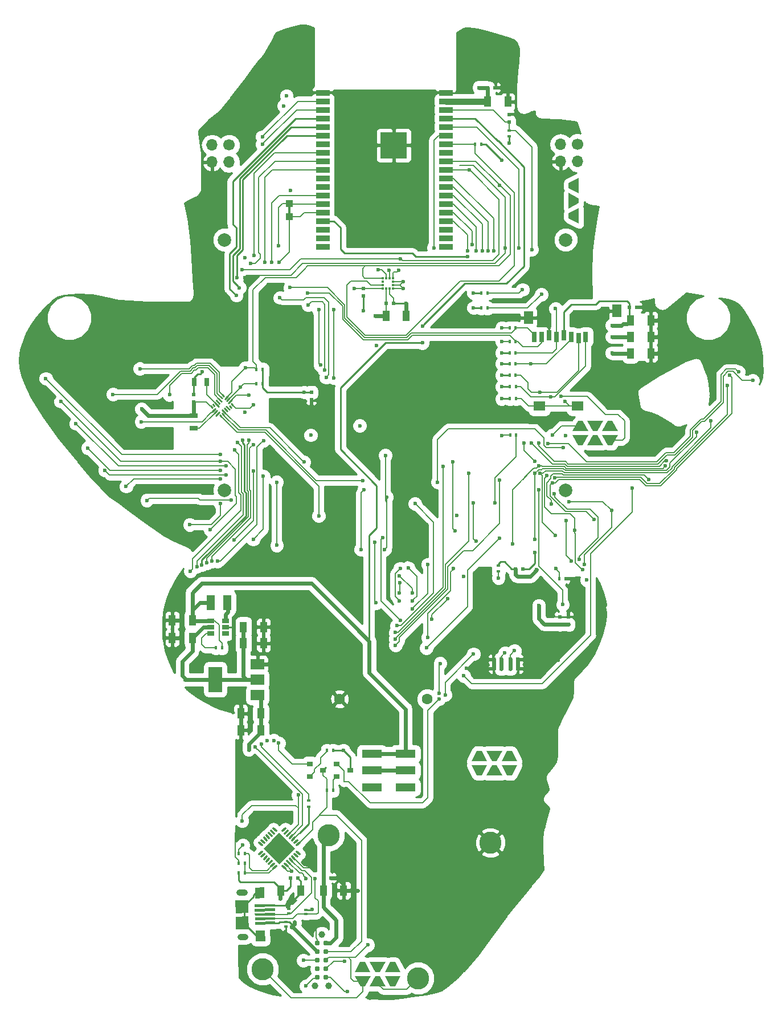
<source format=gbl>
G04 #@! TF.FileFunction,Copper,L4,Bot,Signal*
%FSLAX46Y46*%
G04 Gerber Fmt 4.6, Leading zero omitted, Abs format (unit mm)*
G04 Created by KiCad (PCBNEW 4.0.7+dfsg1-1ubuntu2) date Fri May 11 22:40:50 2018*
%MOMM*%
%LPD*%
G01*
G04 APERTURE LIST*
%ADD10C,0.100000*%
%ADD11C,0.304800*%
%ADD12C,1.700000*%
%ADD13O,1.700000X1.700000*%
%ADD14R,2.000000X0.900000*%
%ADD15R,4.000000X4.000000*%
%ADD16R,0.400000X0.600000*%
%ADD17R,0.500000X0.600000*%
%ADD18R,1.000000X1.600000*%
%ADD19R,0.600000X0.500000*%
%ADD20R,1.399540X1.899920*%
%ADD21R,0.797560X1.498600*%
%ADD22R,1.798320X1.399540*%
%ADD23R,1.150000X2.200000*%
%ADD24R,1.300000X0.700000*%
%ADD25R,0.700000X1.300000*%
%ADD26R,0.600000X0.400000*%
%ADD27R,0.900000X0.800000*%
%ADD28R,1.060000X0.650000*%
%ADD29R,2.000000X3.800000*%
%ADD30R,2.000000X1.500000*%
%ADD31R,3.000000X1.200000*%
%ADD32C,0.899160*%
%ADD33R,0.350000X0.375000*%
%ADD34R,0.375000X0.350000*%
%ADD35C,0.300000*%
%ADD36C,0.230000*%
%ADD37C,3.300000*%
%ADD38R,0.550000X0.300000*%
%ADD39C,1.600000*%
%ADD40R,1.000000X1.000000*%
%ADD41C,2.000000*%
%ADD42C,0.787400*%
%ADD43C,0.990600*%
%ADD44C,0.600000*%
%ADD45C,0.600000*%
%ADD46C,0.130000*%
%ADD47C,0.250000*%
%ADD48C,0.200000*%
%ADD49C,0.900000*%
%ADD50C,0.254000*%
G04 APERTURE END LIST*
D10*
D11*
X111200000Y-56000000D02*
X111200000Y-54000000D01*
D12*
X154070000Y-45230000D03*
D13*
X154070000Y-47770000D03*
X151530000Y-45230000D03*
X151530000Y-47770000D03*
D10*
G36*
X159262000Y-86288000D02*
X160062000Y-87812000D01*
X157738000Y-87812000D01*
X158538000Y-86288000D01*
X159262000Y-86288000D01*
X159262000Y-86288000D01*
G37*
G36*
X156338000Y-87812000D02*
X155538000Y-86288000D01*
X157862000Y-86288000D01*
X157062000Y-87812000D01*
X156338000Y-87812000D01*
X156338000Y-87812000D01*
G37*
G36*
X154138000Y-89912000D02*
X153338000Y-88388000D01*
X155662000Y-88388000D01*
X154862000Y-89912000D01*
X154138000Y-89912000D01*
X154138000Y-89912000D01*
G37*
G36*
X157062000Y-88388000D02*
X157862000Y-89912000D01*
X155538000Y-89912000D01*
X156338000Y-88388000D01*
X157062000Y-88388000D01*
X157062000Y-88388000D01*
G37*
G36*
X152738000Y-50988000D02*
X154262000Y-50188000D01*
X154262000Y-52512000D01*
X152738000Y-51712000D01*
X152738000Y-50988000D01*
X152738000Y-50988000D01*
G37*
G36*
X154262000Y-53962000D02*
X152738000Y-54762000D01*
X152738000Y-52438000D01*
X154262000Y-53238000D01*
X154262000Y-53962000D01*
X154262000Y-53962000D01*
G37*
G36*
X152738000Y-55488000D02*
X154262000Y-54688000D01*
X154262000Y-57012000D01*
X152738000Y-56212000D01*
X152738000Y-55488000D01*
X152738000Y-55488000D01*
G37*
G36*
X139812000Y-135288000D02*
X140612000Y-136812000D01*
X138288000Y-136812000D01*
X139088000Y-135288000D01*
X139812000Y-135288000D01*
X139812000Y-135288000D01*
G37*
G36*
X141338000Y-136812000D02*
X140538000Y-135288000D01*
X142862000Y-135288000D01*
X142062000Y-136812000D01*
X141338000Y-136812000D01*
X141338000Y-136812000D01*
G37*
G36*
X144312000Y-135288000D02*
X145112000Y-136812000D01*
X142788000Y-136812000D01*
X143588000Y-135288000D01*
X144312000Y-135288000D01*
X144312000Y-135288000D01*
G37*
G36*
X143588000Y-138962000D02*
X142788000Y-137438000D01*
X145112000Y-137438000D01*
X144312000Y-138962000D01*
X143588000Y-138962000D01*
X143588000Y-138962000D01*
G37*
G36*
X142062000Y-137438000D02*
X142862000Y-138962000D01*
X140538000Y-138962000D01*
X141338000Y-137438000D01*
X142062000Y-137438000D01*
X142062000Y-137438000D01*
G37*
G36*
X139088000Y-138962000D02*
X138288000Y-137438000D01*
X140612000Y-137438000D01*
X139812000Y-138962000D01*
X139088000Y-138962000D01*
X139088000Y-138962000D01*
G37*
G36*
X126238000Y-170262000D02*
X125438000Y-168738000D01*
X127762000Y-168738000D01*
X126962000Y-170262000D01*
X126238000Y-170262000D01*
X126238000Y-170262000D01*
G37*
G36*
X126962000Y-166638000D02*
X127762000Y-168162000D01*
X125438000Y-168162000D01*
X126238000Y-166638000D01*
X126962000Y-166638000D01*
X126962000Y-166638000D01*
G37*
G36*
X123988000Y-168162000D02*
X123188000Y-166638000D01*
X125512000Y-166638000D01*
X124712000Y-168162000D01*
X123988000Y-168162000D01*
X123988000Y-168162000D01*
G37*
D14*
X134500000Y-37570000D03*
X134500000Y-38840000D03*
X134500000Y-40110000D03*
X134500000Y-41380000D03*
X134500000Y-42650000D03*
X134500000Y-43920000D03*
X134500000Y-45190000D03*
X134500000Y-46460000D03*
X134500000Y-47730000D03*
X134500000Y-49000000D03*
X134500000Y-50270000D03*
X134500000Y-51540000D03*
X134500000Y-52810000D03*
X134500000Y-54080000D03*
X134500000Y-55350000D03*
X134500000Y-56620000D03*
X134500000Y-57890000D03*
X134500000Y-59160000D03*
X134500000Y-60430000D03*
X116190000Y-37570000D03*
X116190000Y-38840000D03*
X116190000Y-40110000D03*
X116190000Y-41380000D03*
X116190000Y-45190000D03*
X116190000Y-42650000D03*
X116190000Y-43920000D03*
X116190000Y-46460000D03*
X116190000Y-47730000D03*
X116190000Y-49000000D03*
X116190000Y-50270000D03*
X116190000Y-51540000D03*
X116190000Y-52810000D03*
X116190000Y-54080000D03*
X116190000Y-55350000D03*
X116190000Y-56620000D03*
X116190000Y-57890000D03*
X116190000Y-59160000D03*
X116190000Y-60430000D03*
D15*
X126750000Y-45360000D03*
D16*
X100300000Y-120000000D03*
X101200000Y-120000000D03*
D17*
X97000000Y-83450000D03*
X97000000Y-82350000D03*
D18*
X161950000Y-71350000D03*
X164950000Y-71350000D03*
D19*
X161750000Y-69400000D03*
X162850000Y-69400000D03*
D18*
X109950000Y-156050000D03*
X112950000Y-156050000D03*
D19*
X111400000Y-154200000D03*
X112500000Y-154200000D03*
D18*
X116300000Y-156000000D03*
X119300000Y-156000000D03*
D19*
X116300000Y-154150000D03*
X117400000Y-154150000D03*
D17*
X143900000Y-41900000D03*
X143900000Y-40800000D03*
D18*
X140700000Y-38900000D03*
X143700000Y-38900000D03*
D19*
X140700000Y-36800000D03*
X141800000Y-36800000D03*
D18*
X106983406Y-129731224D03*
X103983406Y-129731224D03*
X106983408Y-132231225D03*
X103983408Y-132231225D03*
D19*
X144050000Y-123100000D03*
X145150000Y-123100000D03*
X142750000Y-123100000D03*
X141650000Y-123100000D03*
D18*
X104400000Y-116900000D03*
X107400000Y-116900000D03*
X93800000Y-115900000D03*
X96800000Y-115900000D03*
X104400000Y-119300000D03*
X107400000Y-119300000D03*
D19*
X142700000Y-121700000D03*
X141600000Y-121700000D03*
X144050000Y-121700000D03*
X145150000Y-121700000D03*
D18*
X96800000Y-118500000D03*
X93800000Y-118500000D03*
D17*
X151400000Y-116500000D03*
X151400000Y-115400000D03*
X152700000Y-116500000D03*
X152700000Y-115400000D03*
D19*
X144850000Y-108250000D03*
X145950000Y-108250000D03*
D18*
X125600000Y-70700000D03*
X128600000Y-70700000D03*
D19*
X125650000Y-68800000D03*
X126750000Y-68800000D03*
D17*
X122200000Y-66650000D03*
X122200000Y-67750000D03*
D20*
X159936220Y-69949760D03*
X146789180Y-70950520D03*
D21*
X155288020Y-73800400D03*
X154188200Y-74001060D03*
X153090920Y-73800400D03*
X151991100Y-73599740D03*
X150891280Y-73800400D03*
X149788920Y-73599740D03*
X148689100Y-73800400D03*
X147589280Y-73800400D03*
D22*
X148389380Y-84097560D03*
X154086600Y-84097560D03*
D23*
X102025000Y-113300000D03*
X99575000Y-113300000D03*
D24*
X97000000Y-85500000D03*
X97000000Y-87400000D03*
D16*
X117700000Y-141150000D03*
X116800000Y-141150000D03*
X116800000Y-135250000D03*
X117700000Y-135250000D03*
D25*
X98950000Y-80550000D03*
X97050000Y-80550000D03*
D26*
X114100000Y-143550000D03*
X114100000Y-142650000D03*
X143900000Y-44050000D03*
X143900000Y-43150000D03*
D16*
X151350000Y-109700000D03*
X152250000Y-109700000D03*
X144950000Y-88350000D03*
X144050000Y-88350000D03*
D26*
X142300000Y-107750000D03*
X142300000Y-108650000D03*
D27*
X118250000Y-139100000D03*
X118250000Y-137200000D03*
X120250000Y-138150000D03*
X114250000Y-139100000D03*
X114250000Y-137200000D03*
X116250000Y-138150000D03*
D28*
X101700000Y-115950000D03*
X101700000Y-116900000D03*
X101700000Y-117850000D03*
X99500000Y-117850000D03*
X99500000Y-115950000D03*
X99500000Y-116900000D03*
D29*
X100200000Y-124700000D03*
D30*
X106500000Y-124700000D03*
X106500000Y-127000000D03*
X106500000Y-122400000D03*
D31*
X123500000Y-140700000D03*
X128500000Y-138200000D03*
X128500000Y-140700000D03*
X128500000Y-135700000D03*
X123500000Y-138200000D03*
X123500000Y-135700000D03*
D17*
X114500000Y-82050000D03*
X114500000Y-83150000D03*
D16*
X138850000Y-45200000D03*
X139750000Y-45200000D03*
D10*
G36*
X106119097Y-160689657D02*
X109118640Y-160637300D01*
X109125599Y-161036019D01*
X106126056Y-161088376D01*
X106119097Y-160689657D01*
X106119097Y-160689657D01*
G37*
G36*
X106107748Y-160039516D02*
X109107291Y-159987159D01*
X109114250Y-160385878D01*
X106114707Y-160438235D01*
X106107748Y-160039516D01*
X106107748Y-160039516D01*
G37*
G36*
X106096444Y-159391914D02*
X109095987Y-159339557D01*
X109102946Y-159738276D01*
X106103403Y-159790633D01*
X106096444Y-159391914D01*
X106096444Y-159391914D01*
G37*
G36*
X106085140Y-158744313D02*
X109084683Y-158691956D01*
X109091642Y-159090675D01*
X106092099Y-159143032D01*
X106085140Y-158744313D01*
X106085140Y-158744313D01*
G37*
G36*
X106073792Y-158094172D02*
X109073335Y-158041815D01*
X109080294Y-158440534D01*
X106080751Y-158492891D01*
X106073792Y-158094172D01*
X106073792Y-158094172D01*
G37*
D32*
X104607454Y-162917288D02*
X103909060Y-162929478D01*
X104492287Y-156319373D02*
X103793893Y-156331563D01*
D10*
G36*
X106239895Y-163586129D02*
X106212012Y-161988712D01*
X107611339Y-161964287D01*
X107639222Y-163561704D01*
X106239895Y-163586129D01*
X106239895Y-163586129D01*
G37*
G36*
X106128274Y-157191383D02*
X106100391Y-155593966D01*
X107499718Y-155569541D01*
X107527601Y-157166958D01*
X106128274Y-157191383D01*
X106128274Y-157191383D01*
G37*
G36*
X105182911Y-161756447D02*
X103283281Y-161789605D01*
X103250123Y-159889975D01*
X105149753Y-159856817D01*
X105182911Y-161756447D01*
X105182911Y-161756447D01*
G37*
G36*
X105141065Y-159359053D02*
X103241435Y-159392211D01*
X103208277Y-157492581D01*
X105107907Y-157459423D01*
X105141065Y-159359053D01*
X105141065Y-159359053D01*
G37*
D16*
X144000000Y-83000000D03*
X144900000Y-83000000D03*
D18*
X161950000Y-73800000D03*
X164950000Y-73800000D03*
X161950000Y-76250000D03*
X164950000Y-76250000D03*
D33*
X125587500Y-65087500D03*
X126087500Y-65087500D03*
X125587500Y-66612500D03*
X126087500Y-66612500D03*
X126587500Y-65087500D03*
X126587500Y-66612500D03*
X125087500Y-65087500D03*
X125087500Y-66612500D03*
D34*
X126600000Y-65600000D03*
X126600000Y-66100000D03*
X125075000Y-66100000D03*
X125075000Y-65600000D03*
D35*
X112724899Y-150642309D02*
X112335991Y-150253401D01*
X112371345Y-150995863D02*
X111982437Y-150606955D01*
X112017792Y-151349416D02*
X111628884Y-150960508D01*
X111664239Y-151702970D02*
X111275331Y-151314062D01*
X111310685Y-152056523D02*
X110921777Y-151667615D01*
X110957132Y-152410076D02*
X110568224Y-152021168D01*
X110603578Y-152763630D02*
X110214670Y-152374722D01*
X108871168Y-152763630D02*
X109260076Y-152374722D01*
X108517614Y-152410076D02*
X108906522Y-152021168D01*
X108164061Y-152056523D02*
X108552969Y-151667615D01*
X107810507Y-151702970D02*
X108199415Y-151314062D01*
X107456954Y-151349416D02*
X107845862Y-150960508D01*
X107103401Y-150995863D02*
X107492309Y-150606955D01*
X106749847Y-150642309D02*
X107138755Y-150253401D01*
X107138755Y-149298807D02*
X106749847Y-148909899D01*
X107492309Y-148945253D02*
X107103401Y-148556345D01*
X107845862Y-148591700D02*
X107456954Y-148202792D01*
X108199415Y-148238146D02*
X107810507Y-147849238D01*
X108552969Y-147884593D02*
X108164061Y-147495685D01*
X108906522Y-147531040D02*
X108517614Y-147142132D01*
X109260076Y-147177486D02*
X108871168Y-146788578D01*
X110214670Y-147177486D02*
X110603578Y-146788578D01*
X110568224Y-147531040D02*
X110957132Y-147142132D01*
X110921777Y-147884593D02*
X111310685Y-147495685D01*
X111275331Y-148238146D02*
X111664239Y-147849238D01*
X111628884Y-148591700D02*
X112017792Y-148202792D01*
X111982437Y-148945253D02*
X112371345Y-148556345D01*
X112335991Y-149298807D02*
X112724899Y-148909899D01*
D10*
G36*
X109737373Y-149776104D02*
X108552969Y-150960508D01*
X107368565Y-149776104D01*
X108552969Y-148591700D01*
X109737373Y-149776104D01*
X109737373Y-149776104D01*
G37*
G36*
X110921777Y-148591700D02*
X109737373Y-149776104D01*
X108552969Y-148591700D01*
X109737373Y-147407296D01*
X110921777Y-148591700D01*
X110921777Y-148591700D01*
G37*
G36*
X110921777Y-150960508D02*
X109737373Y-152144912D01*
X108552969Y-150960508D01*
X109737373Y-149776104D01*
X110921777Y-150960508D01*
X110921777Y-150960508D01*
G37*
G36*
X112106181Y-149776104D02*
X110921777Y-150960508D01*
X109737373Y-149776104D01*
X110921777Y-148591700D01*
X112106181Y-149776104D01*
X112106181Y-149776104D01*
G37*
D36*
X99549260Y-84096316D02*
X99800282Y-84347338D01*
X100500318Y-84749682D02*
X100044234Y-85205766D01*
X100217475Y-84466839D02*
X99761391Y-84922923D01*
X100783161Y-85032525D02*
X100327077Y-85488609D01*
X99832102Y-83813473D02*
X100083124Y-84064495D01*
X100956402Y-82675031D02*
X101207424Y-82926053D01*
X101239245Y-82392189D02*
X101490267Y-82643211D01*
X102072923Y-82611391D02*
X101616839Y-83067475D01*
X102355766Y-82894234D02*
X101899682Y-83350318D01*
X102638609Y-83177077D02*
X102182525Y-83633161D01*
X100909733Y-85456789D02*
X101160755Y-85707811D01*
X101192576Y-85173947D02*
X101443598Y-85424969D01*
X102606789Y-83759733D02*
X102857811Y-84010755D01*
X102323947Y-84042576D02*
X102574969Y-84293598D01*
X100107873Y-83523559D02*
X100705379Y-84121065D01*
X101270357Y-84686042D02*
X101726441Y-85142126D01*
X101553200Y-84403200D02*
X102009284Y-84859284D01*
X101836042Y-84120357D02*
X102292126Y-84576441D01*
X100390716Y-83240716D02*
X100846800Y-83696800D01*
X100673559Y-82957874D02*
X101129643Y-83413958D01*
D37*
X141100000Y-148900000D03*
X130350000Y-169050000D03*
X107250000Y-167700000D03*
X117050000Y-147800000D03*
D16*
X104600000Y-150550000D03*
X103700000Y-150550000D03*
D38*
X110700000Y-160700001D03*
X110700000Y-161350001D03*
D16*
X104600000Y-153450000D03*
X103700000Y-153450000D03*
X103700000Y-152000000D03*
X104600000Y-152000000D03*
D38*
X111099995Y-159399997D03*
X111099995Y-158749997D03*
X113700000Y-159525000D03*
X113700000Y-158875000D03*
D10*
G36*
X121788000Y-170262000D02*
X120988000Y-168738000D01*
X123312000Y-168738000D01*
X122512000Y-170262000D01*
X121788000Y-170262000D01*
X121788000Y-170262000D01*
G37*
G36*
X124712000Y-168738000D02*
X125512000Y-170262000D01*
X123188000Y-170262000D01*
X123988000Y-168738000D01*
X124712000Y-168738000D01*
X124712000Y-168738000D01*
G37*
G36*
X154862000Y-86288000D02*
X155662000Y-87812000D01*
X153338000Y-87812000D01*
X154138000Y-86288000D01*
X154862000Y-86288000D01*
X154862000Y-86288000D01*
G37*
G36*
X158538000Y-89912000D02*
X157738000Y-88388000D01*
X160062000Y-88388000D01*
X159262000Y-89912000D01*
X158538000Y-89912000D01*
X158538000Y-89912000D01*
G37*
D39*
X118700000Y-127600000D03*
X131700000Y-127600000D03*
D12*
X102270000Y-45330000D03*
D13*
X102270000Y-47870000D03*
X99730000Y-45330000D03*
X99730000Y-47870000D03*
D16*
X107238031Y-78636737D03*
X106338031Y-78636737D03*
X107238032Y-80800000D03*
X106338032Y-80800000D03*
X139750000Y-69550000D03*
X140650000Y-69550000D03*
X139750000Y-67300000D03*
X140650000Y-67300000D03*
D10*
G36*
X122462000Y-166638000D02*
X123262000Y-168162000D01*
X120938000Y-168162000D01*
X121738000Y-166638000D01*
X122462000Y-166638000D01*
X122462000Y-166638000D01*
G37*
D16*
X144000000Y-81200000D03*
X144900000Y-81200000D03*
X143950000Y-72500000D03*
X144850000Y-72500000D03*
X143950000Y-74500000D03*
X144850000Y-74500000D03*
X143950000Y-76200000D03*
X144850000Y-76200000D03*
X143950000Y-77800000D03*
X144850000Y-77800000D03*
X143950000Y-79500000D03*
X144850000Y-79500000D03*
D40*
X111200000Y-54000000D03*
X111200000Y-56000000D03*
D41*
X152300000Y-59400000D03*
X152300000Y-96600000D03*
X101600000Y-59400000D03*
X101600000Y-96600000D03*
D42*
X116670000Y-163860000D03*
X116670000Y-165130000D03*
X116670000Y-166400000D03*
X116670000Y-167670000D03*
X116670000Y-168940000D03*
X115400000Y-168940000D03*
X115400000Y-167670000D03*
X115400000Y-166400000D03*
X115400000Y-165130000D03*
X115400000Y-163860000D03*
D43*
X116035000Y-162590000D03*
X115019000Y-170210000D03*
X117051000Y-170210000D03*
D44*
X114400000Y-88400000D03*
X121700000Y-87000000D03*
X110900000Y-122400000D03*
X104000000Y-127100000D03*
X95200000Y-118500000D03*
X95200000Y-115900000D03*
X98300000Y-79000000D03*
X111001994Y-158402949D03*
X142800000Y-88499996D03*
X128600000Y-68800000D03*
X114500000Y-84500000D03*
X142800000Y-47600000D03*
X138400000Y-60100000D03*
X111400000Y-52100000D03*
X103599990Y-147113138D03*
X109999161Y-162400115D03*
X104300000Y-114100000D03*
X102900000Y-122400000D03*
X147300000Y-40800000D03*
X153100000Y-109700000D03*
X158100000Y-69900000D03*
X149800000Y-71100000D03*
X143600000Y-36800000D03*
X147700000Y-105800000D03*
X130100000Y-60000000D03*
X127600000Y-60000000D03*
X125400000Y-60000000D03*
X121500000Y-60000000D03*
X123300000Y-60000000D03*
X172200000Y-75300000D03*
X170500000Y-73800000D03*
X169600000Y-71300000D03*
X150100000Y-111800000D03*
X124208051Y-75108051D03*
X105900000Y-83900000D03*
X114500000Y-76000000D03*
X104574968Y-64978980D03*
X98700000Y-127600000D03*
X131800000Y-82800000D03*
X122200000Y-69900000D03*
X121400000Y-156000000D03*
X136100000Y-100300000D03*
X114600000Y-158800000D03*
X114200000Y-160700000D03*
X110950000Y-118150000D03*
X126050000Y-63900000D03*
X128150000Y-65600000D03*
X128150000Y-66600000D03*
X116200000Y-102600000D03*
X150000000Y-115300000D03*
X146700000Y-111250000D03*
X134796206Y-112702839D03*
X132400000Y-115700000D03*
X146700000Y-123950000D03*
X139900000Y-124050000D03*
X137550000Y-123050000D03*
X151150000Y-121800000D03*
X144300000Y-114650000D03*
X142500000Y-116450000D03*
X142500000Y-114650000D03*
X144300000Y-116450000D03*
X138000000Y-119000000D03*
X143200000Y-111000000D03*
X139200000Y-110200000D03*
X115050000Y-153099998D03*
X162814105Y-90353453D03*
X143300000Y-60600000D03*
X110917270Y-149672876D03*
X109634145Y-148596207D03*
X108557476Y-149879332D03*
X109840601Y-150956001D03*
X126050000Y-138200000D03*
X104300000Y-149300000D03*
X113450000Y-82050000D03*
X142800000Y-83000000D03*
X142800000Y-81200000D03*
X142800000Y-79500002D03*
X142800000Y-77800000D03*
X142800000Y-76200000D03*
X142800000Y-74500000D03*
X142800000Y-72500000D03*
X138600000Y-69500000D03*
X138600000Y-67300000D03*
X159200000Y-72100000D03*
X159200000Y-73800000D03*
X159200000Y-76200000D03*
X148000000Y-108400000D03*
X148300000Y-113700000D03*
X143900000Y-45000000D03*
X139400000Y-36800000D03*
X124018679Y-70687293D03*
X95700004Y-124700000D03*
X143246763Y-120746086D03*
X144700000Y-120400000D03*
X148690151Y-116075601D03*
X111600000Y-153150000D03*
X124450000Y-63850012D03*
X120900000Y-66600000D03*
X89250000Y-84500000D03*
X111549526Y-161450480D03*
X105200000Y-135099994D03*
X109849523Y-157250477D03*
X131000000Y-72200000D03*
X130999998Y-74700000D03*
X139900000Y-61000000D03*
X150800000Y-69600000D03*
X115065010Y-154300000D03*
X113650000Y-154299996D03*
X104600000Y-84965010D03*
X110400000Y-39500000D03*
X142500000Y-51300002D03*
X104700000Y-78400000D03*
X99728601Y-107124714D03*
X105849994Y-89800000D03*
X122900000Y-164100000D03*
X108916107Y-133747854D03*
X110800000Y-38000000D03*
X138000000Y-49000000D03*
X104150000Y-63800000D03*
X98968510Y-107374277D03*
X103925010Y-81300000D03*
X105200000Y-89150000D03*
X107900000Y-133800000D03*
X119849992Y-171000000D03*
X127750000Y-62200000D03*
X127500000Y-63900000D03*
X104600000Y-62050000D03*
X132700000Y-60600000D03*
X105200000Y-82500000D03*
X141600000Y-61000000D03*
X151606415Y-82656415D03*
X148700000Y-67499992D03*
X153169988Y-107100000D03*
X152358341Y-101084990D03*
X140800000Y-61000000D03*
X150600000Y-97100000D03*
X150299996Y-88400000D03*
X146100000Y-89600000D03*
X147700000Y-92250000D03*
X154300000Y-106850000D03*
X145875732Y-66800000D03*
X107200000Y-44100000D03*
X109800000Y-68000000D03*
X116700000Y-79850000D03*
X115600000Y-69800000D03*
X107200000Y-45200000D03*
X115834990Y-78000000D03*
X103344935Y-67650000D03*
X103050000Y-90600000D03*
X106100000Y-134700006D03*
X96500000Y-108600000D03*
X113700002Y-170200000D03*
X103794946Y-66516316D03*
X97469825Y-107934649D03*
X103523963Y-89507624D03*
X107087612Y-134314782D03*
X119400000Y-166550000D03*
X105450000Y-62900000D03*
X114000000Y-69100000D03*
X107600000Y-62700000D03*
X116434989Y-78750000D03*
X152249999Y-88450001D03*
X155434990Y-109928393D03*
X147250000Y-60850000D03*
X133503209Y-127548240D03*
X104200000Y-145700000D03*
X113299994Y-166400000D03*
X119250000Y-135200000D03*
X112550000Y-141850000D03*
X117799992Y-69800000D03*
X117800000Y-79900000D03*
X107400000Y-89200000D03*
X100528612Y-107124090D03*
X109634990Y-134124544D03*
X109600000Y-60300000D03*
X150830021Y-108234099D03*
X137100000Y-109350000D03*
X141800000Y-98500000D03*
X89000000Y-78550000D03*
X85000000Y-82348840D03*
X89200000Y-86400000D03*
X93400000Y-82400000D03*
X122141111Y-95123353D03*
X151944409Y-90245363D03*
X133250000Y-95400000D03*
X115600000Y-100400000D03*
X125134990Y-103600000D03*
X127700000Y-115900000D03*
X148300000Y-89600000D03*
X180100000Y-80300000D03*
X134400000Y-126984990D03*
X138600000Y-120900000D03*
X167254043Y-92211709D03*
X147200000Y-89600000D03*
X137150000Y-124149989D03*
X162200000Y-96250004D03*
X149650000Y-89650000D03*
X133649996Y-122300000D03*
X133450000Y-126750000D03*
X178000000Y-79000000D03*
X129500000Y-114200000D03*
X131800000Y-107600000D03*
X131600000Y-120000000D03*
X142455000Y-103700000D03*
X131800000Y-118450000D03*
X135600000Y-108200000D03*
X129500000Y-113000000D03*
X128900008Y-108100000D03*
X124100000Y-113300000D03*
X123950000Y-104300000D03*
X129500000Y-111800006D03*
X127600000Y-109300000D03*
X127600000Y-111800000D03*
X127632835Y-110331948D03*
X127599998Y-113000000D03*
X127700000Y-108199996D03*
X150158597Y-98593845D03*
X100989193Y-98565010D03*
X101000000Y-91300000D03*
X127200000Y-116700000D03*
X138950000Y-104150000D03*
X164641647Y-95015064D03*
X75000000Y-80000000D03*
X129900000Y-98565010D03*
X138600000Y-98500000D03*
X96400000Y-101700000D03*
X148295690Y-92969989D03*
X101000000Y-92300000D03*
X167100000Y-93000000D03*
X127000000Y-117700013D03*
X134099998Y-93084990D03*
X77250000Y-83400000D03*
X144400000Y-104600000D03*
X99450000Y-102450000D03*
X105865010Y-93750000D03*
X171732876Y-87932876D03*
X101850000Y-92999996D03*
X79500000Y-86700000D03*
X127000000Y-118699990D03*
X103021675Y-103944076D03*
X137900000Y-94100000D03*
X147700000Y-94100000D03*
X147700000Y-103900000D03*
X148500000Y-94100000D03*
X101000000Y-93600000D03*
X173900000Y-86300000D03*
X126999994Y-119600000D03*
X107350000Y-94500000D03*
X105850012Y-103887340D03*
X142500000Y-95100000D03*
X150800000Y-103300000D03*
X81250000Y-90300000D03*
X176295021Y-81007474D03*
X150700000Y-94700000D03*
X149500000Y-94400000D03*
X101800000Y-94300000D03*
X109350000Y-95384990D03*
X154786898Y-108385639D03*
X153659394Y-102549282D03*
X109350000Y-104750000D03*
X83800000Y-93650000D03*
X150317645Y-95483309D03*
X148279956Y-96514891D03*
X101000000Y-94900000D03*
X156500000Y-100899996D03*
X176700014Y-79500000D03*
X151850000Y-113550000D03*
X121850000Y-105400000D03*
X122300000Y-96515010D03*
X86950000Y-96015010D03*
X125500000Y-91400000D03*
X102600000Y-98000000D03*
X152800000Y-98300000D03*
X90050000Y-98100000D03*
X155057887Y-107632922D03*
X125700000Y-97604989D03*
X159100000Y-99600000D03*
X125400000Y-105400000D03*
X139000000Y-61000000D03*
X150100000Y-82750000D03*
X137700000Y-61000000D03*
X148450000Y-82000000D03*
X147100000Y-77800001D03*
X137700000Y-61900000D03*
X113900000Y-67300000D03*
X109700000Y-62700000D03*
X111300000Y-66500000D03*
X108600000Y-62749998D03*
X105950000Y-61750000D03*
X152200000Y-83400000D03*
X145300000Y-60600000D03*
X135500002Y-92350000D03*
X113400008Y-92400000D03*
X135825580Y-102574420D03*
X103444957Y-65036361D03*
X98219550Y-107655485D03*
X104285328Y-89184861D03*
X142300000Y-109600000D03*
D45*
X103983408Y-132231225D02*
X103983408Y-129731226D01*
X103983408Y-129731226D02*
X103983406Y-129731224D01*
X106500000Y-122400000D02*
X110900000Y-122400000D01*
X103983406Y-129731224D02*
X103983406Y-127116594D01*
X103983406Y-127116594D02*
X104000000Y-127100000D01*
X93800000Y-118500000D02*
X95200000Y-118500000D01*
X93800000Y-115900000D02*
X95200000Y-115900000D01*
X128600000Y-70700000D02*
X128600000Y-68800000D01*
D46*
X103700000Y-152000000D02*
X103700000Y-151570000D01*
X103700000Y-151570000D02*
X103200000Y-151070000D01*
X103200000Y-151070000D02*
X103200000Y-147513128D01*
X103200000Y-147513128D02*
X103299991Y-147413137D01*
X103299991Y-147413137D02*
X103599990Y-147113138D01*
X102732300Y-83885244D02*
X103247056Y-84400000D01*
X103247056Y-84400000D02*
X105400000Y-84400000D01*
X105400000Y-84400000D02*
X105900000Y-83900000D01*
D47*
X97050000Y-80550000D02*
X97050000Y-79850000D01*
X97050000Y-79850000D02*
X97600001Y-79299999D01*
X97600001Y-79299999D02*
X98000001Y-79299999D01*
X98000001Y-79299999D02*
X98300000Y-79000000D01*
X145950000Y-108250000D02*
X146850000Y-108250000D01*
X146850000Y-108250000D02*
X147700000Y-107400000D01*
X147700000Y-107400000D02*
X147700000Y-105800000D01*
X110746746Y-158147701D02*
X111001994Y-158402949D01*
X110726641Y-158147701D02*
X110746746Y-158147701D01*
X110700000Y-158121060D02*
X110726641Y-158147701D01*
X110700000Y-158121060D02*
X110546536Y-158274524D01*
X110871058Y-158121060D02*
X110700000Y-158121060D01*
X111099995Y-158349997D02*
X110871058Y-158121060D01*
X111001994Y-158298006D02*
X111001994Y-158402949D01*
X112950000Y-156050000D02*
X112950000Y-156350000D01*
X112950000Y-156350000D02*
X111001994Y-158298006D01*
X108087417Y-158274524D02*
X107933953Y-158121060D01*
X110099276Y-162300000D02*
X109999161Y-162400115D01*
X110700000Y-162300000D02*
X110099276Y-162300000D01*
X110700000Y-161350001D02*
X110700000Y-162300000D01*
D46*
X142949996Y-88350000D02*
X142800000Y-88499996D01*
X144050000Y-88350000D02*
X142949996Y-88350000D01*
D47*
X126750000Y-68800000D02*
X128600000Y-68800000D01*
X114500000Y-83150000D02*
X114500000Y-84500000D01*
X139750000Y-45200000D02*
X140400000Y-45200000D01*
X140400000Y-45200000D02*
X142800000Y-47600000D01*
D46*
X138400000Y-59675736D02*
X138400000Y-60100000D01*
X135630000Y-55350000D02*
X138400000Y-58120000D01*
X134500000Y-55350000D02*
X135630000Y-55350000D01*
X138400000Y-58120000D02*
X138400000Y-59675736D01*
D47*
X110546536Y-158274524D02*
X108087417Y-158274524D01*
D45*
X145150000Y-121700000D02*
X145150000Y-123100000D01*
X141600000Y-121700000D02*
X141600000Y-123050000D01*
X141600000Y-123050000D02*
X141650000Y-123100000D01*
X102900000Y-115500000D02*
X104300000Y-114100000D01*
X102900000Y-116900000D02*
X102900000Y-115500000D01*
X102900000Y-116900000D02*
X102900000Y-122400000D01*
D47*
X101700000Y-116900000D02*
X102900000Y-116900000D01*
X143900000Y-40800000D02*
X147300000Y-40800000D01*
X152250000Y-109700000D02*
X153100000Y-109700000D01*
X152700000Y-115400000D02*
X151400000Y-115400000D01*
X162850000Y-69400000D02*
X164500000Y-69400000D01*
X164500000Y-69400000D02*
X164950000Y-69850000D01*
X164950000Y-69850000D02*
X164950000Y-71350000D01*
X159936220Y-69949760D02*
X158149760Y-69949760D01*
X158149760Y-69949760D02*
X158100000Y-69900000D01*
X146789180Y-70950520D02*
X149650520Y-70950520D01*
X149650520Y-70950520D02*
X149800000Y-71100000D01*
X149788920Y-73599740D02*
X149788920Y-71111080D01*
X149788920Y-71111080D02*
X149800000Y-71100000D01*
X141800000Y-36800000D02*
X143600000Y-36800000D01*
X97000000Y-81700000D02*
X97000000Y-80600000D01*
X97000000Y-82350000D02*
X97000000Y-81700000D01*
X97000000Y-80600000D02*
X97050000Y-80550000D01*
X135230000Y-37570000D02*
X136630000Y-37570000D01*
X136630000Y-37570000D02*
X137880001Y-36319999D01*
X137880001Y-36319999D02*
X137880001Y-34919999D01*
X137880001Y-34919999D02*
X138730000Y-34070000D01*
X126750000Y-45360000D02*
X126750000Y-43110000D01*
X126750000Y-43110000D02*
X132290000Y-37570000D01*
X132290000Y-37570000D02*
X133250000Y-37570000D01*
X133250000Y-37570000D02*
X134500000Y-37570000D01*
X116190000Y-37570000D02*
X121210000Y-37570000D01*
X121210000Y-37570000D02*
X126750000Y-43110000D01*
X127600000Y-60000000D02*
X130100000Y-60000000D01*
X127300001Y-59700001D02*
X127600000Y-60000000D01*
X126750000Y-59150000D02*
X127300001Y-59700001D01*
X126750000Y-45360000D02*
X126750000Y-59150000D01*
X123300000Y-60000000D02*
X125400000Y-60000000D01*
D45*
X171900001Y-75599999D02*
X172200000Y-75300000D01*
X171250000Y-76250000D02*
X171900001Y-75599999D01*
X164950000Y-76250000D02*
X171250000Y-76250000D01*
X164950000Y-73800000D02*
X170500000Y-73800000D01*
X164950000Y-71350000D02*
X169550000Y-71350000D01*
X169550000Y-71350000D02*
X169600000Y-71300000D01*
D46*
X143300000Y-60600000D02*
X143300000Y-53100000D01*
X143300000Y-53100000D02*
X138550000Y-48350000D01*
X138550000Y-48350000D02*
X136550000Y-48350000D01*
X104874967Y-64678981D02*
X104574968Y-64978980D01*
X113200000Y-62900000D02*
X111450000Y-64650000D01*
X111450000Y-64650000D02*
X104903948Y-64650000D01*
X141800000Y-62900000D02*
X113200000Y-62900000D01*
X143300000Y-60600000D02*
X143300000Y-61400000D01*
X104903948Y-64650000D02*
X104874967Y-64678981D01*
X143300000Y-61400000D02*
X141800000Y-62900000D01*
D47*
X122200000Y-67750000D02*
X122200000Y-69900000D01*
D45*
X119300000Y-156000000D02*
X121400000Y-156000000D01*
X117400000Y-154150000D02*
X118350000Y-154150000D01*
X118350000Y-154150000D02*
X119300000Y-155100000D01*
X119300000Y-155100000D02*
X119300000Y-156000000D01*
D47*
X113700000Y-158875000D02*
X114525000Y-158875000D01*
X114525000Y-158875000D02*
X114600000Y-158800000D01*
D46*
X115200000Y-163103225D02*
X115200000Y-161700000D01*
X115200000Y-161700000D02*
X114200000Y-160700000D01*
X115400000Y-163860000D02*
X115400000Y-163303225D01*
X115400000Y-163303225D02*
X115200000Y-163103225D01*
X126100000Y-67450000D02*
X126750000Y-68100000D01*
X126750000Y-68100000D02*
X126750000Y-68800000D01*
X126100000Y-66942500D02*
X126100000Y-67450000D01*
X126087500Y-66612500D02*
X126087500Y-66930000D01*
X126087500Y-66930000D02*
X126100000Y-66942500D01*
X126087500Y-65087500D02*
X126087500Y-63937500D01*
X126087500Y-63937500D02*
X126050000Y-63900000D01*
X126600000Y-66100000D02*
X127650000Y-66100000D01*
X127650000Y-66100000D02*
X128150000Y-66600000D01*
X127650000Y-66100000D02*
X128150000Y-65600000D01*
X126600000Y-65600000D02*
X128150000Y-65600000D01*
X126587500Y-66612500D02*
X128137500Y-66612500D01*
X128137500Y-66612500D02*
X128150000Y-66600000D01*
D47*
X101700000Y-116900000D02*
X102480000Y-116900000D01*
D46*
X150100000Y-115400000D02*
X150000000Y-115300000D01*
X151400000Y-115400000D02*
X150100000Y-115400000D01*
X143200000Y-111000000D02*
X146450000Y-111000000D01*
X146450000Y-111000000D02*
X146700000Y-111250000D01*
X153350001Y-115500001D02*
X153650000Y-115800000D01*
X153250000Y-115400000D02*
X153350001Y-115500001D01*
X152700000Y-115400000D02*
X153250000Y-115400000D01*
X134496207Y-113002838D02*
X134796206Y-112702839D01*
X132400000Y-115099045D02*
X134496207Y-113002838D01*
X132400000Y-115700000D02*
X132400000Y-115099045D01*
X146400001Y-123650001D02*
X146700000Y-123950000D01*
X145850000Y-123100000D02*
X146400001Y-123650001D01*
X145150000Y-123100000D02*
X145850000Y-123100000D01*
X137550000Y-123050000D02*
X137700000Y-123050000D01*
X137700000Y-123050000D02*
X138400001Y-123750001D01*
X138400001Y-123750001D02*
X139600001Y-123750001D01*
X139600001Y-123750001D02*
X139900000Y-124050000D01*
X140199999Y-123750001D02*
X139900000Y-124050000D01*
X141650000Y-123100000D02*
X140850000Y-123100000D01*
X140850000Y-123100000D02*
X140199999Y-123750001D01*
X144300000Y-116450000D02*
X145800000Y-116450000D01*
X150850001Y-121500001D02*
X151150000Y-121800000D01*
X145800000Y-116450000D02*
X150850001Y-121500001D01*
X111823338Y-151154962D02*
X113318376Y-152650000D01*
X113318376Y-152650000D02*
X114600002Y-152650000D01*
X114600002Y-152650000D02*
X114750001Y-152799999D01*
X114750001Y-152799999D02*
X115050000Y-153099998D01*
D47*
X115400000Y-163860000D02*
X115400000Y-163500000D01*
X119300000Y-156000000D02*
X119300000Y-155700000D01*
X117750000Y-154150000D02*
X117650000Y-154150000D01*
X109634145Y-148596207D02*
X109840601Y-148596207D01*
X109840601Y-148596207D02*
X110917270Y-149672876D01*
X108557476Y-149879332D02*
X108557476Y-149672876D01*
X108557476Y-149672876D02*
X109634145Y-148596207D01*
X110917270Y-149672876D02*
X108763932Y-149672876D01*
X108763932Y-149672876D02*
X108557476Y-149879332D01*
X109634145Y-148596207D02*
X109634145Y-150749545D01*
X109634145Y-150749545D02*
X109840601Y-150956001D01*
X111099995Y-158749997D02*
X111099995Y-158349997D01*
X112500000Y-154200000D02*
X112950000Y-154650000D01*
X112950000Y-154650000D02*
X112950000Y-156050000D01*
D45*
X126050000Y-138200000D02*
X128500000Y-138200000D01*
X123500000Y-138200000D02*
X126050000Y-138200000D01*
D46*
X104000001Y-149599999D02*
X104300000Y-149300000D01*
X103700000Y-149900000D02*
X104000001Y-149599999D01*
X103700000Y-150550000D02*
X103700000Y-149900000D01*
D47*
X144000000Y-83000000D02*
X142800000Y-83000000D01*
X144000000Y-81200000D02*
X142800000Y-81200000D01*
X142800002Y-79500000D02*
X142800000Y-79500002D01*
X143950000Y-79500000D02*
X142800002Y-79500000D01*
X143950000Y-77800000D02*
X142800000Y-77800000D01*
X143950000Y-76200000D02*
X142800000Y-76200000D01*
D48*
X143950000Y-74500000D02*
X142800000Y-74500000D01*
X143950000Y-72500000D02*
X142800000Y-72500000D01*
D47*
X139750000Y-69550000D02*
X138650000Y-69550000D01*
X138650000Y-69550000D02*
X138600000Y-69500000D01*
X139750000Y-67300000D02*
X138600000Y-67300000D01*
D45*
X161950000Y-71350000D02*
X161400000Y-71900000D01*
X161400000Y-71900000D02*
X160800000Y-71900000D01*
X160800000Y-71900000D02*
X160600000Y-72100000D01*
X160600000Y-72100000D02*
X159200000Y-72100000D01*
X161950000Y-73800000D02*
X159200000Y-73800000D01*
X161950000Y-76250000D02*
X159250000Y-76250000D01*
X159250000Y-76250000D02*
X159200000Y-76200000D01*
X161950000Y-71350000D02*
X161650000Y-71350000D01*
D47*
X151991100Y-73599740D02*
X151991100Y-72600440D01*
X151991100Y-72600440D02*
X152000000Y-72591540D01*
X152000000Y-72591540D02*
X152000000Y-70100000D01*
X152000000Y-70100000D02*
X153100000Y-69000000D01*
X156750000Y-69000000D02*
X157250000Y-68500000D01*
X153100000Y-69000000D02*
X156750000Y-69000000D01*
X157250000Y-68500000D02*
X161400000Y-68500000D01*
X161400000Y-68500000D02*
X161750000Y-68850000D01*
X161750000Y-68850000D02*
X161750000Y-69400000D01*
X142300000Y-107750000D02*
X142300000Y-107500000D01*
X142600000Y-107200000D02*
X143200000Y-107200000D01*
X142300000Y-107500000D02*
X142600000Y-107200000D01*
X143200000Y-107200000D02*
X144250000Y-108250000D01*
X144250000Y-108250000D02*
X144850000Y-108250000D01*
D45*
X147700001Y-108699999D02*
X148000000Y-108400000D01*
X147000001Y-109399999D02*
X147700001Y-108699999D01*
X145149999Y-109399999D02*
X147000001Y-109399999D01*
X144850000Y-109100000D02*
X145149999Y-109399999D01*
X144850000Y-108250000D02*
X144850000Y-109100000D01*
X148300000Y-114124264D02*
X148300000Y-113700000D01*
X148300000Y-115685450D02*
X148300000Y-114124264D01*
X148690151Y-116075601D02*
X148300000Y-115685450D01*
D47*
X143900000Y-44050000D02*
X143900000Y-45000000D01*
D45*
X140700000Y-36800000D02*
X139400000Y-36800000D01*
X116670000Y-163860000D02*
X117340000Y-163860000D01*
X117340000Y-163860000D02*
X118200000Y-163000000D01*
X118200000Y-163000000D02*
X118200000Y-160400000D01*
X118200000Y-160400000D02*
X116300000Y-158500000D01*
X116300000Y-158500000D02*
X116300000Y-156000000D01*
D48*
X144000000Y-79550000D02*
X143950000Y-79500000D01*
D47*
X107238032Y-80800000D02*
X107238032Y-81350000D01*
X107238032Y-81350000D02*
X107888032Y-82000000D01*
X107888032Y-82000000D02*
X112975736Y-82000000D01*
X112975736Y-82000000D02*
X113400000Y-82000000D01*
X107238031Y-78636737D02*
X107238031Y-80799999D01*
X107238031Y-80799999D02*
X107238032Y-80800000D01*
D46*
X125587500Y-65087500D02*
X125587500Y-64487500D01*
X125587500Y-64487500D02*
X124950012Y-63850012D01*
X124950012Y-63850012D02*
X124450000Y-63850012D01*
D47*
X139700000Y-69600000D02*
X139750000Y-69550000D01*
D45*
X124031386Y-70700000D02*
X124018679Y-70687293D01*
X125600000Y-70700000D02*
X124031386Y-70700000D01*
X96800000Y-118500000D02*
X96800000Y-120500000D01*
X96800000Y-120500000D02*
X95300000Y-122000000D01*
X95300000Y-122000000D02*
X95300000Y-124100002D01*
X95300000Y-124100002D02*
X95899999Y-124700001D01*
X95700005Y-124700001D02*
X95700004Y-124700000D01*
X95899999Y-124700001D02*
X95700005Y-124700001D01*
X100200000Y-124700000D02*
X95899999Y-124700001D01*
X149114550Y-116500000D02*
X148990150Y-116375600D01*
X148990150Y-116375600D02*
X148690151Y-116075601D01*
X151400000Y-116500000D02*
X149114550Y-116500000D01*
X116300000Y-154150000D02*
X116300000Y-148550000D01*
X116300000Y-148550000D02*
X117050000Y-147800000D01*
X116300000Y-156000000D02*
X116300000Y-154150000D01*
X116550000Y-148300000D02*
X117050000Y-147800000D01*
D46*
X110409124Y-152569176D02*
X110989948Y-153150000D01*
X110989948Y-153150000D02*
X111600000Y-153150000D01*
X110762678Y-152215622D02*
X110765622Y-152215622D01*
X110765622Y-152215622D02*
X111600000Y-153050000D01*
X111600000Y-153050000D02*
X111600000Y-153150000D01*
D47*
X114500000Y-82050000D02*
X113450000Y-82050000D01*
X113450000Y-82050000D02*
X113400000Y-82000000D01*
D45*
X140700000Y-38900000D02*
X140700000Y-36800000D01*
D49*
X134500000Y-38840000D02*
X140640000Y-38840000D01*
X140640000Y-38840000D02*
X140700000Y-38900000D01*
D46*
X99674771Y-84221827D02*
X99397233Y-83944289D01*
X99397233Y-83944289D02*
X99394289Y-83944289D01*
X99394289Y-83944289D02*
X98900000Y-83450000D01*
X98900000Y-83450000D02*
X97000000Y-83450000D01*
D47*
X161750000Y-69400000D02*
X161750000Y-71150000D01*
X161750000Y-71150000D02*
X161950000Y-71350000D01*
D46*
X122200000Y-66650000D02*
X120950000Y-66650000D01*
X120950000Y-66650000D02*
X120900000Y-66600000D01*
X125650000Y-68800000D02*
X125650000Y-70650000D01*
X125650000Y-70650000D02*
X125600000Y-70700000D01*
X125087500Y-66612500D02*
X122237500Y-66612500D01*
X122237500Y-66612500D02*
X122200000Y-66650000D01*
X125587500Y-66612500D02*
X125587500Y-68737500D01*
X125587500Y-68737500D02*
X125650000Y-68800000D01*
X125600000Y-68800000D02*
X125650000Y-68800000D01*
D45*
X97000000Y-85500000D02*
X90250000Y-85500000D01*
X90250000Y-85500000D02*
X89250000Y-84500000D01*
X97000000Y-85500000D02*
X97000000Y-83450000D01*
D46*
X142700000Y-121292849D02*
X143246763Y-120746086D01*
X142700000Y-121700000D02*
X142700000Y-121292849D01*
D45*
X99500000Y-116900000D02*
X98400000Y-116900000D01*
X98400000Y-116900000D02*
X96800000Y-118500000D01*
X152700000Y-116500000D02*
X151400000Y-116500000D01*
D46*
X144050000Y-121050000D02*
X144700000Y-120400000D01*
X144050000Y-121700000D02*
X144050000Y-121050000D01*
D45*
X144050000Y-121700000D02*
X144050000Y-123100000D01*
X142700000Y-121700000D02*
X142700000Y-123050000D01*
X142700000Y-123050000D02*
X142750000Y-123100000D01*
X106500000Y-124700000D02*
X103900000Y-124700000D01*
X103900000Y-124700000D02*
X100200000Y-124700000D01*
X104400000Y-116900000D02*
X104400000Y-116850000D01*
X104400000Y-119300000D02*
X104400000Y-116900000D01*
X104400000Y-124200000D02*
X104400000Y-119300000D01*
X106500000Y-124700000D02*
X104900000Y-124700000D01*
X104900000Y-124700000D02*
X104400000Y-124200000D01*
X111849525Y-161150481D02*
X111549526Y-161450480D01*
X112000000Y-161000006D02*
X111849525Y-161150481D01*
X112000000Y-160700001D02*
X112000000Y-161000006D01*
D47*
X111549526Y-161024527D02*
X111549526Y-161026216D01*
X111549526Y-161026216D02*
X111549526Y-161450480D01*
X111225000Y-160700001D02*
X111549526Y-161024527D01*
X110700000Y-160700001D02*
X111225000Y-160700001D01*
D45*
X111720480Y-161450480D02*
X111549526Y-161450480D01*
X115400000Y-165130000D02*
X111720480Y-161450480D01*
X105200000Y-134675730D02*
X105200000Y-135099994D01*
X106983408Y-132531225D02*
X105200000Y-134314633D01*
X106983408Y-132231225D02*
X106983408Y-132531225D01*
X105200000Y-134314633D02*
X105200000Y-134675730D01*
X109849523Y-156826213D02*
X109849523Y-157250477D01*
X109849523Y-156150477D02*
X109849523Y-156826213D01*
X109950000Y-156050000D02*
X109849523Y-156150477D01*
D47*
X109637162Y-160862838D02*
X109799999Y-160700001D01*
X109799999Y-160700001D02*
X110700000Y-160700001D01*
X107622348Y-160862838D02*
X109637162Y-160862838D01*
X110683456Y-160716545D02*
X110700000Y-160700001D01*
X109100000Y-154900000D02*
X108950000Y-154750000D01*
X108950000Y-154750000D02*
X103900000Y-154750000D01*
X103900000Y-154750000D02*
X103700000Y-154550000D01*
X103700000Y-154550000D02*
X103700000Y-153450000D01*
X109950000Y-156050000D02*
X109950000Y-155750000D01*
X109950000Y-155750000D02*
X109100000Y-154900000D01*
D46*
X109150000Y-154950000D02*
X109950000Y-155750000D01*
D47*
X109100000Y-154900000D02*
X109150000Y-154950000D01*
X110800000Y-156050000D02*
X111400000Y-155450000D01*
X111400000Y-155450000D02*
X111400000Y-154200000D01*
X109950000Y-156050000D02*
X110800000Y-156050000D01*
D45*
X106983406Y-129731224D02*
X106983406Y-127483406D01*
X106983406Y-127483406D02*
X106500000Y-127000000D01*
X106983408Y-132231225D02*
X106983408Y-129731226D01*
X106983408Y-129731226D02*
X106983406Y-129731224D01*
X106983409Y-132231226D02*
X106983408Y-132231225D01*
D47*
X134500000Y-41380000D02*
X138854996Y-41380000D01*
X131299999Y-71900001D02*
X131000000Y-72200000D01*
X146100000Y-48562240D02*
X146100000Y-63300000D01*
X143500000Y-65900000D02*
X137300000Y-65900000D01*
X146100000Y-63300000D02*
X143500000Y-65900000D01*
X137300000Y-65900000D02*
X131299999Y-71900001D01*
X142199998Y-44725002D02*
X142262762Y-44725002D01*
X142262762Y-44725002D02*
X146100000Y-48562240D01*
X138854996Y-41380000D02*
X142199998Y-44725002D01*
X124200000Y-95900000D02*
X124200000Y-102150000D01*
X124200000Y-102150000D02*
X123050000Y-103300000D01*
X123050000Y-118950000D02*
X123100000Y-119000000D01*
X130999998Y-74700000D02*
X125500000Y-74700000D01*
X125500000Y-74700000D02*
X118800000Y-81400000D01*
X118800000Y-81400000D02*
X118800000Y-90500000D01*
X118800000Y-90500000D02*
X124200000Y-95900000D01*
X123050000Y-103300000D02*
X123050000Y-118950000D01*
D45*
X128500000Y-135700000D02*
X123500000Y-135700000D01*
X123100000Y-123700000D02*
X128400000Y-129000000D01*
X128500000Y-135700000D02*
X128500000Y-129100000D01*
X128500000Y-129100000D02*
X128400000Y-129000000D01*
X123100000Y-119000000D02*
X123100000Y-123700000D01*
X123100000Y-119000000D02*
X121400000Y-117300000D01*
X114500000Y-110400000D02*
X98200000Y-110400000D01*
X121400000Y-117300000D02*
X114500000Y-110400000D01*
X98200000Y-110400000D02*
X96800000Y-111800000D01*
X96800000Y-111800000D02*
X96800000Y-114400000D01*
D46*
X101200000Y-120000000D02*
X101200000Y-119300000D01*
X100800000Y-116590000D02*
X100160000Y-115950000D01*
X101200000Y-119300000D02*
X100800000Y-118900000D01*
X100800000Y-118900000D02*
X100800000Y-116590000D01*
X100160000Y-115950000D02*
X99500000Y-115950000D01*
D45*
X96800000Y-115900000D02*
X96800000Y-114400000D01*
X96800000Y-114400000D02*
X97900000Y-113300000D01*
X97900000Y-113300000D02*
X99575000Y-113300000D01*
X99500000Y-115950000D02*
X96850000Y-115950000D01*
X96850000Y-115950000D02*
X96800000Y-115900000D01*
D46*
X150400000Y-76100000D02*
X150891280Y-75608720D01*
X150891280Y-75608720D02*
X150891280Y-73800400D01*
X150300000Y-76200000D02*
X150400000Y-76100000D01*
X144850000Y-76200000D02*
X150300000Y-76200000D01*
X139900000Y-60575736D02*
X139900000Y-61000000D01*
X139900000Y-57080000D02*
X139900000Y-60575736D01*
X134500000Y-52810000D02*
X135630000Y-52810000D01*
X135630000Y-52810000D02*
X139900000Y-57080000D01*
X150891280Y-69691280D02*
X150800000Y-69600000D01*
X150891280Y-73800400D02*
X150891280Y-69691280D01*
X114500000Y-156404992D02*
X114500000Y-154400000D01*
X111504995Y-159399997D02*
X114500000Y-156404992D01*
X111099995Y-159399997D02*
X111504995Y-159399997D01*
X107599695Y-159565095D02*
X110934897Y-159565095D01*
X110934897Y-159565095D02*
X111099995Y-159399997D01*
X114500000Y-154400000D02*
X114500000Y-154236752D01*
X113500000Y-153100000D02*
X114500000Y-154100000D01*
X114500000Y-154100000D02*
X114500000Y-154400000D01*
X113061269Y-153100000D02*
X113500000Y-153100000D01*
X111469785Y-151508516D02*
X113061269Y-153100000D01*
D47*
X111081190Y-159418802D02*
X111099995Y-159399997D01*
D46*
X107610999Y-160212697D02*
X111687303Y-160212697D01*
X111687303Y-160212697D02*
X112375000Y-159525000D01*
X112375000Y-159525000D02*
X114000000Y-159525000D01*
X113700000Y-159525000D02*
X114000000Y-159525000D01*
X114000000Y-159525000D02*
X115275000Y-159525000D01*
X115500000Y-157600000D02*
X115065010Y-157165010D01*
X115065010Y-157165010D02*
X115065010Y-154724264D01*
X115065010Y-154724264D02*
X115065010Y-154300000D01*
X115500000Y-159300000D02*
X115500000Y-157600000D01*
X115275000Y-159525000D02*
X115500000Y-159300000D01*
X112704162Y-153450000D02*
X111116231Y-151862069D01*
X113100000Y-153450000D02*
X112704162Y-153450000D01*
X113358832Y-153708832D02*
X113100000Y-153450000D01*
X113358832Y-153800000D02*
X113358832Y-153708832D01*
X113650000Y-154091168D02*
X113358832Y-153800000D01*
X113650000Y-154299996D02*
X113650000Y-154091168D01*
D47*
X107170906Y-156234169D02*
X106371030Y-156234169D01*
X106371030Y-156234169D02*
X105855199Y-156750000D01*
X104550000Y-160653491D02*
X104550000Y-160950000D01*
X104550000Y-160950000D02*
X106228915Y-162628915D01*
X106228915Y-162628915D02*
X107282527Y-162628915D01*
X105855199Y-156750000D02*
X105855199Y-156955906D01*
X105855199Y-156955906D02*
X104531581Y-158279524D01*
X104531581Y-158279524D02*
X104531581Y-160635072D01*
X104531581Y-160635072D02*
X104550000Y-160653491D01*
D46*
X105849994Y-89800000D02*
X105300000Y-90349994D01*
X105300000Y-90349994D02*
X105300000Y-96493860D01*
X105300000Y-96493860D02*
X105465065Y-96658925D01*
X105465065Y-96658925D02*
X105465065Y-100701641D01*
X105465065Y-100701641D02*
X99728601Y-106438105D01*
X99728601Y-106438105D02*
X99728601Y-106700450D01*
X99728601Y-106700450D02*
X99728601Y-107124714D01*
X142799999Y-51600001D02*
X142500000Y-51300002D01*
X144050000Y-61566706D02*
X144050000Y-52850002D01*
X142336695Y-63280011D02*
X144050000Y-61566706D01*
X142200001Y-51000003D02*
X142500000Y-51300002D01*
X138929998Y-47730000D02*
X142200001Y-51000003D01*
X144050000Y-52850002D02*
X142799999Y-51600001D01*
X134500000Y-47730000D02*
X138929998Y-47730000D01*
X122519989Y-63280011D02*
X142336695Y-63280011D01*
X104400001Y-78699999D02*
X104700000Y-78400000D01*
X102700000Y-82000000D02*
X102700000Y-80400000D01*
X101844881Y-82839433D02*
X102224950Y-82459364D01*
X106081294Y-78400000D02*
X105124264Y-78400000D01*
X106318031Y-78636737D02*
X106081294Y-78400000D01*
X102240636Y-82459364D02*
X102700000Y-82000000D01*
X102224950Y-82459364D02*
X102240636Y-82459364D01*
X105124264Y-78400000D02*
X104700000Y-78400000D01*
X102700000Y-80400000D02*
X104400001Y-78699999D01*
X122150000Y-169500000D02*
X120800000Y-169500000D01*
X120800000Y-169500000D02*
X120400000Y-169100000D01*
X120400000Y-169100000D02*
X120400000Y-166400000D01*
X120400000Y-166400000D02*
X119984998Y-165984998D01*
X105838031Y-77438031D02*
X106338031Y-77938031D01*
X106338031Y-77938031D02*
X106338031Y-78636737D01*
X105838031Y-66811969D02*
X105838031Y-77300000D01*
X105838031Y-77300000D02*
X105838031Y-77438031D01*
X113400000Y-63800000D02*
X112200000Y-65000000D01*
X112200000Y-65000000D02*
X107650000Y-65000000D01*
X107650000Y-65000000D02*
X105838031Y-66811969D01*
X116000000Y-63280011D02*
X113919989Y-63280011D01*
X113919989Y-63280011D02*
X113400000Y-63800000D01*
X122519989Y-63280011D02*
X116000000Y-63280011D01*
X119984998Y-165984998D02*
X121015002Y-165984998D01*
X121015002Y-165984998D02*
X122900000Y-164100000D01*
X107250000Y-167700000D02*
X111515001Y-171965001D01*
X111515001Y-171965001D02*
X121234999Y-171965001D01*
X121234999Y-171965001D02*
X122150000Y-171050000D01*
X122150000Y-171050000D02*
X122150000Y-169500000D01*
X122600001Y-164399999D02*
X122900000Y-164100000D01*
X117085002Y-165984998D02*
X119984998Y-165984998D01*
X116670000Y-166400000D02*
X117085002Y-165984998D01*
X122519989Y-63280011D02*
X122100000Y-63700000D01*
X122100000Y-63700000D02*
X122100000Y-64750000D01*
X122100000Y-64750000D02*
X122437500Y-65087500D01*
X122437500Y-65087500D02*
X124782500Y-65087500D01*
X124782500Y-65087500D02*
X125087500Y-65087500D01*
X116670000Y-168940000D02*
X116710000Y-168900000D01*
X116710000Y-168900000D02*
X117300000Y-168900000D01*
X117300000Y-168900000D02*
X119400000Y-171000000D01*
X119400000Y-171000000D02*
X119425728Y-171000000D01*
X119425728Y-171000000D02*
X119849992Y-171000000D01*
X138299999Y-49299999D02*
X138000000Y-49000000D01*
X142400000Y-61550000D02*
X142400000Y-53400000D01*
X141450001Y-62499999D02*
X142400000Y-61550000D01*
X128049999Y-62499999D02*
X141450001Y-62499999D01*
X127750000Y-62200000D02*
X128049999Y-62499999D01*
X142400000Y-53400000D02*
X138299999Y-49299999D01*
X134500000Y-49000000D02*
X138000000Y-49000000D01*
X105200000Y-89574264D02*
X104935056Y-89839208D01*
X104935056Y-96595621D02*
X105135054Y-96795620D01*
X98968510Y-106950013D02*
X98968510Y-107374277D01*
X105200000Y-89150000D02*
X105200000Y-89574264D01*
X105135054Y-96795620D02*
X105135054Y-100531650D01*
X98968510Y-106698194D02*
X98968510Y-106950013D01*
X105135054Y-100531650D02*
X98968510Y-106698194D01*
X104935056Y-89839208D02*
X104935056Y-96595621D01*
X111283294Y-63800000D02*
X104574264Y-63800000D01*
X112891170Y-62192124D02*
X111283294Y-63800000D01*
X104574264Y-63800000D02*
X104150000Y-63800000D01*
X103925010Y-81324990D02*
X103925010Y-81300000D01*
X102127724Y-83122276D02*
X103925010Y-81324990D01*
X104425010Y-80800000D02*
X104225009Y-81000001D01*
X104225009Y-81000001D02*
X103925010Y-81300000D01*
X106338032Y-80800000D02*
X104425010Y-80800000D01*
X124350000Y-169500000D02*
X124350000Y-169900000D01*
X124350000Y-169900000D02*
X125150000Y-170700000D01*
X128700000Y-170700000D02*
X130350000Y-169050000D01*
X125150000Y-170700000D02*
X128700000Y-170700000D01*
X127750000Y-62200000D02*
X112899046Y-62200000D01*
X112899046Y-62200000D02*
X112891170Y-62192124D01*
X126587500Y-65087500D02*
X126587500Y-64362500D01*
X126587500Y-64362500D02*
X126750000Y-64200000D01*
X126750000Y-64200000D02*
X127200000Y-64200000D01*
X127200000Y-64200000D02*
X127500000Y-63900000D01*
X132700000Y-60600000D02*
X132700000Y-44590000D01*
X132700000Y-44590000D02*
X133370000Y-43920000D01*
X133370000Y-43920000D02*
X134500000Y-43920000D01*
X102410567Y-83405119D02*
X103315686Y-82500000D01*
X104775736Y-82500000D02*
X105200000Y-82500000D01*
X103315686Y-82500000D02*
X104775736Y-82500000D01*
X138850000Y-45200000D02*
X138850000Y-46550000D01*
X128550000Y-73600000D02*
X122500000Y-73600000D01*
X138850000Y-46550000D02*
X144684999Y-52384999D01*
X144684999Y-52384999D02*
X144684999Y-63215001D01*
X120359989Y-65540011D02*
X122740011Y-65540011D01*
X144684999Y-63215001D02*
X142390011Y-65509989D01*
X142390011Y-65509989D02*
X136640011Y-65509989D01*
X122500000Y-73600000D02*
X119800000Y-70900000D01*
X136640011Y-65509989D02*
X128550000Y-73600000D01*
X119800000Y-70900000D02*
X119800000Y-66100000D01*
X119800000Y-66100000D02*
X120359989Y-65540011D01*
X123300000Y-66100000D02*
X125075000Y-66100000D01*
X122740011Y-65540011D02*
X123300000Y-66100000D01*
X134500000Y-45190000D02*
X138840000Y-45190000D01*
X138840000Y-45190000D02*
X138850000Y-45200000D01*
X141600000Y-60575736D02*
X141600000Y-61000000D01*
X135630000Y-50270000D02*
X141600000Y-56240000D01*
X134500000Y-50270000D02*
X135630000Y-50270000D01*
X141600000Y-56240000D02*
X141600000Y-60575736D01*
X160100000Y-85350000D02*
X158200000Y-85350000D01*
X158200000Y-85350000D02*
X155506415Y-82656415D01*
X161050000Y-86300000D02*
X160100000Y-85350000D01*
X161050000Y-88850000D02*
X161050000Y-86300000D01*
X160750000Y-89150000D02*
X161050000Y-88850000D01*
X158900000Y-89150000D02*
X160750000Y-89150000D01*
X155506415Y-82656415D02*
X151606415Y-82656415D01*
X148400001Y-67799991D02*
X148700000Y-67499992D01*
X140650000Y-69550000D02*
X146649992Y-69550000D01*
X146649992Y-69550000D02*
X148400001Y-67799991D01*
X152358341Y-106288353D02*
X152869989Y-106800001D01*
X152869989Y-106800001D02*
X153169988Y-107100000D01*
X152358341Y-101084990D02*
X152358341Y-106288353D01*
X140800000Y-60575736D02*
X140800000Y-61000000D01*
X140800000Y-56710000D02*
X140800000Y-60575736D01*
X135630000Y-51540000D02*
X140800000Y-56710000D01*
X134500000Y-51540000D02*
X135630000Y-51540000D01*
X154300000Y-106850000D02*
X154300000Y-106425736D01*
X154300000Y-106425736D02*
X157115010Y-103610726D01*
X157115010Y-103610726D02*
X157115010Y-100550000D01*
X157115010Y-100550000D02*
X155965010Y-99400000D01*
X155965010Y-99400000D02*
X152500000Y-99400000D01*
X152500000Y-99400000D02*
X150700000Y-97600000D01*
X150700000Y-97600000D02*
X150700000Y-97200000D01*
X150700000Y-97200000D02*
X150600000Y-97100000D01*
X150599995Y-88100001D02*
X150299996Y-88400000D01*
X154500000Y-87050000D02*
X151649996Y-87050000D01*
X151649996Y-87050000D02*
X150599995Y-88100001D01*
X147700000Y-92250000D02*
X146100000Y-90650000D01*
X146100000Y-90024264D02*
X146100000Y-89600000D01*
X146100000Y-90650000D02*
X146100000Y-90024264D01*
X141150000Y-67300000D02*
X140650000Y-67300000D01*
X141150000Y-67300000D02*
X145375732Y-67300000D01*
X145375732Y-67300000D02*
X145875732Y-66800000D01*
X116700000Y-79850000D02*
X117100000Y-79450000D01*
X117100000Y-79450000D02*
X117100000Y-68700000D01*
X117100000Y-68700000D02*
X116400000Y-68000000D01*
X116400000Y-68000000D02*
X113636202Y-68000000D01*
X113636202Y-68000000D02*
X113336203Y-68299999D01*
X113336203Y-68299999D02*
X110099999Y-68299999D01*
X110099999Y-68299999D02*
X109800000Y-68000000D01*
X107499999Y-43800001D02*
X107200000Y-44100000D01*
X112460000Y-38840000D02*
X107499999Y-43800001D01*
X116190000Y-38840000D02*
X112460000Y-38840000D01*
X115834990Y-78000000D02*
X115600000Y-77765010D01*
X115600000Y-77765010D02*
X115600000Y-69800000D01*
X112290000Y-40110000D02*
X107499999Y-44900001D01*
X116190000Y-40110000D02*
X112290000Y-40110000D01*
X107499999Y-44900001D02*
X107200000Y-45200000D01*
X96500000Y-108600000D02*
X96830011Y-108269989D01*
X96830011Y-108269989D02*
X96830011Y-106800167D01*
X96830011Y-106800167D02*
X104025023Y-99605155D01*
X104025023Y-99605155D02*
X104025023Y-97255409D01*
X104025023Y-97255409D02*
X103700000Y-96930386D01*
X103349999Y-90899999D02*
X103050000Y-90600000D01*
X103700000Y-96930386D02*
X103700000Y-91250000D01*
X103700000Y-91250000D02*
X103349999Y-90899999D01*
D47*
X102800000Y-57100001D02*
X102800000Y-50700000D01*
X114940000Y-41380000D02*
X116190000Y-41380000D01*
X103344935Y-67650000D02*
X102369944Y-66675009D01*
X102369944Y-61430056D02*
X103350000Y-60450000D01*
X102369944Y-66675009D02*
X102369944Y-61430056D01*
X103350000Y-60450000D02*
X103350000Y-57650000D01*
X103350000Y-57650000D02*
X102800000Y-57100001D01*
X102800000Y-50700000D02*
X112120000Y-41380000D01*
X112120000Y-41380000D02*
X114940000Y-41380000D01*
D46*
X113200000Y-146313477D02*
X113200000Y-141700000D01*
X113200000Y-141700000D02*
X106500005Y-135000005D01*
X106500005Y-135000005D02*
X106399999Y-135000005D01*
X111469785Y-148043692D02*
X113200000Y-146313477D01*
X106399999Y-135000005D02*
X106100000Y-134700006D01*
X115400000Y-168940000D02*
X115240000Y-169100000D01*
X115240000Y-169100000D02*
X114800002Y-169100000D01*
X114800002Y-169100000D02*
X113700002Y-170200000D01*
X97469825Y-107934649D02*
X97469825Y-107093763D01*
X97469825Y-107093763D02*
X104355033Y-100208555D01*
X104355033Y-100208555D02*
X104355033Y-97118713D01*
X104355033Y-97118713D02*
X104100000Y-96863680D01*
X104100000Y-96863680D02*
X104100000Y-90083661D01*
X104100000Y-90083661D02*
X103823962Y-89807623D01*
X103823962Y-89807623D02*
X103523963Y-89507624D01*
D47*
X116190000Y-42650000D02*
X111486410Y-42650000D01*
X103850011Y-60686400D02*
X102819955Y-61716456D01*
X102819955Y-61716456D02*
X102819955Y-65541325D01*
X102819955Y-65541325D02*
X103494947Y-66216317D01*
X103850011Y-50286399D02*
X103850011Y-60686400D01*
X111486410Y-42650000D02*
X103850011Y-50286399D01*
X103494947Y-66216317D02*
X103794946Y-66516316D01*
D46*
X114074302Y-141725736D02*
X107087612Y-134739046D01*
X114100000Y-141725736D02*
X114074302Y-141725736D01*
X107087612Y-134739046D02*
X107087612Y-134314782D01*
X116670000Y-167670000D02*
X117790000Y-166550000D01*
X117790000Y-166550000D02*
X119400000Y-166550000D01*
X114100000Y-142650000D02*
X114100000Y-141850000D01*
X114100000Y-141725736D02*
X114100000Y-142650000D01*
X114100000Y-141725736D02*
X114100000Y-141850000D01*
X106865001Y-62171201D02*
X106136202Y-62900000D01*
X106136202Y-62900000D02*
X105874264Y-62900000D01*
X109070000Y-47730000D02*
X106665002Y-50134998D01*
X116190000Y-47730000D02*
X109070000Y-47730000D01*
X106865001Y-61528799D02*
X106865001Y-62171201D01*
X106665002Y-50134998D02*
X106665002Y-61328800D01*
X105874264Y-62900000D02*
X105450000Y-62900000D01*
X106665002Y-61328800D02*
X106865001Y-61528799D01*
X116434989Y-78750000D02*
X116434989Y-78325736D01*
X116434989Y-78325736D02*
X116500000Y-78260725D01*
X116500000Y-78260725D02*
X116500000Y-68966706D01*
X116500000Y-68966706D02*
X116133294Y-68600000D01*
X116133294Y-68600000D02*
X114500000Y-68600000D01*
X114500000Y-68600000D02*
X114000000Y-69100000D01*
X107600000Y-62275736D02*
X107600000Y-62700000D01*
X108700000Y-49000000D02*
X107600000Y-50100000D01*
X116190000Y-49000000D02*
X108700000Y-49000000D01*
X107600000Y-50100000D02*
X107600000Y-62275736D01*
D45*
X102050000Y-114675000D02*
X102050000Y-113325000D01*
X102050000Y-113325000D02*
X102025000Y-113300000D01*
X101700000Y-115950000D02*
X101700000Y-115025000D01*
X101700000Y-115025000D02*
X102050000Y-114675000D01*
D46*
X117700000Y-141150000D02*
X117700000Y-139650000D01*
X117700000Y-139650000D02*
X118250000Y-139100000D01*
X143900000Y-43150000D02*
X144850000Y-43150000D01*
X144850000Y-43150000D02*
X147300000Y-45600000D01*
X147300000Y-45600000D02*
X147300000Y-60800000D01*
X147300000Y-60800000D02*
X147250000Y-60850000D01*
X118250000Y-137200000D02*
X118300000Y-137200000D01*
X118300000Y-137200000D02*
X119350000Y-138250000D01*
X119350000Y-138250000D02*
X119350000Y-139875004D01*
X119350000Y-139875004D02*
X119390005Y-139834999D01*
X119390005Y-139834999D02*
X120057997Y-139834999D01*
X120057997Y-139834999D02*
X123248000Y-143025002D01*
X123248000Y-143025002D02*
X131024998Y-143025002D01*
X131024998Y-143025002D02*
X131800000Y-142250000D01*
X131800000Y-142250000D02*
X131800000Y-129251449D01*
X131800000Y-129251449D02*
X133503209Y-127548240D01*
X134500000Y-40110000D02*
X141560000Y-40110000D01*
X141560000Y-40110000D02*
X143350000Y-41900000D01*
X143350000Y-41900000D02*
X143900000Y-41900000D01*
X143900000Y-41900000D02*
X143900000Y-43150000D01*
D47*
X134500000Y-40110000D02*
X134510000Y-40100000D01*
D46*
X112550000Y-143800000D02*
X112150000Y-143400000D01*
X112150000Y-143400000D02*
X105600000Y-143400000D01*
X105600000Y-143400000D02*
X104200000Y-144800000D01*
X104200000Y-144800000D02*
X104200000Y-145700000D01*
X117700000Y-135250000D02*
X117700000Y-135150000D01*
X115400000Y-166400000D02*
X113299994Y-166400000D01*
X112550000Y-145350000D02*
X112550000Y-143800000D01*
X112550000Y-143800000D02*
X112550000Y-141850000D01*
X112550000Y-146250000D02*
X112550000Y-145350000D01*
X111116231Y-147690139D02*
X111487461Y-147318909D01*
X111487461Y-147318909D02*
X111487461Y-147312539D01*
X111487461Y-147312539D02*
X112550000Y-146250000D01*
D47*
X119549999Y-135499999D02*
X119250000Y-135200000D01*
X120250000Y-136200000D02*
X119549999Y-135499999D01*
X120250000Y-138150000D02*
X120250000Y-136200000D01*
X119200000Y-135250000D02*
X119250000Y-135200000D01*
X117700000Y-135250000D02*
X119200000Y-135250000D01*
D46*
X115850001Y-136299999D02*
X116800000Y-135350000D01*
X116800000Y-135350000D02*
X116800000Y-135250000D01*
X115850001Y-137125001D02*
X115850001Y-136299999D01*
X114950000Y-138025002D02*
X115850001Y-137125001D01*
X114950000Y-138025002D02*
X114950000Y-138450000D01*
X114250000Y-139100000D02*
X114300000Y-139100000D01*
X114300000Y-139100000D02*
X114950000Y-138450000D01*
X107100001Y-89499999D02*
X107400000Y-89200000D01*
X106410022Y-93458810D02*
X106410022Y-90189978D01*
X106430011Y-93478799D02*
X106410022Y-93458810D01*
X100952876Y-107124090D02*
X106410022Y-101666944D01*
X100528612Y-107124090D02*
X100952876Y-107124090D01*
X106410022Y-94041190D02*
X106430011Y-94021201D01*
X106410022Y-90189978D02*
X107100001Y-89499999D01*
X106430011Y-94021201D02*
X106430011Y-93478799D01*
X106410022Y-101666944D02*
X106410022Y-94041190D01*
X117800000Y-69800008D02*
X117799992Y-69800000D01*
X117800000Y-79900000D02*
X117800000Y-69800008D01*
X109600000Y-60300000D02*
X109600000Y-54600000D01*
X109600000Y-54600000D02*
X110200000Y-54000000D01*
X110200000Y-54000000D02*
X111200000Y-54000000D01*
X116190000Y-54080000D02*
X111280000Y-54080000D01*
X111280000Y-54080000D02*
X111200000Y-54000000D01*
X111663796Y-137200000D02*
X109634990Y-135171194D01*
X114250000Y-137200000D02*
X111663796Y-137200000D01*
X109634990Y-134548808D02*
X109634990Y-134124544D01*
X109634990Y-135171194D02*
X109634990Y-134548808D01*
X117226775Y-165130000D02*
X116670000Y-165130000D01*
X121965002Y-163534998D02*
X120370000Y-165130000D01*
X121965002Y-148565002D02*
X121965002Y-163534998D01*
X118250000Y-144850000D02*
X121965002Y-148565002D01*
X120370000Y-165130000D02*
X117226775Y-165130000D01*
X115700000Y-144850000D02*
X118250000Y-144850000D01*
X116250000Y-138900000D02*
X116250000Y-138150000D01*
X116800000Y-141150000D02*
X116800000Y-139450000D01*
X116800000Y-139450000D02*
X116250000Y-138900000D01*
X115700000Y-144800000D02*
X116800000Y-143700000D01*
X116800000Y-143700000D02*
X116800000Y-141150000D01*
X114650000Y-145900000D02*
X115700000Y-144850000D01*
X115700000Y-144850000D02*
X115700000Y-144800000D01*
X112530445Y-149104353D02*
X112901675Y-148733123D01*
X112901675Y-148733123D02*
X112916877Y-148733123D01*
X112916877Y-148733123D02*
X114650000Y-147000000D01*
X114650000Y-147000000D02*
X114650000Y-145900000D01*
D47*
X116650000Y-137750000D02*
X116250000Y-138150000D01*
X114100000Y-143550000D02*
X114100000Y-146120584D01*
X114100000Y-146120584D02*
X112720584Y-147500000D01*
X112750000Y-147500000D02*
X112720584Y-147500000D01*
D46*
X111823338Y-148397246D02*
X112720584Y-147500000D01*
X98200000Y-119500000D02*
X98700000Y-120000000D01*
X98700000Y-120000000D02*
X100300000Y-120000000D01*
X98200000Y-118490000D02*
X98200000Y-119500000D01*
X99500000Y-117850000D02*
X98840000Y-117850000D01*
X98840000Y-117850000D02*
X98200000Y-118490000D01*
X151130020Y-108534098D02*
X150830021Y-108234099D01*
X151350000Y-108754078D02*
X151130020Y-108534098D01*
X151350000Y-109700000D02*
X151350000Y-108754078D01*
X141800000Y-94750000D02*
X141800000Y-98500000D01*
X144950000Y-91600000D02*
X141800000Y-94750000D01*
X144950000Y-88780000D02*
X144950000Y-91600000D01*
X144950000Y-88350000D02*
X144950000Y-88780000D01*
X101364756Y-82517700D02*
X100800000Y-81952944D01*
X100800000Y-81952944D02*
X100800000Y-79099884D01*
X100800000Y-79099884D02*
X99440096Y-77739980D01*
X99440096Y-77739980D02*
X97400000Y-77739980D01*
X97400000Y-77739980D02*
X97039980Y-78100000D01*
X97039980Y-78100000D02*
X96800000Y-78100000D01*
X96800000Y-78100000D02*
X96350000Y-78550000D01*
X96350000Y-78550000D02*
X89000000Y-78550000D01*
X95053283Y-78880011D02*
X91584454Y-82348840D01*
X101081913Y-82800542D02*
X100460020Y-82178649D01*
X100460020Y-82178649D02*
X100460020Y-79276608D01*
X96936695Y-78430011D02*
X96486695Y-78880011D01*
X99253402Y-78069990D02*
X97536696Y-78069990D01*
X85424264Y-82348840D02*
X85000000Y-82348840D01*
X91584454Y-82348840D02*
X85424264Y-82348840D01*
X96486695Y-78880011D02*
X95053283Y-78880011D01*
X97176675Y-78430011D02*
X96936695Y-78430011D01*
X97536696Y-78069990D02*
X97176675Y-78430011D01*
X100460020Y-79276608D02*
X99253402Y-78069990D01*
X99575050Y-85074950D02*
X98250000Y-86400000D01*
X98250000Y-86400000D02*
X89200000Y-86400000D01*
X99989433Y-84694881D02*
X99609364Y-85074950D01*
X99609364Y-85074950D02*
X99575050Y-85074950D01*
X93400000Y-81975736D02*
X93400000Y-82400000D01*
X100130009Y-79413303D02*
X99116707Y-78400001D01*
X93400000Y-81000000D02*
X93400000Y-81975736D01*
X97073390Y-78760022D02*
X96623390Y-79210022D01*
X96623390Y-79210022D02*
X95189978Y-79210022D01*
X99116707Y-78400001D02*
X97673391Y-78400001D01*
X97313370Y-78760022D02*
X97073390Y-78760022D01*
X100130009Y-82414324D02*
X100130009Y-79413303D01*
X100901601Y-83185916D02*
X100130009Y-82414324D01*
X97673391Y-78400001D02*
X97313370Y-78760022D01*
X95189978Y-79210022D02*
X93400000Y-81000000D01*
X133250000Y-95400000D02*
X133200000Y-95350000D01*
X133200000Y-95350000D02*
X133200000Y-89050000D01*
X133200000Y-89050000D02*
X134800000Y-87450000D01*
X134800000Y-87450000D02*
X146813798Y-87450000D01*
X146813798Y-87450000D02*
X146828800Y-87465002D01*
X146828800Y-87465002D02*
X147715002Y-87465002D01*
X147715002Y-87465002D02*
X149084998Y-88834998D01*
X149084998Y-88834998D02*
X149084998Y-89921202D01*
X149084998Y-89921202D02*
X149409159Y-90245363D01*
X149409159Y-90245363D02*
X151520145Y-90245363D01*
X151520145Y-90245363D02*
X151944409Y-90245363D01*
X103673661Y-87655032D02*
X107755034Y-87655032D01*
X101318087Y-85299458D02*
X103673661Y-87655032D01*
X107755034Y-87655032D02*
X115223355Y-95123353D01*
X121716847Y-95123353D02*
X122141111Y-95123353D01*
X115223355Y-95123353D02*
X121716847Y-95123353D01*
X115600000Y-99975736D02*
X115600000Y-100400000D01*
X103437986Y-87985042D02*
X107561605Y-87985042D01*
X115600000Y-96023440D02*
X115600000Y-99975736D01*
X101035244Y-85582300D02*
X103437986Y-87985042D01*
X107561605Y-87985042D02*
X115600000Y-96023440D01*
X127400001Y-115600001D02*
X127700000Y-115900000D01*
X124834991Y-113034991D02*
X127400001Y-115600001D01*
X124834991Y-103899999D02*
X124834991Y-113034991D01*
X125134990Y-103600000D02*
X124834991Y-103899999D01*
X148300000Y-90024264D02*
X148300000Y-89600000D01*
X150575736Y-92300000D02*
X148300000Y-90024264D01*
X152659659Y-92689927D02*
X152269732Y-92300000D01*
X165976779Y-92689927D02*
X152659659Y-92689927D01*
X168536695Y-91330011D02*
X167336697Y-91330011D01*
X152269732Y-92300000D02*
X150575736Y-92300000D01*
X178500000Y-80300000D02*
X177134998Y-78934998D01*
X167336697Y-91330011D02*
X165976779Y-92689927D01*
X171130011Y-88736695D02*
X168536695Y-91330011D01*
X175730011Y-83536695D02*
X172936695Y-86330011D01*
X172536695Y-86330011D02*
X171130011Y-87736695D01*
X172936695Y-86330011D02*
X172536695Y-86330011D01*
X175730011Y-79636695D02*
X175730011Y-83536695D01*
X171130011Y-87736695D02*
X171130011Y-88736695D01*
X176431708Y-78934998D02*
X175730011Y-79636695D01*
X177134998Y-78934998D02*
X176431708Y-78934998D01*
X180100000Y-80300000D02*
X178500000Y-80300000D01*
X134400000Y-125100000D02*
X134400000Y-126560726D01*
X138600000Y-120900000D02*
X134400000Y-125100000D01*
X134400000Y-126560726D02*
X134400000Y-126984990D01*
X166213474Y-93019938D02*
X167021703Y-92211709D01*
X167021703Y-92211709D02*
X167254043Y-92211709D01*
X150314956Y-92714956D02*
X152217982Y-92714956D01*
X147200000Y-89600000D02*
X150314956Y-92714956D01*
X152522963Y-93019937D02*
X166213474Y-93019938D01*
X152217982Y-92714956D02*
X152522963Y-93019937D01*
X162200000Y-96250004D02*
X162200000Y-99800000D01*
X162200000Y-99800000D02*
X156000000Y-106000000D01*
X156000000Y-106000000D02*
X156000000Y-118063796D01*
X156000000Y-118063796D02*
X156036204Y-118100000D01*
X156036204Y-118100000D02*
X148821202Y-125315002D01*
X148821202Y-125315002D02*
X138315013Y-125315002D01*
X138315013Y-125315002D02*
X137449999Y-124449988D01*
X137449999Y-124449988D02*
X137150000Y-124149989D01*
X170800000Y-87600000D02*
X172400000Y-86000000D01*
X172400000Y-86000000D02*
X172800000Y-86000000D01*
X149650000Y-89650000D02*
X152700000Y-89650000D01*
X152700000Y-89650000D02*
X155409916Y-92359916D01*
X168400000Y-91000000D02*
X170800000Y-88600000D01*
X155409916Y-92359916D02*
X165840086Y-92359916D01*
X165840086Y-92359916D02*
X167200002Y-91000000D01*
X172800000Y-86000000D02*
X175400000Y-83400000D01*
X167200002Y-91000000D02*
X168400000Y-91000000D01*
X170800000Y-88600000D02*
X170800000Y-87600000D01*
X175400000Y-83400000D02*
X175400000Y-82000000D01*
X175400000Y-82000000D02*
X175400000Y-79397090D01*
X175400000Y-79397090D02*
X176192103Y-78604987D01*
X177604987Y-78604987D02*
X177700001Y-78700001D01*
X177700001Y-78700001D02*
X178000000Y-79000000D01*
X176192103Y-78604987D02*
X177604987Y-78604987D01*
X133450000Y-122499996D02*
X133649996Y-122300000D01*
X133450000Y-126750000D02*
X133450000Y-122499996D01*
X178000000Y-79075736D02*
X178000000Y-79000000D01*
X131800000Y-111900000D02*
X129799999Y-113900001D01*
X129799999Y-113900001D02*
X129500000Y-114200000D01*
X131800000Y-107600000D02*
X131800000Y-111900000D01*
X131899999Y-119700001D02*
X131600000Y-120000000D01*
X137715001Y-113884999D02*
X131899999Y-119700001D01*
X137715001Y-108439999D02*
X137715001Y-113884999D01*
X142455000Y-103700000D02*
X137715001Y-108439999D01*
X135600000Y-108200000D02*
X135600000Y-108350000D01*
X135600000Y-108350000D02*
X135200000Y-108750000D01*
X135200000Y-108750000D02*
X135200000Y-111500000D01*
X135200000Y-111500000D02*
X131800000Y-114900000D01*
X131800000Y-114900000D02*
X131800000Y-118450000D01*
X130165002Y-109364994D02*
X130165002Y-112334998D01*
X128900008Y-108100000D02*
X130165002Y-109364994D01*
X130165002Y-112334998D02*
X129799999Y-112700001D01*
X129799999Y-112700001D02*
X129500000Y-113000000D01*
X123950000Y-113150000D02*
X124100000Y-113300000D01*
X123950000Y-104300000D02*
X123950000Y-113150000D01*
X129500000Y-111200000D02*
X129500000Y-111375742D01*
X127600000Y-109300000D02*
X129500000Y-111200000D01*
X129500000Y-111375742D02*
X129500000Y-111800006D01*
X127632835Y-111767165D02*
X127600000Y-111800000D01*
X127632835Y-110331948D02*
X127632835Y-111767165D01*
X127299999Y-112700001D02*
X127599998Y-113000000D01*
X126934999Y-112335001D02*
X127299999Y-112700001D01*
X127700000Y-108199996D02*
X126934999Y-108964997D01*
X126934999Y-108964997D02*
X126934999Y-112335001D01*
X150158597Y-98077793D02*
X150158597Y-98169581D01*
X151771200Y-94134998D02*
X150428798Y-94134998D01*
X149504987Y-97424183D02*
X150158597Y-98077793D01*
X150121123Y-94442673D02*
X150121123Y-94843629D01*
X151976181Y-94339980D02*
X151771200Y-94134998D01*
X163966563Y-94339980D02*
X151976181Y-94339980D01*
X150428798Y-94134998D02*
X150121123Y-94442673D01*
X149504987Y-95459765D02*
X149504987Y-97424183D01*
X150158597Y-98169581D02*
X150158597Y-98593845D01*
X164641647Y-95015064D02*
X163966563Y-94339980D01*
X150121123Y-94843629D02*
X149504987Y-95459765D01*
X96400000Y-101700000D02*
X99600000Y-101700000D01*
X99600000Y-101700000D02*
X101000000Y-100300000D01*
X101000000Y-100300000D02*
X101000000Y-99100000D01*
X101000000Y-99100000D02*
X100989193Y-99089193D01*
X100989193Y-99089193D02*
X100989193Y-98565010D01*
X100575736Y-91300000D02*
X101000000Y-91300000D01*
X75000000Y-80000000D02*
X86300000Y-91300000D01*
X86300000Y-91300000D02*
X100575736Y-91300000D01*
X132679957Y-101344967D02*
X132679957Y-111856245D01*
X127624264Y-116700000D02*
X127200000Y-116700000D01*
X127836202Y-116700000D02*
X127624264Y-116700000D01*
X129900000Y-98565010D02*
X132679957Y-101344967D01*
X132679957Y-111856245D02*
X127836202Y-116700000D01*
X138650001Y-103850001D02*
X138950000Y-104150000D01*
X138600000Y-103800000D02*
X138650001Y-103850001D01*
X138600000Y-98500000D02*
X138600000Y-103800000D01*
X147400001Y-93499999D02*
X147630012Y-93269988D01*
X147995691Y-93269988D02*
X148295690Y-92969989D01*
X147630012Y-93269988D02*
X147995691Y-93269988D01*
X148719954Y-92969989D02*
X148295690Y-92969989D01*
X167100000Y-93000000D02*
X166750051Y-93349949D01*
X148794932Y-93044967D02*
X148719954Y-92969989D01*
X166750051Y-93349949D02*
X152386269Y-93349949D01*
X152081287Y-93044967D02*
X148794932Y-93044967D01*
X152386269Y-93349949D02*
X152081287Y-93044967D01*
X102036204Y-92300000D02*
X101424264Y-92300000D01*
X103165001Y-97328799D02*
X103165001Y-93428797D01*
X101424264Y-92300000D02*
X101000000Y-92300000D01*
X99450000Y-102450000D02*
X103365001Y-98534999D01*
X103165001Y-93428797D02*
X102036204Y-92300000D01*
X103365001Y-98534999D02*
X103365001Y-97528799D01*
X103365001Y-97528799D02*
X103165001Y-97328799D01*
X100575736Y-92300000D02*
X101000000Y-92300000D01*
X86150000Y-92300000D02*
X100575736Y-92300000D01*
X77250000Y-83400000D02*
X86150000Y-92300000D01*
X144400000Y-104600000D02*
X144400000Y-96500000D01*
X146000000Y-94900000D02*
X147400001Y-93499999D01*
X146000000Y-95000000D02*
X146000000Y-94900000D01*
X144400000Y-96500000D02*
X147400001Y-93499999D01*
X134099998Y-111024279D02*
X127424264Y-117700013D01*
X134099998Y-93084990D02*
X134099998Y-111024279D01*
X127424264Y-117700013D02*
X127000000Y-117700013D01*
X105865010Y-94174264D02*
X105865010Y-93750000D01*
X103021675Y-103944076D02*
X105865010Y-101100741D01*
X105865010Y-101100741D02*
X105865010Y-94174264D01*
X167256246Y-93679958D02*
X167765002Y-93171202D01*
X171732876Y-88357140D02*
X171732876Y-87932876D01*
X167765002Y-93171202D02*
X167765002Y-92568410D01*
X152249572Y-93679958D02*
X167256246Y-93679958D01*
X151944591Y-93374977D02*
X152249572Y-93679958D01*
X148849286Y-93374978D02*
X151944591Y-93374977D01*
X167765002Y-92568410D02*
X171732876Y-88600536D01*
X148689265Y-93534999D02*
X148849286Y-93374978D01*
X171732876Y-88600536D02*
X171732876Y-88357140D01*
X148265001Y-93534999D02*
X148689265Y-93534999D01*
X147700000Y-94100000D02*
X148265001Y-93534999D01*
X85799996Y-92999996D02*
X101425736Y-92999996D01*
X79500000Y-86700000D02*
X85799996Y-92999996D01*
X101425736Y-92999996D02*
X101850000Y-92999996D01*
X127000000Y-118600000D02*
X127000000Y-118699990D01*
X134455032Y-111144968D02*
X127000000Y-118600000D01*
X134455032Y-107608764D02*
X134455032Y-111144968D01*
X137900000Y-104163796D02*
X134455032Y-107608764D01*
X137900000Y-94100000D02*
X137900000Y-104163796D01*
X147700000Y-103900000D02*
X147700000Y-94100000D01*
X168095013Y-93307897D02*
X167392940Y-94009970D01*
X148924264Y-94100000D02*
X148500000Y-94100000D01*
X151807896Y-93704988D02*
X149319276Y-93704988D01*
X152112877Y-94009970D02*
X152101211Y-93998303D01*
X173900000Y-86300000D02*
X173900000Y-87301954D01*
X168095013Y-93106941D02*
X168095013Y-93307897D01*
X152101211Y-93998303D02*
X151807896Y-93704988D01*
X173900000Y-87301954D02*
X168095013Y-93106941D01*
X167392940Y-94009970D02*
X152112877Y-94009970D01*
X149319276Y-93704988D02*
X148924264Y-94100000D01*
X148844966Y-94444966D02*
X148799999Y-94399999D01*
X148799999Y-94399999D02*
X148500000Y-94100000D01*
X148844966Y-96518712D02*
X148844966Y-94444966D01*
X148844966Y-101344966D02*
X148844966Y-96518712D01*
X148844966Y-99044966D02*
X148844966Y-96518712D01*
X150800000Y-103300000D02*
X148844966Y-101344966D01*
X84550000Y-93600000D02*
X100575736Y-93600000D01*
X100575736Y-93600000D02*
X101000000Y-93600000D01*
X81250000Y-90300000D02*
X84550000Y-93600000D01*
X127600009Y-118999985D02*
X127299993Y-119300001D01*
X134785042Y-111290694D02*
X127600009Y-118475727D01*
X138465002Y-105584998D02*
X137128798Y-105584998D01*
X142500000Y-101550000D02*
X138465002Y-105584998D01*
X142500000Y-95100000D02*
X142500000Y-101550000D01*
X127299993Y-119300001D02*
X126999994Y-119600000D01*
X127600009Y-118475727D02*
X127600009Y-118999985D01*
X134785042Y-107928754D02*
X134785042Y-111290694D01*
X137128798Y-105584998D02*
X134785042Y-107928754D01*
X107350000Y-102387352D02*
X107350000Y-94924264D01*
X105850012Y-103887340D02*
X107350000Y-102387352D01*
X107350000Y-94924264D02*
X107350000Y-94500000D01*
X176295021Y-85373639D02*
X176295021Y-81431738D01*
X176295021Y-81431738D02*
X176295021Y-81007474D01*
X168425024Y-93444592D02*
X168425024Y-93243636D01*
X166249573Y-95620043D02*
X168425024Y-93444592D01*
X164379306Y-95620043D02*
X166249573Y-95620043D01*
X150730011Y-94669989D02*
X163429252Y-94669989D01*
X150700000Y-94700000D02*
X150730011Y-94669989D01*
X163429252Y-94669989D02*
X164379306Y-95620043D01*
X168425024Y-93243636D02*
X176295021Y-85373639D01*
X153659394Y-102549282D02*
X153659394Y-100759394D01*
X153659394Y-100759394D02*
X153000000Y-100100000D01*
X153000000Y-100100000D02*
X150200000Y-100100000D01*
X150200000Y-100100000D02*
X149174976Y-99074976D01*
X149174976Y-99074976D02*
X149174976Y-94725024D01*
X149174976Y-94725024D02*
X149200001Y-94699999D01*
X149200001Y-94699999D02*
X149500000Y-94400000D01*
X83800000Y-93650000D02*
X84484999Y-94334999D01*
X84484999Y-94334999D02*
X101340737Y-94334999D01*
X101340737Y-94334999D02*
X101375736Y-94300000D01*
X101375736Y-94300000D02*
X101800000Y-94300000D01*
X109350000Y-95850000D02*
X109350000Y-95384990D01*
X109350000Y-104750000D02*
X109350000Y-95384990D01*
X154486899Y-108085640D02*
X154786898Y-108385639D01*
X153659394Y-102549282D02*
X153659394Y-102973546D01*
X153734998Y-107333739D02*
X154486899Y-108085640D01*
X153659394Y-102973546D02*
X153734998Y-103049150D01*
X153734998Y-103049150D02*
X153734998Y-107333739D01*
X176700014Y-79500000D02*
X177000013Y-79799999D01*
X151225218Y-95000000D02*
X150741909Y-95483309D01*
X177000013Y-79799999D02*
X177000013Y-85135353D01*
X168755035Y-93581287D02*
X166386268Y-95950054D01*
X177000013Y-85135353D02*
X168755035Y-93380331D01*
X168755035Y-93380331D02*
X168755035Y-93581287D01*
X166386268Y-95950054D02*
X164242611Y-95950054D01*
X164242611Y-95950054D02*
X163292557Y-95000000D01*
X163292557Y-95000000D02*
X151225218Y-95000000D01*
X150741909Y-95483309D02*
X150317645Y-95483309D01*
X155330015Y-99730011D02*
X152293807Y-99730011D01*
X156500000Y-100899996D02*
X155330015Y-99730011D01*
X150017646Y-95783308D02*
X150317645Y-95483309D01*
X152293807Y-99730011D02*
X150017646Y-97453850D01*
X150017646Y-97453850D02*
X150017646Y-95783308D01*
X148279956Y-96939155D02*
X148279956Y-96514891D01*
X148279956Y-107879956D02*
X148279956Y-96939155D01*
X151850000Y-113550000D02*
X151850000Y-111450000D01*
X151850000Y-111450000D02*
X148279956Y-107879956D01*
X86950000Y-96015010D02*
X88065010Y-94900000D01*
X88065010Y-94900000D02*
X100700000Y-94900000D01*
X100700000Y-94900000D02*
X101000000Y-94900000D01*
X121850000Y-104975736D02*
X121850000Y-105400000D01*
X122300000Y-96515010D02*
X121850000Y-96965010D01*
X121850000Y-96965010D02*
X121850000Y-104975736D01*
X125700000Y-98350000D02*
X125500000Y-98150000D01*
X125500000Y-91824264D02*
X125500000Y-91400000D01*
X125500000Y-98150000D02*
X125500000Y-91824264D01*
X90349999Y-97800001D02*
X97700001Y-97800001D01*
X97900000Y-98000000D02*
X102175736Y-98000000D01*
X102175736Y-98000000D02*
X102600000Y-98000000D01*
X90050000Y-98100000D02*
X90349999Y-97800001D01*
X97700001Y-97800001D02*
X97900000Y-98000000D01*
X153224264Y-98300000D02*
X152800000Y-98300000D01*
X157800000Y-98300000D02*
X153224264Y-98300000D01*
X159100000Y-99600000D02*
X157800000Y-98300000D01*
X159100000Y-100024264D02*
X159100000Y-99600000D01*
X155057887Y-106175407D02*
X159100000Y-102133294D01*
X159100000Y-102133294D02*
X159100000Y-100024264D01*
X155057887Y-107632922D02*
X155057887Y-106175407D01*
X125700000Y-105100000D02*
X125700000Y-98350000D01*
X125700000Y-98350000D02*
X125700000Y-97604989D01*
X125400000Y-105400000D02*
X125700000Y-105100000D01*
X134500000Y-54080000D02*
X135630000Y-54080000D01*
X139000000Y-60575736D02*
X139000000Y-61000000D01*
X139000000Y-57450000D02*
X139000000Y-60575736D01*
X135630000Y-54080000D02*
X139000000Y-57450000D01*
X144900000Y-81200000D02*
X145600000Y-81200000D01*
X145600000Y-81200000D02*
X147150000Y-82750000D01*
X147150000Y-82750000D02*
X147200000Y-82750000D01*
X150100000Y-82750000D02*
X147200000Y-82750000D01*
X150713798Y-82750000D02*
X150100000Y-82750000D01*
X155288020Y-78175778D02*
X150713798Y-82750000D01*
X155288020Y-73800400D02*
X155288020Y-78175778D01*
X150997092Y-82000000D02*
X148450000Y-82000000D01*
X154188200Y-78808892D02*
X150997092Y-82000000D01*
X154188200Y-74001060D02*
X154188200Y-78808892D01*
X137700000Y-60575736D02*
X137700000Y-61000000D01*
X135630000Y-56620000D02*
X137700000Y-58690000D01*
X134500000Y-56620000D02*
X135630000Y-56620000D01*
X137700000Y-58690000D02*
X137700000Y-60575736D01*
X144850000Y-79500000D02*
X145600000Y-79500000D01*
X145600000Y-79500000D02*
X146700000Y-80600000D01*
X147200000Y-82000000D02*
X148450000Y-82000000D01*
X146700000Y-80600000D02*
X146700000Y-81500000D01*
X146700000Y-81500000D02*
X147200000Y-82000000D01*
X147524264Y-77800001D02*
X147100000Y-77800001D01*
X149441839Y-77800001D02*
X147524264Y-77800001D01*
X153090920Y-74150920D02*
X149441839Y-77800001D01*
X153090920Y-73800400D02*
X153090920Y-74150920D01*
X144850000Y-77800000D02*
X145180001Y-77800001D01*
X145180001Y-77800001D02*
X146675736Y-77800001D01*
X146675736Y-77800001D02*
X147100000Y-77800001D01*
D47*
X116190000Y-56620000D02*
X117820000Y-56620000D01*
X117820000Y-56620000D02*
X118800000Y-57600000D01*
X118800000Y-57600000D02*
X118800000Y-60800000D01*
X118800000Y-60800000D02*
X119400000Y-61400000D01*
X119400000Y-61400000D02*
X129500000Y-61400000D01*
X129500000Y-61400000D02*
X130000000Y-61900000D01*
X130000000Y-61900000D02*
X137275736Y-61900000D01*
X137275736Y-61900000D02*
X137700000Y-61900000D01*
D46*
X114324264Y-67300000D02*
X113900000Y-67300000D01*
X117185250Y-67300000D02*
X114324264Y-67300000D01*
X119139978Y-69254728D02*
X117185250Y-67300000D01*
X119139978Y-71173390D02*
X119139978Y-69254728D01*
X144850000Y-74500000D02*
X144850000Y-74400000D01*
X128823390Y-74260022D02*
X122226610Y-74260022D01*
X144025032Y-73575032D02*
X129508380Y-73575032D01*
X129508380Y-73575032D02*
X128823390Y-74260022D01*
X144850000Y-74400000D02*
X144025032Y-73575032D01*
X122226610Y-74260022D02*
X119139978Y-71173390D01*
X111200000Y-56000000D02*
X111200000Y-61200000D01*
X111200000Y-61200000D02*
X109999999Y-62400001D01*
X109999999Y-62400001D02*
X109700000Y-62700000D01*
X113400000Y-55400000D02*
X112800000Y-56000000D01*
X112800000Y-56000000D02*
X111200000Y-56000000D01*
X115010000Y-55400000D02*
X113400000Y-55400000D01*
X116190000Y-55350000D02*
X115060000Y-55350000D01*
X115060000Y-55350000D02*
X115010000Y-55400000D01*
X144850000Y-74500000D02*
X145180000Y-74500000D01*
X145180000Y-74500000D02*
X145930000Y-75250000D01*
X148118800Y-75250000D02*
X145930000Y-75250000D01*
X148689100Y-73800400D02*
X148689100Y-74679700D01*
X148689100Y-74679700D02*
X148118800Y-75250000D01*
X116851956Y-66500000D02*
X111724264Y-66500000D01*
X119469989Y-69118033D02*
X116851956Y-66500000D01*
X119469989Y-71036695D02*
X119469989Y-69118033D01*
X144204979Y-73245021D02*
X129371685Y-73245021D01*
X111724264Y-66500000D02*
X111300000Y-66500000D01*
X122363305Y-73930011D02*
X119469989Y-71036695D01*
X144850000Y-72600000D02*
X144204979Y-73245021D01*
X144850000Y-72500000D02*
X144850000Y-72600000D01*
X129371685Y-73245021D02*
X128686695Y-73930011D01*
X128686695Y-73930011D02*
X122363305Y-73930011D01*
X116190000Y-52810000D02*
X109690000Y-52810000D01*
X109690000Y-52810000D02*
X108600000Y-53900000D01*
X108600000Y-53900000D02*
X108600000Y-62325734D01*
X108600000Y-62325734D02*
X108600000Y-62749998D01*
X145680000Y-72500000D02*
X144850000Y-72500000D01*
X146639400Y-72500000D02*
X145680000Y-72500000D01*
X147589280Y-73800400D02*
X147589280Y-73449880D01*
X147589280Y-73449880D02*
X146639400Y-72500000D01*
D45*
X123500000Y-140700000D02*
X122600000Y-140700000D01*
D46*
X105950000Y-49500000D02*
X105950000Y-61325736D01*
X116190000Y-46460000D02*
X108990000Y-46460000D01*
X108990000Y-46460000D02*
X105950000Y-49500000D01*
X105950000Y-61325736D02*
X105950000Y-61750000D01*
X134500000Y-42650000D02*
X139050000Y-42650000D01*
X139050000Y-42650000D02*
X145300000Y-48900000D01*
X145300000Y-48900000D02*
X145300000Y-60175736D01*
X145300000Y-60175736D02*
X145300000Y-60600000D01*
X144900000Y-83000000D02*
X145700000Y-83000000D01*
X145700000Y-83000000D02*
X146797560Y-84097560D01*
X146797560Y-84097560D02*
X147360220Y-84097560D01*
X147360220Y-84097560D02*
X148389380Y-84097560D01*
X152499999Y-83699999D02*
X152200000Y-83400000D01*
X152897560Y-84097560D02*
X152499999Y-83699999D01*
X154086600Y-84097560D02*
X152897560Y-84097560D01*
X154184160Y-84000000D02*
X154086600Y-84097560D01*
X154086600Y-84097560D02*
X153057440Y-84097560D01*
X153057440Y-84097560D02*
X148389380Y-84097560D01*
X100272276Y-84977724D02*
X97850000Y-87400000D01*
X97850000Y-87400000D02*
X97000000Y-87400000D01*
X108325030Y-87325022D02*
X113100009Y-92100001D01*
X101498399Y-84914084D02*
X103909337Y-87325022D01*
X113100009Y-92100001D02*
X113400008Y-92400000D01*
X103909337Y-87325022D02*
X108325030Y-87325022D01*
X135500002Y-92774264D02*
X135500002Y-92350000D01*
X135500002Y-102248842D02*
X135500002Y-92774264D01*
X135825580Y-102574420D02*
X135500002Y-102248842D01*
X100406626Y-83822312D02*
X98950000Y-82365686D01*
X98950000Y-82365686D02*
X98950000Y-80550000D01*
D47*
X103444957Y-64612097D02*
X103444957Y-65036361D01*
X103444957Y-61727865D02*
X103444957Y-64612097D01*
X104300022Y-60872800D02*
X103444957Y-61727865D01*
X116190000Y-43920000D02*
X110852820Y-43920000D01*
X104300022Y-50472798D02*
X104300022Y-60872800D01*
X110852820Y-43920000D02*
X104300022Y-50472798D01*
X98219550Y-107231221D02*
X98219550Y-107655485D01*
X98219550Y-106895596D02*
X98219550Y-107231221D01*
X104545045Y-89868842D02*
X104545045Y-96757167D01*
X104745043Y-96957167D02*
X104745043Y-100370103D01*
X104545045Y-96757167D02*
X104745043Y-96957167D01*
X104285328Y-89609125D02*
X104545045Y-89868842D01*
X104285328Y-89184861D02*
X104285328Y-89609125D01*
X104745043Y-100370103D02*
X98219550Y-106895596D01*
D46*
X142300000Y-108650000D02*
X142300000Y-109600000D01*
X104600000Y-150550000D02*
X105100000Y-150550000D01*
X105100000Y-150550000D02*
X105300000Y-150750000D01*
X105300000Y-150750000D02*
X105300000Y-152650000D01*
X105300000Y-152650000D02*
X105700000Y-153050000D01*
X105700000Y-153050000D02*
X107877690Y-153050000D01*
X107877690Y-153050000D02*
X108712068Y-152215622D01*
X104600000Y-152000000D02*
X104600000Y-153450000D01*
X104600000Y-153450000D02*
X108184798Y-153450000D01*
X108184798Y-153450000D02*
X109065622Y-152569176D01*
D50*
G36*
X157375174Y-110518782D02*
X157886293Y-111866277D01*
X158171973Y-113056610D01*
X158297572Y-113600873D01*
X158276541Y-113635925D01*
X158264716Y-113668925D01*
X158243227Y-113696614D01*
X158205724Y-113833561D01*
X158157824Y-113967240D01*
X158159528Y-114002252D01*
X158150270Y-114036058D01*
X158168030Y-114176938D01*
X158174932Y-114318767D01*
X158189904Y-114350460D01*
X158194288Y-114385237D01*
X158298000Y-114696374D01*
X158298000Y-115231023D01*
X158115774Y-116415493D01*
X157687762Y-118032429D01*
X157215020Y-119356106D01*
X156507889Y-120864654D01*
X155531069Y-122399656D01*
X154556393Y-123467159D01*
X153680666Y-124294234D01*
X153580919Y-124434661D01*
X153480008Y-124574213D01*
X153479110Y-124577991D01*
X153476859Y-124581160D01*
X153438442Y-124749080D01*
X153398618Y-124916615D01*
X153348618Y-126266615D01*
X153348715Y-126267216D01*
X153348575Y-126267806D01*
X153308099Y-127401134D01*
X153297209Y-127423844D01*
X153251804Y-127479897D01*
X152251804Y-129379897D01*
X152249088Y-129389061D01*
X152243227Y-129396613D01*
X151643227Y-130596613D01*
X151640342Y-130607147D01*
X151633854Y-130615931D01*
X151233854Y-131465931D01*
X151220899Y-131518079D01*
X151194288Y-131564762D01*
X151044288Y-132014763D01*
X151026206Y-132158198D01*
X150998000Y-132300000D01*
X150998000Y-133100000D01*
X151000980Y-133114980D01*
X150998501Y-133130050D01*
X151047482Y-134599481D01*
X150999293Y-135996974D01*
X150957191Y-136502198D01*
X150860950Y-136887160D01*
X150516496Y-137422976D01*
X149948732Y-138132680D01*
X149501891Y-138678820D01*
X149462223Y-138753302D01*
X149408139Y-138818076D01*
X149380304Y-138907113D01*
X149336450Y-138989453D01*
X149328304Y-139073445D01*
X149303125Y-139153986D01*
X149311482Y-139246901D01*
X149302477Y-139339752D01*
X149327092Y-139420464D01*
X149334652Y-139504514D01*
X149575109Y-140322068D01*
X149709820Y-140950719D01*
X149717116Y-141009088D01*
X149549910Y-141295727D01*
X149085053Y-141900041D01*
X149071339Y-141927766D01*
X149049491Y-141949660D01*
X148993754Y-142084620D01*
X148929016Y-142215502D01*
X148926956Y-142246365D01*
X148915149Y-142274954D01*
X148915302Y-142420969D01*
X148905577Y-142566664D01*
X148915485Y-142595966D01*
X148915517Y-142626897D01*
X148971534Y-142761735D01*
X149018306Y-142900065D01*
X149038674Y-142923346D01*
X149050540Y-142951909D01*
X149153894Y-143055047D01*
X149250041Y-143164947D01*
X149277766Y-143178661D01*
X149299660Y-143200509D01*
X149357268Y-143238915D01*
X149728060Y-143646785D01*
X149798000Y-143758690D01*
X149798000Y-143921714D01*
X149383768Y-145348513D01*
X149382286Y-145365664D01*
X149374931Y-145381233D01*
X149024931Y-146781233D01*
X149022885Y-146823284D01*
X149008489Y-146862844D01*
X148808489Y-148162844D01*
X148811515Y-148232054D01*
X148798000Y-148300000D01*
X148798000Y-149450000D01*
X148802057Y-149470396D01*
X148798930Y-149490958D01*
X148898930Y-151690958D01*
X148901504Y-151701396D01*
X148900137Y-151712059D01*
X148979888Y-152868453D01*
X148322700Y-153912223D01*
X147116816Y-155311048D01*
X147110797Y-155321681D01*
X147101372Y-155329454D01*
X144651372Y-158329454D01*
X144648291Y-158335252D01*
X144643285Y-158339502D01*
X143493285Y-159789502D01*
X143485383Y-159804900D01*
X143472623Y-159816590D01*
X141272623Y-162816590D01*
X141270839Y-162820415D01*
X141267752Y-162823296D01*
X139240599Y-165641533D01*
X137234384Y-167974341D01*
X136996613Y-168093227D01*
X136971008Y-168113099D01*
X136940437Y-168123853D01*
X136832798Y-168220364D01*
X136718581Y-168309008D01*
X136702531Y-168337164D01*
X136678400Y-168358800D01*
X136289939Y-168876748D01*
X134785478Y-170146137D01*
X133861085Y-170850436D01*
X133101750Y-171130192D01*
X131505480Y-171458836D01*
X129443372Y-171704325D01*
X129425335Y-171710199D01*
X129406372Y-171709508D01*
X127883219Y-171955179D01*
X126455008Y-172098000D01*
X124825032Y-172098000D01*
X123981061Y-172051113D01*
X123611879Y-172004965D01*
X123468605Y-172015298D01*
X123324954Y-172015148D01*
X123294119Y-172027883D01*
X123260849Y-172030282D01*
X123132446Y-172094651D01*
X123118092Y-172100580D01*
X123003387Y-172043227D01*
X122908099Y-172017132D01*
X122818768Y-171974932D01*
X122552991Y-171908487D01*
X122780739Y-171680739D01*
X122974101Y-171391354D01*
X123037098Y-171074643D01*
X123188000Y-171105201D01*
X124293723Y-171105201D01*
X124519261Y-171330739D01*
X124808646Y-171524101D01*
X125150000Y-171592000D01*
X128700000Y-171592000D01*
X129041354Y-171524101D01*
X129330739Y-171330739D01*
X129346226Y-171315252D01*
X129855133Y-171526569D01*
X130840544Y-171527429D01*
X131751275Y-171151123D01*
X132448674Y-170454940D01*
X132826569Y-169544867D01*
X132827429Y-168559456D01*
X132451123Y-167648725D01*
X131754940Y-166951326D01*
X130844867Y-166573431D01*
X129859456Y-166572571D01*
X128948725Y-166948877D01*
X128377066Y-167519539D01*
X127708589Y-166246090D01*
X127566413Y-166050061D01*
X127290052Y-165861231D01*
X126962000Y-165794799D01*
X126238000Y-165794799D01*
X125998350Y-165829572D01*
X125883185Y-165890703D01*
X125840052Y-165861231D01*
X125512000Y-165794799D01*
X123188000Y-165794799D01*
X122818304Y-165880535D01*
X122790052Y-165861231D01*
X122465891Y-165795587D01*
X123034360Y-165227118D01*
X123123191Y-165227195D01*
X123537560Y-165055981D01*
X123854867Y-164739228D01*
X124026804Y-164325158D01*
X124027195Y-163876809D01*
X123855981Y-163462440D01*
X123539228Y-163145133D01*
X123125158Y-162973196D01*
X122857002Y-162972962D01*
X122857002Y-150522314D01*
X139657291Y-150522314D01*
X139835379Y-150856666D01*
X140680426Y-151191673D01*
X141589350Y-151177794D01*
X142364621Y-150856666D01*
X142542709Y-150522314D01*
X141100000Y-149079605D01*
X139657291Y-150522314D01*
X122857002Y-150522314D01*
X122857002Y-148565002D01*
X122840179Y-148480426D01*
X138808327Y-148480426D01*
X138822206Y-149389350D01*
X139143334Y-150164621D01*
X139477686Y-150342709D01*
X140920395Y-148900000D01*
X141279605Y-148900000D01*
X142722314Y-150342709D01*
X143056666Y-150164621D01*
X143391673Y-149319574D01*
X143377794Y-148410650D01*
X143056666Y-147635379D01*
X142722314Y-147457291D01*
X141279605Y-148900000D01*
X140920395Y-148900000D01*
X139477686Y-147457291D01*
X139143334Y-147635379D01*
X138808327Y-148480426D01*
X122840179Y-148480426D01*
X122789103Y-148223648D01*
X122595741Y-147934263D01*
X121939164Y-147277686D01*
X139657291Y-147277686D01*
X141100000Y-148720395D01*
X142542709Y-147277686D01*
X142364621Y-146943334D01*
X141519574Y-146608327D01*
X140610650Y-146622206D01*
X139835379Y-146943334D01*
X139657291Y-147277686D01*
X121939164Y-147277686D01*
X118880739Y-144219261D01*
X118591354Y-144025899D01*
X118250000Y-143958000D01*
X117640681Y-143958000D01*
X117692000Y-143700000D01*
X117692000Y-142293201D01*
X117900000Y-142293201D01*
X118206468Y-142235535D01*
X118487939Y-142054413D01*
X118676769Y-141778052D01*
X118743201Y-141450000D01*
X118743201Y-140850000D01*
X118685535Y-140543532D01*
X118592000Y-140398175D01*
X118592000Y-140343201D01*
X118610653Y-140343201D01*
X118719261Y-140505743D01*
X119008646Y-140699105D01*
X119350000Y-140767004D01*
X119551120Y-140726999D01*
X119688519Y-140726999D01*
X122617261Y-143655742D01*
X122784408Y-143767426D01*
X122906646Y-143849103D01*
X123248000Y-143917002D01*
X131024998Y-143917002D01*
X131366352Y-143849103D01*
X131655737Y-143655741D01*
X132430739Y-142880739D01*
X132624101Y-142591354D01*
X132629012Y-142566664D01*
X132692000Y-142250000D01*
X132692000Y-136788705D01*
X137445121Y-136788705D01*
X137502465Y-137118468D01*
X137511346Y-137132270D01*
X137486501Y-137176107D01*
X137447757Y-137508568D01*
X137541411Y-137829910D01*
X138341411Y-139353910D01*
X138483587Y-139549939D01*
X138759948Y-139738769D01*
X139088000Y-139805201D01*
X139812000Y-139805201D01*
X140051650Y-139770428D01*
X140166815Y-139709297D01*
X140209948Y-139738769D01*
X140538000Y-139805201D01*
X142862000Y-139805201D01*
X143231696Y-139719465D01*
X143259948Y-139738769D01*
X143588000Y-139805201D01*
X144312000Y-139805201D01*
X144551650Y-139770428D01*
X144847293Y-139613498D01*
X145058589Y-139353910D01*
X145858589Y-137829910D01*
X145954879Y-137461295D01*
X145897535Y-137131532D01*
X145888654Y-137117730D01*
X145913499Y-137073893D01*
X145952243Y-136741432D01*
X145858589Y-136420090D01*
X145058589Y-134896090D01*
X144916413Y-134700061D01*
X144640052Y-134511231D01*
X144312000Y-134444799D01*
X143588000Y-134444799D01*
X143348350Y-134479572D01*
X143233185Y-134540703D01*
X143190052Y-134511231D01*
X142862000Y-134444799D01*
X140538000Y-134444799D01*
X140168304Y-134530535D01*
X140140052Y-134511231D01*
X139812000Y-134444799D01*
X139088000Y-134444799D01*
X138848350Y-134479572D01*
X138552707Y-134636502D01*
X138341411Y-134896090D01*
X137541411Y-136420090D01*
X137445121Y-136788705D01*
X132692000Y-136788705D01*
X132692000Y-129620927D01*
X133637569Y-128675358D01*
X133726400Y-128675435D01*
X134140769Y-128504221D01*
X134458076Y-128187468D01*
X134489385Y-128112068D01*
X134623191Y-128112185D01*
X135037560Y-127940971D01*
X135354867Y-127624218D01*
X135526804Y-127210148D01*
X135527195Y-126761799D01*
X135355981Y-126347430D01*
X135292000Y-126283337D01*
X135292000Y-125469478D01*
X136129669Y-124631809D01*
X136194019Y-124787549D01*
X136510772Y-125104856D01*
X136924842Y-125276793D01*
X137015405Y-125276872D01*
X137684274Y-125945742D01*
X137822257Y-126037939D01*
X137973659Y-126139103D01*
X138315013Y-126207002D01*
X148821202Y-126207002D01*
X149162556Y-126139103D01*
X149451941Y-125945741D01*
X156666943Y-118730739D01*
X156704081Y-118675158D01*
X156860305Y-118441354D01*
X156928204Y-118100000D01*
X156892000Y-117917989D01*
X156892000Y-109586947D01*
X157375174Y-110518782D01*
X157375174Y-110518782D01*
G37*
X157375174Y-110518782D02*
X157886293Y-111866277D01*
X158171973Y-113056610D01*
X158297572Y-113600873D01*
X158276541Y-113635925D01*
X158264716Y-113668925D01*
X158243227Y-113696614D01*
X158205724Y-113833561D01*
X158157824Y-113967240D01*
X158159528Y-114002252D01*
X158150270Y-114036058D01*
X158168030Y-114176938D01*
X158174932Y-114318767D01*
X158189904Y-114350460D01*
X158194288Y-114385237D01*
X158298000Y-114696374D01*
X158298000Y-115231023D01*
X158115774Y-116415493D01*
X157687762Y-118032429D01*
X157215020Y-119356106D01*
X156507889Y-120864654D01*
X155531069Y-122399656D01*
X154556393Y-123467159D01*
X153680666Y-124294234D01*
X153580919Y-124434661D01*
X153480008Y-124574213D01*
X153479110Y-124577991D01*
X153476859Y-124581160D01*
X153438442Y-124749080D01*
X153398618Y-124916615D01*
X153348618Y-126266615D01*
X153348715Y-126267216D01*
X153348575Y-126267806D01*
X153308099Y-127401134D01*
X153297209Y-127423844D01*
X153251804Y-127479897D01*
X152251804Y-129379897D01*
X152249088Y-129389061D01*
X152243227Y-129396613D01*
X151643227Y-130596613D01*
X151640342Y-130607147D01*
X151633854Y-130615931D01*
X151233854Y-131465931D01*
X151220899Y-131518079D01*
X151194288Y-131564762D01*
X151044288Y-132014763D01*
X151026206Y-132158198D01*
X150998000Y-132300000D01*
X150998000Y-133100000D01*
X151000980Y-133114980D01*
X150998501Y-133130050D01*
X151047482Y-134599481D01*
X150999293Y-135996974D01*
X150957191Y-136502198D01*
X150860950Y-136887160D01*
X150516496Y-137422976D01*
X149948732Y-138132680D01*
X149501891Y-138678820D01*
X149462223Y-138753302D01*
X149408139Y-138818076D01*
X149380304Y-138907113D01*
X149336450Y-138989453D01*
X149328304Y-139073445D01*
X149303125Y-139153986D01*
X149311482Y-139246901D01*
X149302477Y-139339752D01*
X149327092Y-139420464D01*
X149334652Y-139504514D01*
X149575109Y-140322068D01*
X149709820Y-140950719D01*
X149717116Y-141009088D01*
X149549910Y-141295727D01*
X149085053Y-141900041D01*
X149071339Y-141927766D01*
X149049491Y-141949660D01*
X148993754Y-142084620D01*
X148929016Y-142215502D01*
X148926956Y-142246365D01*
X148915149Y-142274954D01*
X148915302Y-142420969D01*
X148905577Y-142566664D01*
X148915485Y-142595966D01*
X148915517Y-142626897D01*
X148971534Y-142761735D01*
X149018306Y-142900065D01*
X149038674Y-142923346D01*
X149050540Y-142951909D01*
X149153894Y-143055047D01*
X149250041Y-143164947D01*
X149277766Y-143178661D01*
X149299660Y-143200509D01*
X149357268Y-143238915D01*
X149728060Y-143646785D01*
X149798000Y-143758690D01*
X149798000Y-143921714D01*
X149383768Y-145348513D01*
X149382286Y-145365664D01*
X149374931Y-145381233D01*
X149024931Y-146781233D01*
X149022885Y-146823284D01*
X149008489Y-146862844D01*
X148808489Y-148162844D01*
X148811515Y-148232054D01*
X148798000Y-148300000D01*
X148798000Y-149450000D01*
X148802057Y-149470396D01*
X148798930Y-149490958D01*
X148898930Y-151690958D01*
X148901504Y-151701396D01*
X148900137Y-151712059D01*
X148979888Y-152868453D01*
X148322700Y-153912223D01*
X147116816Y-155311048D01*
X147110797Y-155321681D01*
X147101372Y-155329454D01*
X144651372Y-158329454D01*
X144648291Y-158335252D01*
X144643285Y-158339502D01*
X143493285Y-159789502D01*
X143485383Y-159804900D01*
X143472623Y-159816590D01*
X141272623Y-162816590D01*
X141270839Y-162820415D01*
X141267752Y-162823296D01*
X139240599Y-165641533D01*
X137234384Y-167974341D01*
X136996613Y-168093227D01*
X136971008Y-168113099D01*
X136940437Y-168123853D01*
X136832798Y-168220364D01*
X136718581Y-168309008D01*
X136702531Y-168337164D01*
X136678400Y-168358800D01*
X136289939Y-168876748D01*
X134785478Y-170146137D01*
X133861085Y-170850436D01*
X133101750Y-171130192D01*
X131505480Y-171458836D01*
X129443372Y-171704325D01*
X129425335Y-171710199D01*
X129406372Y-171709508D01*
X127883219Y-171955179D01*
X126455008Y-172098000D01*
X124825032Y-172098000D01*
X123981061Y-172051113D01*
X123611879Y-172004965D01*
X123468605Y-172015298D01*
X123324954Y-172015148D01*
X123294119Y-172027883D01*
X123260849Y-172030282D01*
X123132446Y-172094651D01*
X123118092Y-172100580D01*
X123003387Y-172043227D01*
X122908099Y-172017132D01*
X122818768Y-171974932D01*
X122552991Y-171908487D01*
X122780739Y-171680739D01*
X122974101Y-171391354D01*
X123037098Y-171074643D01*
X123188000Y-171105201D01*
X124293723Y-171105201D01*
X124519261Y-171330739D01*
X124808646Y-171524101D01*
X125150000Y-171592000D01*
X128700000Y-171592000D01*
X129041354Y-171524101D01*
X129330739Y-171330739D01*
X129346226Y-171315252D01*
X129855133Y-171526569D01*
X130840544Y-171527429D01*
X131751275Y-171151123D01*
X132448674Y-170454940D01*
X132826569Y-169544867D01*
X132827429Y-168559456D01*
X132451123Y-167648725D01*
X131754940Y-166951326D01*
X130844867Y-166573431D01*
X129859456Y-166572571D01*
X128948725Y-166948877D01*
X128377066Y-167519539D01*
X127708589Y-166246090D01*
X127566413Y-166050061D01*
X127290052Y-165861231D01*
X126962000Y-165794799D01*
X126238000Y-165794799D01*
X125998350Y-165829572D01*
X125883185Y-165890703D01*
X125840052Y-165861231D01*
X125512000Y-165794799D01*
X123188000Y-165794799D01*
X122818304Y-165880535D01*
X122790052Y-165861231D01*
X122465891Y-165795587D01*
X123034360Y-165227118D01*
X123123191Y-165227195D01*
X123537560Y-165055981D01*
X123854867Y-164739228D01*
X124026804Y-164325158D01*
X124027195Y-163876809D01*
X123855981Y-163462440D01*
X123539228Y-163145133D01*
X123125158Y-162973196D01*
X122857002Y-162972962D01*
X122857002Y-150522314D01*
X139657291Y-150522314D01*
X139835379Y-150856666D01*
X140680426Y-151191673D01*
X141589350Y-151177794D01*
X142364621Y-150856666D01*
X142542709Y-150522314D01*
X141100000Y-149079605D01*
X139657291Y-150522314D01*
X122857002Y-150522314D01*
X122857002Y-148565002D01*
X122840179Y-148480426D01*
X138808327Y-148480426D01*
X138822206Y-149389350D01*
X139143334Y-150164621D01*
X139477686Y-150342709D01*
X140920395Y-148900000D01*
X141279605Y-148900000D01*
X142722314Y-150342709D01*
X143056666Y-150164621D01*
X143391673Y-149319574D01*
X143377794Y-148410650D01*
X143056666Y-147635379D01*
X142722314Y-147457291D01*
X141279605Y-148900000D01*
X140920395Y-148900000D01*
X139477686Y-147457291D01*
X139143334Y-147635379D01*
X138808327Y-148480426D01*
X122840179Y-148480426D01*
X122789103Y-148223648D01*
X122595741Y-147934263D01*
X121939164Y-147277686D01*
X139657291Y-147277686D01*
X141100000Y-148720395D01*
X142542709Y-147277686D01*
X142364621Y-146943334D01*
X141519574Y-146608327D01*
X140610650Y-146622206D01*
X139835379Y-146943334D01*
X139657291Y-147277686D01*
X121939164Y-147277686D01*
X118880739Y-144219261D01*
X118591354Y-144025899D01*
X118250000Y-143958000D01*
X117640681Y-143958000D01*
X117692000Y-143700000D01*
X117692000Y-142293201D01*
X117900000Y-142293201D01*
X118206468Y-142235535D01*
X118487939Y-142054413D01*
X118676769Y-141778052D01*
X118743201Y-141450000D01*
X118743201Y-140850000D01*
X118685535Y-140543532D01*
X118592000Y-140398175D01*
X118592000Y-140343201D01*
X118610653Y-140343201D01*
X118719261Y-140505743D01*
X119008646Y-140699105D01*
X119350000Y-140767004D01*
X119551120Y-140726999D01*
X119688519Y-140726999D01*
X122617261Y-143655742D01*
X122784408Y-143767426D01*
X122906646Y-143849103D01*
X123248000Y-143917002D01*
X131024998Y-143917002D01*
X131366352Y-143849103D01*
X131655737Y-143655741D01*
X132430739Y-142880739D01*
X132624101Y-142591354D01*
X132629012Y-142566664D01*
X132692000Y-142250000D01*
X132692000Y-136788705D01*
X137445121Y-136788705D01*
X137502465Y-137118468D01*
X137511346Y-137132270D01*
X137486501Y-137176107D01*
X137447757Y-137508568D01*
X137541411Y-137829910D01*
X138341411Y-139353910D01*
X138483587Y-139549939D01*
X138759948Y-139738769D01*
X139088000Y-139805201D01*
X139812000Y-139805201D01*
X140051650Y-139770428D01*
X140166815Y-139709297D01*
X140209948Y-139738769D01*
X140538000Y-139805201D01*
X142862000Y-139805201D01*
X143231696Y-139719465D01*
X143259948Y-139738769D01*
X143588000Y-139805201D01*
X144312000Y-139805201D01*
X144551650Y-139770428D01*
X144847293Y-139613498D01*
X145058589Y-139353910D01*
X145858589Y-137829910D01*
X145954879Y-137461295D01*
X145897535Y-137131532D01*
X145888654Y-137117730D01*
X145913499Y-137073893D01*
X145952243Y-136741432D01*
X145858589Y-136420090D01*
X145058589Y-134896090D01*
X144916413Y-134700061D01*
X144640052Y-134511231D01*
X144312000Y-134444799D01*
X143588000Y-134444799D01*
X143348350Y-134479572D01*
X143233185Y-134540703D01*
X143190052Y-134511231D01*
X142862000Y-134444799D01*
X140538000Y-134444799D01*
X140168304Y-134530535D01*
X140140052Y-134511231D01*
X139812000Y-134444799D01*
X139088000Y-134444799D01*
X138848350Y-134479572D01*
X138552707Y-134636502D01*
X138341411Y-134896090D01*
X137541411Y-136420090D01*
X137445121Y-136788705D01*
X132692000Y-136788705D01*
X132692000Y-129620927D01*
X133637569Y-128675358D01*
X133726400Y-128675435D01*
X134140769Y-128504221D01*
X134458076Y-128187468D01*
X134489385Y-128112068D01*
X134623191Y-128112185D01*
X135037560Y-127940971D01*
X135354867Y-127624218D01*
X135526804Y-127210148D01*
X135527195Y-126761799D01*
X135355981Y-126347430D01*
X135292000Y-126283337D01*
X135292000Y-125469478D01*
X136129669Y-124631809D01*
X136194019Y-124787549D01*
X136510772Y-125104856D01*
X136924842Y-125276793D01*
X137015405Y-125276872D01*
X137684274Y-125945742D01*
X137822257Y-126037939D01*
X137973659Y-126139103D01*
X138315013Y-126207002D01*
X148821202Y-126207002D01*
X149162556Y-126139103D01*
X149451941Y-125945741D01*
X156666943Y-118730739D01*
X156704081Y-118675158D01*
X156860305Y-118441354D01*
X156928204Y-118100000D01*
X156892000Y-117917989D01*
X156892000Y-109586947D01*
X157375174Y-110518782D01*
G36*
X109886673Y-161859699D02*
X110065301Y-162038328D01*
X110298690Y-162135001D01*
X110414250Y-162135001D01*
X110554853Y-161994398D01*
X110572998Y-162038312D01*
X110572998Y-162135001D01*
X110640424Y-162135001D01*
X110910298Y-162405347D01*
X111203119Y-162526937D01*
X114184182Y-165508000D01*
X114001979Y-165508000D01*
X113939222Y-165445133D01*
X113525152Y-165273196D01*
X113076803Y-165272805D01*
X112662434Y-165444019D01*
X112345127Y-165760772D01*
X112173190Y-166174842D01*
X112172799Y-166623191D01*
X112344013Y-167037560D01*
X112660766Y-167354867D01*
X113074836Y-167526804D01*
X113523185Y-167527195D01*
X113937554Y-167355981D01*
X114001647Y-167292000D01*
X114235204Y-167292000D01*
X114179512Y-167426122D01*
X114179088Y-167911747D01*
X114341748Y-168305415D01*
X114313821Y-168372670D01*
X114169263Y-168469261D01*
X113565642Y-169072882D01*
X113476811Y-169072805D01*
X113062442Y-169244019D01*
X112745135Y-169560772D01*
X112573198Y-169974842D01*
X112572807Y-170423191D01*
X112744021Y-170837560D01*
X112979051Y-171073001D01*
X111884479Y-171073001D01*
X109515252Y-168703774D01*
X109726569Y-168194867D01*
X109727429Y-167209456D01*
X109351123Y-166298725D01*
X108654940Y-165601326D01*
X107744867Y-165223431D01*
X106759456Y-165222571D01*
X105848725Y-165598877D01*
X105151326Y-166295060D01*
X104773431Y-167205133D01*
X104772571Y-168190544D01*
X105148877Y-169101275D01*
X105845060Y-169798674D01*
X106755133Y-170176569D01*
X107740544Y-170177429D01*
X108253855Y-169965333D01*
X109912850Y-171624328D01*
X108850169Y-171419966D01*
X107957659Y-171185095D01*
X106677919Y-170758515D01*
X105314416Y-170147290D01*
X104550827Y-169698120D01*
X104078783Y-169344087D01*
X103816104Y-169023036D01*
X103798293Y-168960695D01*
X103701767Y-165678820D01*
X103675224Y-164165865D01*
X103899492Y-164206420D01*
X104661580Y-164193118D01*
X105148336Y-164087433D01*
X105453527Y-163875714D01*
X105459828Y-163906259D01*
X105645835Y-164184527D01*
X105925449Y-164368505D01*
X106254611Y-164429202D01*
X107653938Y-164404777D01*
X107959352Y-164341771D01*
X108237620Y-164155764D01*
X108421598Y-163876150D01*
X108482295Y-163546988D01*
X108454412Y-161949571D01*
X108442386Y-161891274D01*
X109140315Y-161879092D01*
X109445728Y-161816086D01*
X109447595Y-161814838D01*
X109637162Y-161814838D01*
X109850512Y-161772400D01*
X109886673Y-161859699D01*
X109886673Y-161859699D01*
G37*
X109886673Y-161859699D02*
X110065301Y-162038328D01*
X110298690Y-162135001D01*
X110414250Y-162135001D01*
X110554853Y-161994398D01*
X110572998Y-162038312D01*
X110572998Y-162135001D01*
X110640424Y-162135001D01*
X110910298Y-162405347D01*
X111203119Y-162526937D01*
X114184182Y-165508000D01*
X114001979Y-165508000D01*
X113939222Y-165445133D01*
X113525152Y-165273196D01*
X113076803Y-165272805D01*
X112662434Y-165444019D01*
X112345127Y-165760772D01*
X112173190Y-166174842D01*
X112172799Y-166623191D01*
X112344013Y-167037560D01*
X112660766Y-167354867D01*
X113074836Y-167526804D01*
X113523185Y-167527195D01*
X113937554Y-167355981D01*
X114001647Y-167292000D01*
X114235204Y-167292000D01*
X114179512Y-167426122D01*
X114179088Y-167911747D01*
X114341748Y-168305415D01*
X114313821Y-168372670D01*
X114169263Y-168469261D01*
X113565642Y-169072882D01*
X113476811Y-169072805D01*
X113062442Y-169244019D01*
X112745135Y-169560772D01*
X112573198Y-169974842D01*
X112572807Y-170423191D01*
X112744021Y-170837560D01*
X112979051Y-171073001D01*
X111884479Y-171073001D01*
X109515252Y-168703774D01*
X109726569Y-168194867D01*
X109727429Y-167209456D01*
X109351123Y-166298725D01*
X108654940Y-165601326D01*
X107744867Y-165223431D01*
X106759456Y-165222571D01*
X105848725Y-165598877D01*
X105151326Y-166295060D01*
X104773431Y-167205133D01*
X104772571Y-168190544D01*
X105148877Y-169101275D01*
X105845060Y-169798674D01*
X106755133Y-170176569D01*
X107740544Y-170177429D01*
X108253855Y-169965333D01*
X109912850Y-171624328D01*
X108850169Y-171419966D01*
X107957659Y-171185095D01*
X106677919Y-170758515D01*
X105314416Y-170147290D01*
X104550827Y-169698120D01*
X104078783Y-169344087D01*
X103816104Y-169023036D01*
X103798293Y-168960695D01*
X103701767Y-165678820D01*
X103675224Y-164165865D01*
X103899492Y-164206420D01*
X104661580Y-164193118D01*
X105148336Y-164087433D01*
X105453527Y-163875714D01*
X105459828Y-163906259D01*
X105645835Y-164184527D01*
X105925449Y-164368505D01*
X106254611Y-164429202D01*
X107653938Y-164404777D01*
X107959352Y-164341771D01*
X108237620Y-164155764D01*
X108421598Y-163876150D01*
X108482295Y-163546988D01*
X108454412Y-161949571D01*
X108442386Y-161891274D01*
X109140315Y-161879092D01*
X109445728Y-161816086D01*
X109447595Y-161814838D01*
X109637162Y-161814838D01*
X109850512Y-161772400D01*
X109886673Y-161859699D01*
G36*
X121073002Y-148934480D02*
X121073002Y-163165519D01*
X120000522Y-164238000D01*
X118555818Y-164238000D01*
X118996910Y-163796909D01*
X119241212Y-163431284D01*
X119327000Y-163000000D01*
X119327000Y-160400000D01*
X119241212Y-159968716D01*
X119215837Y-159930739D01*
X118996910Y-159603091D01*
X117427000Y-158033182D01*
X117427000Y-157347246D01*
X117576769Y-157128052D01*
X117643201Y-156800000D01*
X117643201Y-156285750D01*
X118165000Y-156285750D01*
X118165000Y-156926310D01*
X118261673Y-157159699D01*
X118440302Y-157338327D01*
X118673691Y-157435000D01*
X119014250Y-157435000D01*
X119173000Y-157276250D01*
X119173000Y-156127000D01*
X119427000Y-156127000D01*
X119427000Y-157276250D01*
X119585750Y-157435000D01*
X119926309Y-157435000D01*
X120159698Y-157338327D01*
X120338327Y-157159699D01*
X120435000Y-156926310D01*
X120435000Y-156285750D01*
X120276250Y-156127000D01*
X119427000Y-156127000D01*
X119173000Y-156127000D01*
X118323750Y-156127000D01*
X118165000Y-156285750D01*
X117643201Y-156285750D01*
X117643201Y-155200000D01*
X117619434Y-155073690D01*
X118165000Y-155073690D01*
X118165000Y-155714250D01*
X118323750Y-155873000D01*
X119173000Y-155873000D01*
X119173000Y-154723750D01*
X119427000Y-154723750D01*
X119427000Y-155873000D01*
X120276250Y-155873000D01*
X120435000Y-155714250D01*
X120435000Y-155073690D01*
X120338327Y-154840301D01*
X120159698Y-154661673D01*
X119926309Y-154565000D01*
X119585750Y-154565000D01*
X119427000Y-154723750D01*
X119173000Y-154723750D01*
X119014250Y-154565000D01*
X118673691Y-154565000D01*
X118440302Y-154661673D01*
X118261673Y-154840301D01*
X118165000Y-155073690D01*
X117619434Y-155073690D01*
X117595096Y-154944346D01*
X117685750Y-155035000D01*
X117826309Y-155035000D01*
X118059698Y-154938327D01*
X118238327Y-154759699D01*
X118335000Y-154526310D01*
X118335000Y-154433750D01*
X118176250Y-154275000D01*
X117527000Y-154275000D01*
X117527000Y-154297000D01*
X117443201Y-154297000D01*
X117443201Y-154003000D01*
X117527000Y-154003000D01*
X117527000Y-154025000D01*
X118176250Y-154025000D01*
X118335000Y-153866250D01*
X118335000Y-153773690D01*
X118238327Y-153540301D01*
X118059698Y-153361673D01*
X117826309Y-153265000D01*
X117685750Y-153265000D01*
X117527002Y-153423748D01*
X117527002Y-153265000D01*
X117427000Y-153265000D01*
X117427000Y-150277330D01*
X117540544Y-150277429D01*
X118451275Y-149901123D01*
X119148674Y-149204940D01*
X119526569Y-148294867D01*
X119527360Y-147388838D01*
X121073002Y-148934480D01*
X121073002Y-148934480D01*
G37*
X121073002Y-148934480D02*
X121073002Y-163165519D01*
X120000522Y-164238000D01*
X118555818Y-164238000D01*
X118996910Y-163796909D01*
X119241212Y-163431284D01*
X119327000Y-163000000D01*
X119327000Y-160400000D01*
X119241212Y-159968716D01*
X119215837Y-159930739D01*
X118996910Y-159603091D01*
X117427000Y-158033182D01*
X117427000Y-157347246D01*
X117576769Y-157128052D01*
X117643201Y-156800000D01*
X117643201Y-156285750D01*
X118165000Y-156285750D01*
X118165000Y-156926310D01*
X118261673Y-157159699D01*
X118440302Y-157338327D01*
X118673691Y-157435000D01*
X119014250Y-157435000D01*
X119173000Y-157276250D01*
X119173000Y-156127000D01*
X119427000Y-156127000D01*
X119427000Y-157276250D01*
X119585750Y-157435000D01*
X119926309Y-157435000D01*
X120159698Y-157338327D01*
X120338327Y-157159699D01*
X120435000Y-156926310D01*
X120435000Y-156285750D01*
X120276250Y-156127000D01*
X119427000Y-156127000D01*
X119173000Y-156127000D01*
X118323750Y-156127000D01*
X118165000Y-156285750D01*
X117643201Y-156285750D01*
X117643201Y-155200000D01*
X117619434Y-155073690D01*
X118165000Y-155073690D01*
X118165000Y-155714250D01*
X118323750Y-155873000D01*
X119173000Y-155873000D01*
X119173000Y-154723750D01*
X119427000Y-154723750D01*
X119427000Y-155873000D01*
X120276250Y-155873000D01*
X120435000Y-155714250D01*
X120435000Y-155073690D01*
X120338327Y-154840301D01*
X120159698Y-154661673D01*
X119926309Y-154565000D01*
X119585750Y-154565000D01*
X119427000Y-154723750D01*
X119173000Y-154723750D01*
X119014250Y-154565000D01*
X118673691Y-154565000D01*
X118440302Y-154661673D01*
X118261673Y-154840301D01*
X118165000Y-155073690D01*
X117619434Y-155073690D01*
X117595096Y-154944346D01*
X117685750Y-155035000D01*
X117826309Y-155035000D01*
X118059698Y-154938327D01*
X118238327Y-154759699D01*
X118335000Y-154526310D01*
X118335000Y-154433750D01*
X118176250Y-154275000D01*
X117527000Y-154275000D01*
X117527000Y-154297000D01*
X117443201Y-154297000D01*
X117443201Y-154003000D01*
X117527000Y-154003000D01*
X117527000Y-154025000D01*
X118176250Y-154025000D01*
X118335000Y-153866250D01*
X118335000Y-153773690D01*
X118238327Y-153540301D01*
X118059698Y-153361673D01*
X117826309Y-153265000D01*
X117685750Y-153265000D01*
X117527002Y-153423748D01*
X117527002Y-153265000D01*
X117427000Y-153265000D01*
X117427000Y-150277330D01*
X117540544Y-150277429D01*
X118451275Y-149901123D01*
X119148674Y-149204940D01*
X119526569Y-148294867D01*
X119527360Y-147388838D01*
X121073002Y-148934480D01*
G36*
X117073000Y-160866819D02*
X117073000Y-161758165D01*
X116785001Y-161469663D01*
X116299176Y-161267930D01*
X115773132Y-161267471D01*
X115286956Y-161468355D01*
X114914663Y-161839999D01*
X114712930Y-162325824D01*
X114712474Y-162848656D01*
X113083336Y-161219518D01*
X113127000Y-161000006D01*
X113127000Y-160700001D01*
X113074584Y-160436488D01*
X113096948Y-160451769D01*
X113425000Y-160518201D01*
X113975000Y-160518201D01*
X114281468Y-160460535D01*
X114349123Y-160417000D01*
X115275000Y-160417000D01*
X115616354Y-160349101D01*
X115905739Y-160155739D01*
X116130739Y-159930739D01*
X116133215Y-159927033D01*
X117073000Y-160866819D01*
X117073000Y-160866819D01*
G37*
X117073000Y-160866819D02*
X117073000Y-161758165D01*
X116785001Y-161469663D01*
X116299176Y-161267930D01*
X115773132Y-161267471D01*
X115286956Y-161468355D01*
X114914663Y-161839999D01*
X114712930Y-162325824D01*
X114712474Y-162848656D01*
X113083336Y-161219518D01*
X113127000Y-161000006D01*
X113127000Y-160700001D01*
X113074584Y-160436488D01*
X113096948Y-160451769D01*
X113425000Y-160518201D01*
X113975000Y-160518201D01*
X114281468Y-160460535D01*
X114349123Y-160417000D01*
X115275000Y-160417000D01*
X115616354Y-160349101D01*
X115905739Y-160155739D01*
X116130739Y-159930739D01*
X116133215Y-159927033D01*
X117073000Y-160866819D01*
G36*
X111815000Y-156976310D02*
X111911673Y-157209699D01*
X112090302Y-157388327D01*
X112206893Y-157436621D01*
X111626613Y-158016901D01*
X111501305Y-157964997D01*
X111385745Y-157964997D01*
X111226995Y-158123747D01*
X111226995Y-158406796D01*
X110972995Y-158406796D01*
X110972995Y-158123747D01*
X110814245Y-157964997D01*
X110728966Y-157964997D01*
X110804390Y-157889705D01*
X110965887Y-157500777D01*
X111037939Y-157454413D01*
X111226769Y-157178052D01*
X111293201Y-156850000D01*
X111293201Y-156843414D01*
X111473166Y-156723166D01*
X111815000Y-156381332D01*
X111815000Y-156976310D01*
X111815000Y-156976310D01*
G37*
X111815000Y-156976310D02*
X111911673Y-157209699D01*
X112090302Y-157388327D01*
X112206893Y-157436621D01*
X111626613Y-158016901D01*
X111501305Y-157964997D01*
X111385745Y-157964997D01*
X111226995Y-158123747D01*
X111226995Y-158406796D01*
X110972995Y-158406796D01*
X110972995Y-158123747D01*
X110814245Y-157964997D01*
X110728966Y-157964997D01*
X110804390Y-157889705D01*
X110965887Y-157500777D01*
X111037939Y-157454413D01*
X111226769Y-157178052D01*
X111293201Y-156850000D01*
X111293201Y-156843414D01*
X111473166Y-156723166D01*
X111815000Y-156381332D01*
X111815000Y-156976310D01*
G36*
X113077000Y-155923000D02*
X113097000Y-155923000D01*
X113097000Y-156177000D01*
X113077000Y-156177000D01*
X113077000Y-156197000D01*
X112823000Y-156197000D01*
X112823000Y-156177000D01*
X112803000Y-156177000D01*
X112803000Y-155923000D01*
X112823000Y-155923000D01*
X112823000Y-155903000D01*
X113077000Y-155903000D01*
X113077000Y-155923000D01*
X113077000Y-155923000D01*
G37*
X113077000Y-155923000D02*
X113097000Y-155923000D01*
X113097000Y-156177000D01*
X113077000Y-156177000D01*
X113077000Y-156197000D01*
X112823000Y-156197000D01*
X112823000Y-156177000D01*
X112803000Y-156177000D01*
X112803000Y-155923000D01*
X112823000Y-155923000D01*
X112823000Y-155903000D01*
X113077000Y-155903000D01*
X113077000Y-155923000D01*
G36*
X114948877Y-149201275D02*
X115173000Y-149425789D01*
X115173000Y-153173094D01*
X114841819Y-153172805D01*
X114836487Y-153175008D01*
X114130739Y-152469261D01*
X113841354Y-152275899D01*
X113500000Y-152208000D01*
X113430747Y-152208000D01*
X112987974Y-151765227D01*
X113079532Y-151704050D01*
X113221146Y-151492110D01*
X113433086Y-151350496D01*
X113644873Y-151033534D01*
X113719242Y-150659653D01*
X113644873Y-150285772D01*
X113433086Y-149968810D01*
X113240380Y-149776104D01*
X113433086Y-149583398D01*
X113644533Y-149266945D01*
X114586711Y-148324767D01*
X114948877Y-149201275D01*
X114948877Y-149201275D01*
G37*
X114948877Y-149201275D02*
X115173000Y-149425789D01*
X115173000Y-153173094D01*
X114841819Y-153172805D01*
X114836487Y-153175008D01*
X114130739Y-152469261D01*
X113841354Y-152275899D01*
X113500000Y-152208000D01*
X113430747Y-152208000D01*
X112987974Y-151765227D01*
X113079532Y-151704050D01*
X113221146Y-151492110D01*
X113433086Y-151350496D01*
X113644873Y-151033534D01*
X113719242Y-150659653D01*
X113644873Y-150285772D01*
X113433086Y-149968810D01*
X113240380Y-149776104D01*
X113433086Y-149583398D01*
X113644533Y-149266945D01*
X114586711Y-148324767D01*
X114948877Y-149201275D01*
G36*
X109931121Y-148577558D02*
X109916978Y-148591700D01*
X110921777Y-149596499D01*
X110935920Y-149582357D01*
X111115525Y-149761962D01*
X111101382Y-149776104D01*
X111115525Y-149790247D01*
X110935920Y-149969852D01*
X110921777Y-149955709D01*
X109916978Y-150960508D01*
X109931121Y-150974651D01*
X109751516Y-151154256D01*
X109737373Y-151140113D01*
X109723231Y-151154256D01*
X109543626Y-150974651D01*
X109557768Y-150960508D01*
X108552969Y-149955709D01*
X108538827Y-149969852D01*
X108359222Y-149790247D01*
X108373364Y-149776104D01*
X108732574Y-149776104D01*
X109737373Y-150780903D01*
X110742172Y-149776104D01*
X109737373Y-148771305D01*
X108732574Y-149776104D01*
X108373364Y-149776104D01*
X108359222Y-149761962D01*
X108538827Y-149582357D01*
X108552969Y-149596499D01*
X109557768Y-148591700D01*
X109543626Y-148577558D01*
X109723231Y-148397953D01*
X109737373Y-148412095D01*
X109751516Y-148397953D01*
X109931121Y-148577558D01*
X109931121Y-148577558D01*
G37*
X109931121Y-148577558D02*
X109916978Y-148591700D01*
X110921777Y-149596499D01*
X110935920Y-149582357D01*
X111115525Y-149761962D01*
X111101382Y-149776104D01*
X111115525Y-149790247D01*
X110935920Y-149969852D01*
X110921777Y-149955709D01*
X109916978Y-150960508D01*
X109931121Y-150974651D01*
X109751516Y-151154256D01*
X109737373Y-151140113D01*
X109723231Y-151154256D01*
X109543626Y-150974651D01*
X109557768Y-150960508D01*
X108552969Y-149955709D01*
X108538827Y-149969852D01*
X108359222Y-149790247D01*
X108373364Y-149776104D01*
X108732574Y-149776104D01*
X109737373Y-150780903D01*
X110742172Y-149776104D01*
X109737373Y-148771305D01*
X108732574Y-149776104D01*
X108373364Y-149776104D01*
X108359222Y-149761962D01*
X108538827Y-149582357D01*
X108552969Y-149596499D01*
X109557768Y-148591700D01*
X109543626Y-148577558D01*
X109723231Y-148397953D01*
X109737373Y-148412095D01*
X109751516Y-148397953D01*
X109931121Y-148577558D01*
G36*
X111658000Y-145880522D02*
X111370391Y-146168131D01*
X111311765Y-146080391D01*
X110994803Y-145868604D01*
X110620922Y-145794235D01*
X110247041Y-145868604D01*
X109930079Y-146080391D01*
X109737373Y-146273097D01*
X109544667Y-146080391D01*
X109227705Y-145868604D01*
X108853824Y-145794234D01*
X108479943Y-145868604D01*
X108162981Y-146080391D01*
X108021367Y-146292331D01*
X107809427Y-146433945D01*
X107667814Y-146645885D01*
X107455874Y-146787498D01*
X107314261Y-146999436D01*
X107102320Y-147141051D01*
X106960705Y-147352992D01*
X106748767Y-147494605D01*
X106607154Y-147706545D01*
X106395214Y-147848158D01*
X106253600Y-148060098D01*
X106041660Y-148201712D01*
X105829873Y-148518674D01*
X105755503Y-148892555D01*
X105829873Y-149266436D01*
X106041660Y-149583398D01*
X106234366Y-149776104D01*
X106041660Y-149968810D01*
X105935936Y-150127038D01*
X105930739Y-150119261D01*
X105730739Y-149919261D01*
X105448613Y-149730749D01*
X105404413Y-149662061D01*
X105377572Y-149643721D01*
X105426804Y-149525158D01*
X105427195Y-149076809D01*
X105255981Y-148662440D01*
X104939228Y-148345133D01*
X104525158Y-148173196D01*
X104076809Y-148172805D01*
X103662440Y-148344019D01*
X103345133Y-148660772D01*
X103310630Y-148743866D01*
X103301597Y-148472877D01*
X103252000Y-146637804D01*
X103252000Y-146345555D01*
X103560772Y-146654867D01*
X103974842Y-146826804D01*
X104423191Y-146827195D01*
X104837560Y-146655981D01*
X105154867Y-146339228D01*
X105326804Y-145925158D01*
X105327195Y-145476809D01*
X105168570Y-145092908D01*
X105969478Y-144292000D01*
X111658000Y-144292000D01*
X111658000Y-145880522D01*
X111658000Y-145880522D01*
G37*
X111658000Y-145880522D02*
X111370391Y-146168131D01*
X111311765Y-146080391D01*
X110994803Y-145868604D01*
X110620922Y-145794235D01*
X110247041Y-145868604D01*
X109930079Y-146080391D01*
X109737373Y-146273097D01*
X109544667Y-146080391D01*
X109227705Y-145868604D01*
X108853824Y-145794234D01*
X108479943Y-145868604D01*
X108162981Y-146080391D01*
X108021367Y-146292331D01*
X107809427Y-146433945D01*
X107667814Y-146645885D01*
X107455874Y-146787498D01*
X107314261Y-146999436D01*
X107102320Y-147141051D01*
X106960705Y-147352992D01*
X106748767Y-147494605D01*
X106607154Y-147706545D01*
X106395214Y-147848158D01*
X106253600Y-148060098D01*
X106041660Y-148201712D01*
X105829873Y-148518674D01*
X105755503Y-148892555D01*
X105829873Y-149266436D01*
X106041660Y-149583398D01*
X106234366Y-149776104D01*
X106041660Y-149968810D01*
X105935936Y-150127038D01*
X105930739Y-150119261D01*
X105730739Y-149919261D01*
X105448613Y-149730749D01*
X105404413Y-149662061D01*
X105377572Y-149643721D01*
X105426804Y-149525158D01*
X105427195Y-149076809D01*
X105255981Y-148662440D01*
X104939228Y-148345133D01*
X104525158Y-148173196D01*
X104076809Y-148172805D01*
X103662440Y-148344019D01*
X103345133Y-148660772D01*
X103310630Y-148743866D01*
X103301597Y-148472877D01*
X103252000Y-146637804D01*
X103252000Y-146345555D01*
X103560772Y-146654867D01*
X103974842Y-146826804D01*
X104423191Y-146827195D01*
X104837560Y-146655981D01*
X105154867Y-146339228D01*
X105326804Y-145925158D01*
X105327195Y-145476809D01*
X105168570Y-145092908D01*
X105969478Y-144292000D01*
X111658000Y-144292000D01*
X111658000Y-145880522D01*
G36*
X104773555Y-125848296D02*
X104723231Y-125921948D01*
X104656799Y-126250000D01*
X104656799Y-127750000D01*
X104714465Y-128056468D01*
X104895587Y-128337939D01*
X105171948Y-128526769D01*
X105500000Y-128593201D01*
X105713450Y-128593201D01*
X105706637Y-128603172D01*
X105640205Y-128931224D01*
X105640205Y-130531224D01*
X105697871Y-130837692D01*
X105790101Y-130981022D01*
X105706639Y-131103173D01*
X105640207Y-131431225D01*
X105640207Y-132280608D01*
X105118408Y-132802407D01*
X105118408Y-132516975D01*
X104959658Y-132358225D01*
X104110408Y-132358225D01*
X104110408Y-133507475D01*
X104269158Y-133666225D01*
X104303866Y-133666225D01*
X104158788Y-133883349D01*
X104073000Y-134314633D01*
X104073000Y-135099584D01*
X104072805Y-135323185D01*
X104244019Y-135737554D01*
X104560772Y-136054861D01*
X104974842Y-136226798D01*
X105423191Y-136227189D01*
X105837560Y-136055975D01*
X106066228Y-135827706D01*
X111552343Y-141313821D01*
X111423196Y-141624842D01*
X111422805Y-142073191D01*
X111594019Y-142487560D01*
X111614423Y-142508000D01*
X105600000Y-142508000D01*
X105258646Y-142575899D01*
X104969261Y-142769261D01*
X103569261Y-144169261D01*
X103375899Y-144458646D01*
X103308000Y-144800000D01*
X103308000Y-144998015D01*
X103252000Y-145053917D01*
X103252000Y-135200000D01*
X103251066Y-135195307D01*
X103251951Y-135190604D01*
X103235548Y-133615877D01*
X103357099Y-133666225D01*
X103697658Y-133666225D01*
X103856408Y-133507475D01*
X103856408Y-132358225D01*
X103836408Y-132358225D01*
X103836408Y-132104225D01*
X103856408Y-132104225D01*
X103856408Y-130954975D01*
X103856406Y-130954973D01*
X103856406Y-129858224D01*
X104110406Y-129858224D01*
X104110406Y-131007474D01*
X104110408Y-131007476D01*
X104110408Y-132104225D01*
X104959658Y-132104225D01*
X105118408Y-131945475D01*
X105118408Y-131304915D01*
X105021735Y-131071526D01*
X104931432Y-130981224D01*
X105021733Y-130890923D01*
X105118406Y-130657534D01*
X105118406Y-130016974D01*
X104959656Y-129858224D01*
X104110406Y-129858224D01*
X103856406Y-129858224D01*
X103836406Y-129858224D01*
X103836406Y-129604224D01*
X103856406Y-129604224D01*
X103856406Y-128454974D01*
X104110406Y-128454974D01*
X104110406Y-129604224D01*
X104959656Y-129604224D01*
X105118406Y-129445474D01*
X105118406Y-128804914D01*
X105021733Y-128571525D01*
X104843104Y-128392897D01*
X104609715Y-128296224D01*
X104269156Y-128296224D01*
X104110406Y-128454974D01*
X103856406Y-128454974D01*
X103697656Y-128296224D01*
X103357097Y-128296224D01*
X103123708Y-128392897D01*
X102945079Y-128571525D01*
X102848406Y-128804914D01*
X102848406Y-129445474D01*
X103007154Y-129604222D01*
X102848406Y-129604222D01*
X102848406Y-129685806D01*
X102742530Y-129632384D01*
X102636481Y-129563111D01*
X102586669Y-129553741D01*
X102541415Y-129530907D01*
X100799708Y-129047100D01*
X99846501Y-128638582D01*
X98459094Y-127873116D01*
X97551249Y-127299740D01*
X96745104Y-126730697D01*
X96014396Y-126136996D01*
X95720733Y-125827018D01*
X95923195Y-125827195D01*
X95923665Y-125827001D01*
X98356799Y-125827000D01*
X98356799Y-126600000D01*
X98414465Y-126906468D01*
X98595587Y-127187939D01*
X98871948Y-127376769D01*
X99200000Y-127443201D01*
X101200000Y-127443201D01*
X101506468Y-127385535D01*
X101787939Y-127204413D01*
X101976769Y-126928052D01*
X102043201Y-126600000D01*
X102043201Y-125827000D01*
X104759851Y-125827000D01*
X104773555Y-125848296D01*
X104773555Y-125848296D01*
G37*
X104773555Y-125848296D02*
X104723231Y-125921948D01*
X104656799Y-126250000D01*
X104656799Y-127750000D01*
X104714465Y-128056468D01*
X104895587Y-128337939D01*
X105171948Y-128526769D01*
X105500000Y-128593201D01*
X105713450Y-128593201D01*
X105706637Y-128603172D01*
X105640205Y-128931224D01*
X105640205Y-130531224D01*
X105697871Y-130837692D01*
X105790101Y-130981022D01*
X105706639Y-131103173D01*
X105640207Y-131431225D01*
X105640207Y-132280608D01*
X105118408Y-132802407D01*
X105118408Y-132516975D01*
X104959658Y-132358225D01*
X104110408Y-132358225D01*
X104110408Y-133507475D01*
X104269158Y-133666225D01*
X104303866Y-133666225D01*
X104158788Y-133883349D01*
X104073000Y-134314633D01*
X104073000Y-135099584D01*
X104072805Y-135323185D01*
X104244019Y-135737554D01*
X104560772Y-136054861D01*
X104974842Y-136226798D01*
X105423191Y-136227189D01*
X105837560Y-136055975D01*
X106066228Y-135827706D01*
X111552343Y-141313821D01*
X111423196Y-141624842D01*
X111422805Y-142073191D01*
X111594019Y-142487560D01*
X111614423Y-142508000D01*
X105600000Y-142508000D01*
X105258646Y-142575899D01*
X104969261Y-142769261D01*
X103569261Y-144169261D01*
X103375899Y-144458646D01*
X103308000Y-144800000D01*
X103308000Y-144998015D01*
X103252000Y-145053917D01*
X103252000Y-135200000D01*
X103251066Y-135195307D01*
X103251951Y-135190604D01*
X103235548Y-133615877D01*
X103357099Y-133666225D01*
X103697658Y-133666225D01*
X103856408Y-133507475D01*
X103856408Y-132358225D01*
X103836408Y-132358225D01*
X103836408Y-132104225D01*
X103856408Y-132104225D01*
X103856408Y-130954975D01*
X103856406Y-130954973D01*
X103856406Y-129858224D01*
X104110406Y-129858224D01*
X104110406Y-131007474D01*
X104110408Y-131007476D01*
X104110408Y-132104225D01*
X104959658Y-132104225D01*
X105118408Y-131945475D01*
X105118408Y-131304915D01*
X105021735Y-131071526D01*
X104931432Y-130981224D01*
X105021733Y-130890923D01*
X105118406Y-130657534D01*
X105118406Y-130016974D01*
X104959656Y-129858224D01*
X104110406Y-129858224D01*
X103856406Y-129858224D01*
X103836406Y-129858224D01*
X103836406Y-129604224D01*
X103856406Y-129604224D01*
X103856406Y-128454974D01*
X104110406Y-128454974D01*
X104110406Y-129604224D01*
X104959656Y-129604224D01*
X105118406Y-129445474D01*
X105118406Y-128804914D01*
X105021733Y-128571525D01*
X104843104Y-128392897D01*
X104609715Y-128296224D01*
X104269156Y-128296224D01*
X104110406Y-128454974D01*
X103856406Y-128454974D01*
X103697656Y-128296224D01*
X103357097Y-128296224D01*
X103123708Y-128392897D01*
X102945079Y-128571525D01*
X102848406Y-128804914D01*
X102848406Y-129445474D01*
X103007154Y-129604222D01*
X102848406Y-129604222D01*
X102848406Y-129685806D01*
X102742530Y-129632384D01*
X102636481Y-129563111D01*
X102586669Y-129553741D01*
X102541415Y-129530907D01*
X100799708Y-129047100D01*
X99846501Y-128638582D01*
X98459094Y-127873116D01*
X97551249Y-127299740D01*
X96745104Y-126730697D01*
X96014396Y-126136996D01*
X95720733Y-125827018D01*
X95923195Y-125827195D01*
X95923665Y-125827001D01*
X98356799Y-125827000D01*
X98356799Y-126600000D01*
X98414465Y-126906468D01*
X98595587Y-127187939D01*
X98871948Y-127376769D01*
X99200000Y-127443201D01*
X101200000Y-127443201D01*
X101506468Y-127385535D01*
X101787939Y-127204413D01*
X101976769Y-126928052D01*
X102043201Y-126600000D01*
X102043201Y-125827000D01*
X104759851Y-125827000D01*
X104773555Y-125848296D01*
G36*
X139400000Y-108027000D02*
X141171288Y-108027000D01*
X141205567Y-108209177D01*
X141156799Y-108450000D01*
X141156799Y-108850000D01*
X141214465Y-109156468D01*
X141244495Y-109203136D01*
X141173196Y-109374842D01*
X141172805Y-109823191D01*
X141344019Y-110237560D01*
X141660772Y-110554867D01*
X142074842Y-110726804D01*
X142523191Y-110727195D01*
X142937560Y-110555981D01*
X143254867Y-110239228D01*
X143426804Y-109825158D01*
X143427195Y-109376809D01*
X143357016Y-109206962D01*
X143376769Y-109178052D01*
X143443201Y-108850000D01*
X143443201Y-108789532D01*
X143576832Y-108923163D01*
X143576834Y-108923166D01*
X143723000Y-109020831D01*
X143723000Y-109100000D01*
X143808788Y-109531284D01*
X144053091Y-109896909D01*
X144353090Y-110196909D01*
X144718715Y-110441211D01*
X145149999Y-110526999D01*
X147000001Y-110526999D01*
X147431285Y-110441211D01*
X147796910Y-110196908D01*
X148496910Y-109496909D01*
X148496912Y-109496906D01*
X148566170Y-109427648D01*
X150958000Y-111819479D01*
X150958000Y-112848015D01*
X150895133Y-112910772D01*
X150723196Y-113324842D01*
X150722805Y-113773191D01*
X150894019Y-114187560D01*
X151210772Y-114504867D01*
X151272998Y-114530706D01*
X151272998Y-114621748D01*
X151116250Y-114465000D01*
X151023690Y-114465000D01*
X150790301Y-114561673D01*
X150611673Y-114740302D01*
X150515000Y-114973691D01*
X150515000Y-115114250D01*
X150673748Y-115272998D01*
X150515000Y-115272998D01*
X150515000Y-115373000D01*
X149581368Y-115373000D01*
X149487754Y-115279386D01*
X149427000Y-115218526D01*
X149427000Y-113700000D01*
X149427195Y-113476809D01*
X149255981Y-113062440D01*
X148939228Y-112745133D01*
X148525158Y-112573196D01*
X148076809Y-112572805D01*
X147662440Y-112744019D01*
X147345133Y-113060772D01*
X147173196Y-113474842D01*
X147172805Y-113923191D01*
X147173000Y-113923663D01*
X147173000Y-115685450D01*
X147258788Y-116116734D01*
X147503091Y-116482359D01*
X147892546Y-116871814D01*
X148050923Y-117030468D01*
X148051396Y-117030664D01*
X148193241Y-117172510D01*
X148193244Y-117172512D01*
X148317641Y-117296909D01*
X148683266Y-117541212D01*
X149114550Y-117627000D01*
X151069997Y-117627000D01*
X151150000Y-117643201D01*
X151650000Y-117643201D01*
X151736101Y-117627000D01*
X152369997Y-117627000D01*
X152450000Y-117643201D01*
X152950000Y-117643201D01*
X153256468Y-117585535D01*
X153537939Y-117404413D01*
X153726769Y-117128052D01*
X153793201Y-116800000D01*
X153793201Y-116669918D01*
X153827000Y-116500000D01*
X153793201Y-116330082D01*
X153793201Y-116200000D01*
X153735535Y-115893532D01*
X153554413Y-115612061D01*
X153278052Y-115423231D01*
X152950000Y-115356799D01*
X152553000Y-115356799D01*
X152553000Y-115273000D01*
X152575000Y-115273000D01*
X152575000Y-114623750D01*
X152825000Y-114623750D01*
X152825000Y-115273000D01*
X153426250Y-115273000D01*
X153585000Y-115114250D01*
X153585000Y-114973691D01*
X153488327Y-114740302D01*
X153309699Y-114561673D01*
X153076310Y-114465000D01*
X152983750Y-114465000D01*
X152825000Y-114623750D01*
X152575000Y-114623750D01*
X152466099Y-114514849D01*
X152487560Y-114505981D01*
X152804867Y-114189228D01*
X152976804Y-113775158D01*
X152977195Y-113326809D01*
X152805981Y-112912440D01*
X152742000Y-112848347D01*
X152742000Y-111450000D01*
X152674101Y-111108646D01*
X152581514Y-110970081D01*
X152480740Y-110819261D01*
X152296479Y-110635000D01*
X152377002Y-110635000D01*
X152377002Y-110503252D01*
X152508750Y-110635000D01*
X152576309Y-110635000D01*
X152809698Y-110538327D01*
X152988327Y-110359699D01*
X153085000Y-110126310D01*
X153085000Y-109985750D01*
X152926250Y-109827000D01*
X152393201Y-109827000D01*
X152393201Y-109573000D01*
X152926250Y-109573000D01*
X152976802Y-109522448D01*
X154375333Y-109435040D01*
X154413048Y-109450700D01*
X154308186Y-109703235D01*
X154307795Y-110151584D01*
X154479009Y-110565953D01*
X154795762Y-110883260D01*
X155108000Y-111012913D01*
X155108000Y-117766726D01*
X148451724Y-124423002D01*
X138684492Y-124423002D01*
X138277118Y-124015628D01*
X138277195Y-123926798D01*
X138105981Y-123512429D01*
X137977527Y-123383750D01*
X140715000Y-123383750D01*
X140715000Y-123476310D01*
X140811673Y-123709699D01*
X140990302Y-123888327D01*
X141223691Y-123985000D01*
X141364250Y-123985000D01*
X141523000Y-123826250D01*
X141523000Y-123225000D01*
X140873750Y-123225000D01*
X140715000Y-123383750D01*
X137977527Y-123383750D01*
X137789228Y-123195122D01*
X137631748Y-123129730D01*
X138734360Y-122027118D01*
X138823191Y-122027195D01*
X138928335Y-121983750D01*
X140665000Y-121983750D01*
X140665000Y-122076310D01*
X140761673Y-122309699D01*
X140876975Y-122425000D01*
X140811673Y-122490301D01*
X140715000Y-122723690D01*
X140715000Y-122816250D01*
X140873750Y-122975000D01*
X141523000Y-122975000D01*
X141523000Y-122953000D01*
X141573000Y-122953000D01*
X141573000Y-123050000D01*
X141606799Y-123219918D01*
X141606799Y-123350000D01*
X141664465Y-123656468D01*
X141845587Y-123937939D01*
X142121948Y-124126769D01*
X142450000Y-124193201D01*
X142580082Y-124193201D01*
X142750000Y-124227000D01*
X142919918Y-124193201D01*
X143050000Y-124193201D01*
X143356468Y-124135535D01*
X143396797Y-124109584D01*
X143421948Y-124126769D01*
X143750000Y-124193201D01*
X143880082Y-124193201D01*
X144050000Y-124227000D01*
X144219918Y-124193201D01*
X144350000Y-124193201D01*
X144656468Y-124135535D01*
X144937939Y-123954413D01*
X145126769Y-123678052D01*
X145193201Y-123350000D01*
X145193201Y-123225000D01*
X145277000Y-123225000D01*
X145277000Y-123826250D01*
X145435750Y-123985000D01*
X145576309Y-123985000D01*
X145809698Y-123888327D01*
X145988327Y-123709699D01*
X146085000Y-123476310D01*
X146085000Y-123383750D01*
X145926250Y-123225000D01*
X145277000Y-123225000D01*
X145193201Y-123225000D01*
X145193201Y-122953000D01*
X145277000Y-122953000D01*
X145277000Y-122975000D01*
X145926250Y-122975000D01*
X146085000Y-122816250D01*
X146085000Y-122723690D01*
X145988327Y-122490301D01*
X145898025Y-122400000D01*
X145988327Y-122309699D01*
X146085000Y-122076310D01*
X146085000Y-121983750D01*
X145926250Y-121825000D01*
X145277000Y-121825000D01*
X145277000Y-121847000D01*
X145193201Y-121847000D01*
X145193201Y-121553000D01*
X145277000Y-121553000D01*
X145277000Y-121575000D01*
X145926250Y-121575000D01*
X146085000Y-121416250D01*
X146085000Y-121323690D01*
X145988327Y-121090301D01*
X145809698Y-120911673D01*
X145722782Y-120875671D01*
X145826804Y-120625158D01*
X145827195Y-120176809D01*
X145655981Y-119762440D01*
X145339228Y-119445133D01*
X144925158Y-119273196D01*
X144476809Y-119272805D01*
X144062440Y-119444019D01*
X143764972Y-119740968D01*
X143471921Y-119619282D01*
X143023572Y-119618891D01*
X142609203Y-119790105D01*
X142291896Y-120106858D01*
X142119959Y-120520928D01*
X142119880Y-120611491D01*
X142069261Y-120662110D01*
X142048193Y-120693640D01*
X141812061Y-120845587D01*
X141623231Y-121121948D01*
X141556799Y-121450000D01*
X141556799Y-121847000D01*
X141473000Y-121847000D01*
X141473000Y-121825000D01*
X140823750Y-121825000D01*
X140665000Y-121983750D01*
X138928335Y-121983750D01*
X139237560Y-121855981D01*
X139554867Y-121539228D01*
X139644366Y-121323690D01*
X140665000Y-121323690D01*
X140665000Y-121416250D01*
X140823750Y-121575000D01*
X141473000Y-121575000D01*
X141473000Y-120973750D01*
X141314250Y-120815000D01*
X141173691Y-120815000D01*
X140940302Y-120911673D01*
X140761673Y-121090301D01*
X140665000Y-121323690D01*
X139644366Y-121323690D01*
X139726804Y-121125158D01*
X139727195Y-120676809D01*
X139555981Y-120262440D01*
X139239228Y-119945133D01*
X138825158Y-119773196D01*
X138376809Y-119772805D01*
X137962440Y-119944019D01*
X137645133Y-120260772D01*
X137473196Y-120674842D01*
X137473117Y-120765405D01*
X134342000Y-123896522D01*
X134342000Y-123201632D01*
X134604863Y-122939228D01*
X134776800Y-122525158D01*
X134777191Y-122076809D01*
X134605977Y-121662440D01*
X134289224Y-121345133D01*
X133875154Y-121173196D01*
X133426805Y-121172805D01*
X133012436Y-121344019D01*
X132695129Y-121660772D01*
X132523192Y-122074842D01*
X132522801Y-122523191D01*
X132558000Y-122608379D01*
X132558000Y-126048015D01*
X132495133Y-126110772D01*
X132474695Y-126159992D01*
X132025050Y-125973283D01*
X131377789Y-125972718D01*
X130779582Y-126219892D01*
X130321501Y-126677175D01*
X130073283Y-127274950D01*
X130072718Y-127922211D01*
X130319892Y-128520418D01*
X130777175Y-128978499D01*
X130948169Y-129049502D01*
X130908000Y-129251449D01*
X130908000Y-141880522D01*
X130655520Y-142133002D01*
X130054203Y-142133002D01*
X130306468Y-142085535D01*
X130587939Y-141904413D01*
X130776769Y-141628052D01*
X130843201Y-141300000D01*
X130843201Y-140100000D01*
X130785535Y-139793532D01*
X130604413Y-139512061D01*
X130515287Y-139451163D01*
X130587939Y-139404413D01*
X130776769Y-139128052D01*
X130843201Y-138800000D01*
X130843201Y-137600000D01*
X130785535Y-137293532D01*
X130604413Y-137012061D01*
X130515287Y-136951163D01*
X130587939Y-136904413D01*
X130776769Y-136628052D01*
X130843201Y-136300000D01*
X130843201Y-135100000D01*
X130785535Y-134793532D01*
X130604413Y-134512061D01*
X130328052Y-134323231D01*
X130000000Y-134256799D01*
X129627000Y-134256799D01*
X129627000Y-129100000D01*
X129541212Y-128668716D01*
X129502250Y-128610405D01*
X129296909Y-128303090D01*
X129196909Y-128203091D01*
X124227000Y-123233182D01*
X124227000Y-119000000D01*
X124141212Y-118568716D01*
X124002000Y-118360371D01*
X124002000Y-114426915D01*
X124323191Y-114427195D01*
X124737560Y-114255981D01*
X124766056Y-114227534D01*
X126422368Y-115883846D01*
X126245133Y-116060772D01*
X126073196Y-116474842D01*
X126072805Y-116923191D01*
X126104975Y-117001048D01*
X126045133Y-117060785D01*
X125873196Y-117474855D01*
X125872805Y-117923204D01*
X125987245Y-118200171D01*
X125873196Y-118474832D01*
X125872805Y-118923181D01*
X125966539Y-119150034D01*
X125873190Y-119374842D01*
X125872799Y-119823191D01*
X126044013Y-120237560D01*
X126360766Y-120554867D01*
X126774836Y-120726804D01*
X127223185Y-120727195D01*
X127637554Y-120555981D01*
X127954861Y-120239228D01*
X128126798Y-119825158D01*
X128126877Y-119734595D01*
X128230748Y-119630724D01*
X128323441Y-119492000D01*
X128424110Y-119341339D01*
X128492009Y-118999985D01*
X128492009Y-118845205D01*
X130908000Y-116429214D01*
X130908000Y-117748015D01*
X130845133Y-117810772D01*
X130673196Y-118224842D01*
X130672805Y-118673191D01*
X130844019Y-119087560D01*
X130881356Y-119124962D01*
X130645133Y-119360772D01*
X130473196Y-119774842D01*
X130472805Y-120223191D01*
X130644019Y-120637560D01*
X130960772Y-120954867D01*
X131374842Y-121126804D01*
X131823191Y-121127195D01*
X132237560Y-120955981D01*
X132554867Y-120639228D01*
X132726804Y-120225158D01*
X132726883Y-120134595D01*
X138345740Y-114515738D01*
X138353004Y-114504867D01*
X138539102Y-114226353D01*
X138607001Y-113884999D01*
X138607001Y-108809477D01*
X139391250Y-108025228D01*
X139400000Y-108027000D01*
X139400000Y-108027000D01*
G37*
X139400000Y-108027000D02*
X141171288Y-108027000D01*
X141205567Y-108209177D01*
X141156799Y-108450000D01*
X141156799Y-108850000D01*
X141214465Y-109156468D01*
X141244495Y-109203136D01*
X141173196Y-109374842D01*
X141172805Y-109823191D01*
X141344019Y-110237560D01*
X141660772Y-110554867D01*
X142074842Y-110726804D01*
X142523191Y-110727195D01*
X142937560Y-110555981D01*
X143254867Y-110239228D01*
X143426804Y-109825158D01*
X143427195Y-109376809D01*
X143357016Y-109206962D01*
X143376769Y-109178052D01*
X143443201Y-108850000D01*
X143443201Y-108789532D01*
X143576832Y-108923163D01*
X143576834Y-108923166D01*
X143723000Y-109020831D01*
X143723000Y-109100000D01*
X143808788Y-109531284D01*
X144053091Y-109896909D01*
X144353090Y-110196909D01*
X144718715Y-110441211D01*
X145149999Y-110526999D01*
X147000001Y-110526999D01*
X147431285Y-110441211D01*
X147796910Y-110196908D01*
X148496910Y-109496909D01*
X148496912Y-109496906D01*
X148566170Y-109427648D01*
X150958000Y-111819479D01*
X150958000Y-112848015D01*
X150895133Y-112910772D01*
X150723196Y-113324842D01*
X150722805Y-113773191D01*
X150894019Y-114187560D01*
X151210772Y-114504867D01*
X151272998Y-114530706D01*
X151272998Y-114621748D01*
X151116250Y-114465000D01*
X151023690Y-114465000D01*
X150790301Y-114561673D01*
X150611673Y-114740302D01*
X150515000Y-114973691D01*
X150515000Y-115114250D01*
X150673748Y-115272998D01*
X150515000Y-115272998D01*
X150515000Y-115373000D01*
X149581368Y-115373000D01*
X149487754Y-115279386D01*
X149427000Y-115218526D01*
X149427000Y-113700000D01*
X149427195Y-113476809D01*
X149255981Y-113062440D01*
X148939228Y-112745133D01*
X148525158Y-112573196D01*
X148076809Y-112572805D01*
X147662440Y-112744019D01*
X147345133Y-113060772D01*
X147173196Y-113474842D01*
X147172805Y-113923191D01*
X147173000Y-113923663D01*
X147173000Y-115685450D01*
X147258788Y-116116734D01*
X147503091Y-116482359D01*
X147892546Y-116871814D01*
X148050923Y-117030468D01*
X148051396Y-117030664D01*
X148193241Y-117172510D01*
X148193244Y-117172512D01*
X148317641Y-117296909D01*
X148683266Y-117541212D01*
X149114550Y-117627000D01*
X151069997Y-117627000D01*
X151150000Y-117643201D01*
X151650000Y-117643201D01*
X151736101Y-117627000D01*
X152369997Y-117627000D01*
X152450000Y-117643201D01*
X152950000Y-117643201D01*
X153256468Y-117585535D01*
X153537939Y-117404413D01*
X153726769Y-117128052D01*
X153793201Y-116800000D01*
X153793201Y-116669918D01*
X153827000Y-116500000D01*
X153793201Y-116330082D01*
X153793201Y-116200000D01*
X153735535Y-115893532D01*
X153554413Y-115612061D01*
X153278052Y-115423231D01*
X152950000Y-115356799D01*
X152553000Y-115356799D01*
X152553000Y-115273000D01*
X152575000Y-115273000D01*
X152575000Y-114623750D01*
X152825000Y-114623750D01*
X152825000Y-115273000D01*
X153426250Y-115273000D01*
X153585000Y-115114250D01*
X153585000Y-114973691D01*
X153488327Y-114740302D01*
X153309699Y-114561673D01*
X153076310Y-114465000D01*
X152983750Y-114465000D01*
X152825000Y-114623750D01*
X152575000Y-114623750D01*
X152466099Y-114514849D01*
X152487560Y-114505981D01*
X152804867Y-114189228D01*
X152976804Y-113775158D01*
X152977195Y-113326809D01*
X152805981Y-112912440D01*
X152742000Y-112848347D01*
X152742000Y-111450000D01*
X152674101Y-111108646D01*
X152581514Y-110970081D01*
X152480740Y-110819261D01*
X152296479Y-110635000D01*
X152377002Y-110635000D01*
X152377002Y-110503252D01*
X152508750Y-110635000D01*
X152576309Y-110635000D01*
X152809698Y-110538327D01*
X152988327Y-110359699D01*
X153085000Y-110126310D01*
X153085000Y-109985750D01*
X152926250Y-109827000D01*
X152393201Y-109827000D01*
X152393201Y-109573000D01*
X152926250Y-109573000D01*
X152976802Y-109522448D01*
X154375333Y-109435040D01*
X154413048Y-109450700D01*
X154308186Y-109703235D01*
X154307795Y-110151584D01*
X154479009Y-110565953D01*
X154795762Y-110883260D01*
X155108000Y-111012913D01*
X155108000Y-117766726D01*
X148451724Y-124423002D01*
X138684492Y-124423002D01*
X138277118Y-124015628D01*
X138277195Y-123926798D01*
X138105981Y-123512429D01*
X137977527Y-123383750D01*
X140715000Y-123383750D01*
X140715000Y-123476310D01*
X140811673Y-123709699D01*
X140990302Y-123888327D01*
X141223691Y-123985000D01*
X141364250Y-123985000D01*
X141523000Y-123826250D01*
X141523000Y-123225000D01*
X140873750Y-123225000D01*
X140715000Y-123383750D01*
X137977527Y-123383750D01*
X137789228Y-123195122D01*
X137631748Y-123129730D01*
X138734360Y-122027118D01*
X138823191Y-122027195D01*
X138928335Y-121983750D01*
X140665000Y-121983750D01*
X140665000Y-122076310D01*
X140761673Y-122309699D01*
X140876975Y-122425000D01*
X140811673Y-122490301D01*
X140715000Y-122723690D01*
X140715000Y-122816250D01*
X140873750Y-122975000D01*
X141523000Y-122975000D01*
X141523000Y-122953000D01*
X141573000Y-122953000D01*
X141573000Y-123050000D01*
X141606799Y-123219918D01*
X141606799Y-123350000D01*
X141664465Y-123656468D01*
X141845587Y-123937939D01*
X142121948Y-124126769D01*
X142450000Y-124193201D01*
X142580082Y-124193201D01*
X142750000Y-124227000D01*
X142919918Y-124193201D01*
X143050000Y-124193201D01*
X143356468Y-124135535D01*
X143396797Y-124109584D01*
X143421948Y-124126769D01*
X143750000Y-124193201D01*
X143880082Y-124193201D01*
X144050000Y-124227000D01*
X144219918Y-124193201D01*
X144350000Y-124193201D01*
X144656468Y-124135535D01*
X144937939Y-123954413D01*
X145126769Y-123678052D01*
X145193201Y-123350000D01*
X145193201Y-123225000D01*
X145277000Y-123225000D01*
X145277000Y-123826250D01*
X145435750Y-123985000D01*
X145576309Y-123985000D01*
X145809698Y-123888327D01*
X145988327Y-123709699D01*
X146085000Y-123476310D01*
X146085000Y-123383750D01*
X145926250Y-123225000D01*
X145277000Y-123225000D01*
X145193201Y-123225000D01*
X145193201Y-122953000D01*
X145277000Y-122953000D01*
X145277000Y-122975000D01*
X145926250Y-122975000D01*
X146085000Y-122816250D01*
X146085000Y-122723690D01*
X145988327Y-122490301D01*
X145898025Y-122400000D01*
X145988327Y-122309699D01*
X146085000Y-122076310D01*
X146085000Y-121983750D01*
X145926250Y-121825000D01*
X145277000Y-121825000D01*
X145277000Y-121847000D01*
X145193201Y-121847000D01*
X145193201Y-121553000D01*
X145277000Y-121553000D01*
X145277000Y-121575000D01*
X145926250Y-121575000D01*
X146085000Y-121416250D01*
X146085000Y-121323690D01*
X145988327Y-121090301D01*
X145809698Y-120911673D01*
X145722782Y-120875671D01*
X145826804Y-120625158D01*
X145827195Y-120176809D01*
X145655981Y-119762440D01*
X145339228Y-119445133D01*
X144925158Y-119273196D01*
X144476809Y-119272805D01*
X144062440Y-119444019D01*
X143764972Y-119740968D01*
X143471921Y-119619282D01*
X143023572Y-119618891D01*
X142609203Y-119790105D01*
X142291896Y-120106858D01*
X142119959Y-120520928D01*
X142119880Y-120611491D01*
X142069261Y-120662110D01*
X142048193Y-120693640D01*
X141812061Y-120845587D01*
X141623231Y-121121948D01*
X141556799Y-121450000D01*
X141556799Y-121847000D01*
X141473000Y-121847000D01*
X141473000Y-121825000D01*
X140823750Y-121825000D01*
X140665000Y-121983750D01*
X138928335Y-121983750D01*
X139237560Y-121855981D01*
X139554867Y-121539228D01*
X139644366Y-121323690D01*
X140665000Y-121323690D01*
X140665000Y-121416250D01*
X140823750Y-121575000D01*
X141473000Y-121575000D01*
X141473000Y-120973750D01*
X141314250Y-120815000D01*
X141173691Y-120815000D01*
X140940302Y-120911673D01*
X140761673Y-121090301D01*
X140665000Y-121323690D01*
X139644366Y-121323690D01*
X139726804Y-121125158D01*
X139727195Y-120676809D01*
X139555981Y-120262440D01*
X139239228Y-119945133D01*
X138825158Y-119773196D01*
X138376809Y-119772805D01*
X137962440Y-119944019D01*
X137645133Y-120260772D01*
X137473196Y-120674842D01*
X137473117Y-120765405D01*
X134342000Y-123896522D01*
X134342000Y-123201632D01*
X134604863Y-122939228D01*
X134776800Y-122525158D01*
X134777191Y-122076809D01*
X134605977Y-121662440D01*
X134289224Y-121345133D01*
X133875154Y-121173196D01*
X133426805Y-121172805D01*
X133012436Y-121344019D01*
X132695129Y-121660772D01*
X132523192Y-122074842D01*
X132522801Y-122523191D01*
X132558000Y-122608379D01*
X132558000Y-126048015D01*
X132495133Y-126110772D01*
X132474695Y-126159992D01*
X132025050Y-125973283D01*
X131377789Y-125972718D01*
X130779582Y-126219892D01*
X130321501Y-126677175D01*
X130073283Y-127274950D01*
X130072718Y-127922211D01*
X130319892Y-128520418D01*
X130777175Y-128978499D01*
X130948169Y-129049502D01*
X130908000Y-129251449D01*
X130908000Y-141880522D01*
X130655520Y-142133002D01*
X130054203Y-142133002D01*
X130306468Y-142085535D01*
X130587939Y-141904413D01*
X130776769Y-141628052D01*
X130843201Y-141300000D01*
X130843201Y-140100000D01*
X130785535Y-139793532D01*
X130604413Y-139512061D01*
X130515287Y-139451163D01*
X130587939Y-139404413D01*
X130776769Y-139128052D01*
X130843201Y-138800000D01*
X130843201Y-137600000D01*
X130785535Y-137293532D01*
X130604413Y-137012061D01*
X130515287Y-136951163D01*
X130587939Y-136904413D01*
X130776769Y-136628052D01*
X130843201Y-136300000D01*
X130843201Y-135100000D01*
X130785535Y-134793532D01*
X130604413Y-134512061D01*
X130328052Y-134323231D01*
X130000000Y-134256799D01*
X129627000Y-134256799D01*
X129627000Y-129100000D01*
X129541212Y-128668716D01*
X129502250Y-128610405D01*
X129296909Y-128303090D01*
X129196909Y-128203091D01*
X124227000Y-123233182D01*
X124227000Y-119000000D01*
X124141212Y-118568716D01*
X124002000Y-118360371D01*
X124002000Y-114426915D01*
X124323191Y-114427195D01*
X124737560Y-114255981D01*
X124766056Y-114227534D01*
X126422368Y-115883846D01*
X126245133Y-116060772D01*
X126073196Y-116474842D01*
X126072805Y-116923191D01*
X126104975Y-117001048D01*
X126045133Y-117060785D01*
X125873196Y-117474855D01*
X125872805Y-117923204D01*
X125987245Y-118200171D01*
X125873196Y-118474832D01*
X125872805Y-118923181D01*
X125966539Y-119150034D01*
X125873190Y-119374842D01*
X125872799Y-119823191D01*
X126044013Y-120237560D01*
X126360766Y-120554867D01*
X126774836Y-120726804D01*
X127223185Y-120727195D01*
X127637554Y-120555981D01*
X127954861Y-120239228D01*
X128126798Y-119825158D01*
X128126877Y-119734595D01*
X128230748Y-119630724D01*
X128323441Y-119492000D01*
X128424110Y-119341339D01*
X128492009Y-118999985D01*
X128492009Y-118845205D01*
X130908000Y-116429214D01*
X130908000Y-117748015D01*
X130845133Y-117810772D01*
X130673196Y-118224842D01*
X130672805Y-118673191D01*
X130844019Y-119087560D01*
X130881356Y-119124962D01*
X130645133Y-119360772D01*
X130473196Y-119774842D01*
X130472805Y-120223191D01*
X130644019Y-120637560D01*
X130960772Y-120954867D01*
X131374842Y-121126804D01*
X131823191Y-121127195D01*
X132237560Y-120955981D01*
X132554867Y-120639228D01*
X132726804Y-120225158D01*
X132726883Y-120134595D01*
X138345740Y-114515738D01*
X138353004Y-114504867D01*
X138539102Y-114226353D01*
X138607001Y-113884999D01*
X138607001Y-108809477D01*
X139391250Y-108025228D01*
X139400000Y-108027000D01*
G36*
X120603091Y-118096910D02*
X120603094Y-118096912D01*
X121973000Y-119466818D01*
X121973000Y-123700000D01*
X122058788Y-124131284D01*
X122303091Y-124496909D01*
X127373000Y-129566818D01*
X127373000Y-134256799D01*
X127000000Y-134256799D01*
X126693532Y-134314465D01*
X126412061Y-134495587D01*
X126359167Y-134573000D01*
X125643626Y-134573000D01*
X125604413Y-134512061D01*
X125328052Y-134323231D01*
X125000000Y-134256799D01*
X122000000Y-134256799D01*
X121693532Y-134314465D01*
X121412061Y-134495587D01*
X121223231Y-134771948D01*
X121156799Y-135100000D01*
X121156799Y-135972759D01*
X121129533Y-135835686D01*
X121129533Y-135835685D01*
X120923166Y-135526834D01*
X120377191Y-134980859D01*
X120377195Y-134976809D01*
X120205981Y-134562440D01*
X119889228Y-134245133D01*
X119475158Y-134073196D01*
X119026809Y-134072805D01*
X118612440Y-134244019D01*
X118558365Y-134298000D01*
X118410657Y-134298000D01*
X118228052Y-134173231D01*
X117900000Y-134106799D01*
X117500000Y-134106799D01*
X117240823Y-134155567D01*
X117000000Y-134106799D01*
X116600000Y-134106799D01*
X116293532Y-134164465D01*
X116012061Y-134345587D01*
X115823231Y-134621948D01*
X115756799Y-134950000D01*
X115756799Y-135131722D01*
X115219262Y-135669260D01*
X115025900Y-135958645D01*
X115013634Y-136020311D01*
X114700000Y-135956799D01*
X113800000Y-135956799D01*
X113493532Y-136014465D01*
X113212061Y-136195587D01*
X113135252Y-136308000D01*
X112033274Y-136308000D01*
X110539407Y-134814133D01*
X110589857Y-134763772D01*
X110761794Y-134349702D01*
X110762185Y-133901353D01*
X110590971Y-133486984D01*
X110274218Y-133169677D01*
X109860148Y-132997740D01*
X109759643Y-132997652D01*
X109555335Y-132792987D01*
X109141265Y-132621050D01*
X108692916Y-132620659D01*
X108344919Y-132764449D01*
X108326609Y-132756846D01*
X108326609Y-131431225D01*
X108268943Y-131124757D01*
X108176713Y-130981427D01*
X108260175Y-130859276D01*
X108326607Y-130531224D01*
X108326607Y-128931224D01*
X108268941Y-128624756D01*
X108257995Y-128607745D01*
X117871861Y-128607745D01*
X117945995Y-128853864D01*
X118483223Y-129046965D01*
X119053454Y-129019778D01*
X119454005Y-128853864D01*
X119528139Y-128607745D01*
X118700000Y-127779605D01*
X117871861Y-128607745D01*
X108257995Y-128607745D01*
X108110406Y-128378386D01*
X108110406Y-128321532D01*
X108276769Y-128078052D01*
X108343201Y-127750000D01*
X108343201Y-127383223D01*
X117253035Y-127383223D01*
X117280222Y-127953454D01*
X117446136Y-128354005D01*
X117692255Y-128428139D01*
X118520395Y-127600000D01*
X118879605Y-127600000D01*
X119707745Y-128428139D01*
X119953864Y-128354005D01*
X120146965Y-127816777D01*
X120119778Y-127246546D01*
X119953864Y-126845995D01*
X119707745Y-126771861D01*
X118879605Y-127600000D01*
X118520395Y-127600000D01*
X117692255Y-126771861D01*
X117446136Y-126845995D01*
X117253035Y-127383223D01*
X108343201Y-127383223D01*
X108343201Y-126592255D01*
X117871861Y-126592255D01*
X118700000Y-127420395D01*
X119528139Y-126592255D01*
X119454005Y-126346136D01*
X118916777Y-126153035D01*
X118346546Y-126180222D01*
X117945995Y-126346136D01*
X117871861Y-126592255D01*
X108343201Y-126592255D01*
X108343201Y-126250000D01*
X108285535Y-125943532D01*
X108226445Y-125851704D01*
X108276769Y-125778052D01*
X108343201Y-125450000D01*
X108343201Y-123950000D01*
X108285535Y-123643532D01*
X108104413Y-123362061D01*
X108100569Y-123359434D01*
X108135000Y-123276310D01*
X108135000Y-122685750D01*
X107976250Y-122527000D01*
X106627000Y-122527000D01*
X106627000Y-122547000D01*
X106373000Y-122547000D01*
X106373000Y-122527000D01*
X106353000Y-122527000D01*
X106353000Y-122273000D01*
X106373000Y-122273000D01*
X106373000Y-121173750D01*
X106627000Y-121173750D01*
X106627000Y-122273000D01*
X107976250Y-122273000D01*
X108135000Y-122114250D01*
X108135000Y-121523690D01*
X108038327Y-121290301D01*
X107859698Y-121111673D01*
X107626309Y-121015000D01*
X106785750Y-121015000D01*
X106627000Y-121173750D01*
X106373000Y-121173750D01*
X106214250Y-121015000D01*
X105527000Y-121015000D01*
X105527000Y-120647246D01*
X105676769Y-120428052D01*
X105743201Y-120100000D01*
X105743201Y-119585750D01*
X106265000Y-119585750D01*
X106265000Y-120226310D01*
X106361673Y-120459699D01*
X106540302Y-120638327D01*
X106773691Y-120735000D01*
X107114250Y-120735000D01*
X107273000Y-120576250D01*
X107273000Y-119427000D01*
X107527000Y-119427000D01*
X107527000Y-120576250D01*
X107685750Y-120735000D01*
X108026309Y-120735000D01*
X108259698Y-120638327D01*
X108438327Y-120459699D01*
X108535000Y-120226310D01*
X108535000Y-119585750D01*
X108376250Y-119427000D01*
X107527000Y-119427000D01*
X107273000Y-119427000D01*
X106423750Y-119427000D01*
X106265000Y-119585750D01*
X105743201Y-119585750D01*
X105743201Y-118500000D01*
X105685535Y-118193532D01*
X105626445Y-118101704D01*
X105676769Y-118028052D01*
X105743201Y-117700000D01*
X105743201Y-117185750D01*
X106265000Y-117185750D01*
X106265000Y-117826310D01*
X106361673Y-118059699D01*
X106401974Y-118100000D01*
X106361673Y-118140301D01*
X106265000Y-118373690D01*
X106265000Y-119014250D01*
X106423750Y-119173000D01*
X107273000Y-119173000D01*
X107273000Y-117027000D01*
X107527000Y-117027000D01*
X107527000Y-119173000D01*
X108376250Y-119173000D01*
X108535000Y-119014250D01*
X108535000Y-118373690D01*
X108438327Y-118140301D01*
X108398026Y-118100000D01*
X108438327Y-118059699D01*
X108535000Y-117826310D01*
X108535000Y-117185750D01*
X108376250Y-117027000D01*
X107527000Y-117027000D01*
X107273000Y-117027000D01*
X106423750Y-117027000D01*
X106265000Y-117185750D01*
X105743201Y-117185750D01*
X105743201Y-116100000D01*
X105719435Y-115973690D01*
X106265000Y-115973690D01*
X106265000Y-116614250D01*
X106423750Y-116773000D01*
X107273000Y-116773000D01*
X107273000Y-115623750D01*
X107527000Y-115623750D01*
X107527000Y-116773000D01*
X108376250Y-116773000D01*
X108535000Y-116614250D01*
X108535000Y-115973690D01*
X108438327Y-115740301D01*
X108259698Y-115561673D01*
X108026309Y-115465000D01*
X107685750Y-115465000D01*
X107527000Y-115623750D01*
X107273000Y-115623750D01*
X107114250Y-115465000D01*
X106773691Y-115465000D01*
X106540302Y-115561673D01*
X106361673Y-115740301D01*
X106265000Y-115973690D01*
X105719435Y-115973690D01*
X105685535Y-115793532D01*
X105504413Y-115512061D01*
X105228052Y-115323231D01*
X104900000Y-115256799D01*
X103900000Y-115256799D01*
X103593532Y-115314465D01*
X103312061Y-115495587D01*
X103123231Y-115771948D01*
X103073201Y-116019004D01*
X103073201Y-115625000D01*
X103015535Y-115318532D01*
X102983087Y-115268106D01*
X103091212Y-115106284D01*
X103100252Y-115060838D01*
X103187939Y-115004413D01*
X103376769Y-114728052D01*
X103443201Y-114400000D01*
X103443201Y-112200000D01*
X103385535Y-111893532D01*
X103204413Y-111612061D01*
X103079922Y-111527000D01*
X114033182Y-111527000D01*
X120603091Y-118096910D01*
X120603091Y-118096910D01*
G37*
X120603091Y-118096910D02*
X120603094Y-118096912D01*
X121973000Y-119466818D01*
X121973000Y-123700000D01*
X122058788Y-124131284D01*
X122303091Y-124496909D01*
X127373000Y-129566818D01*
X127373000Y-134256799D01*
X127000000Y-134256799D01*
X126693532Y-134314465D01*
X126412061Y-134495587D01*
X126359167Y-134573000D01*
X125643626Y-134573000D01*
X125604413Y-134512061D01*
X125328052Y-134323231D01*
X125000000Y-134256799D01*
X122000000Y-134256799D01*
X121693532Y-134314465D01*
X121412061Y-134495587D01*
X121223231Y-134771948D01*
X121156799Y-135100000D01*
X121156799Y-135972759D01*
X121129533Y-135835686D01*
X121129533Y-135835685D01*
X120923166Y-135526834D01*
X120377191Y-134980859D01*
X120377195Y-134976809D01*
X120205981Y-134562440D01*
X119889228Y-134245133D01*
X119475158Y-134073196D01*
X119026809Y-134072805D01*
X118612440Y-134244019D01*
X118558365Y-134298000D01*
X118410657Y-134298000D01*
X118228052Y-134173231D01*
X117900000Y-134106799D01*
X117500000Y-134106799D01*
X117240823Y-134155567D01*
X117000000Y-134106799D01*
X116600000Y-134106799D01*
X116293532Y-134164465D01*
X116012061Y-134345587D01*
X115823231Y-134621948D01*
X115756799Y-134950000D01*
X115756799Y-135131722D01*
X115219262Y-135669260D01*
X115025900Y-135958645D01*
X115013634Y-136020311D01*
X114700000Y-135956799D01*
X113800000Y-135956799D01*
X113493532Y-136014465D01*
X113212061Y-136195587D01*
X113135252Y-136308000D01*
X112033274Y-136308000D01*
X110539407Y-134814133D01*
X110589857Y-134763772D01*
X110761794Y-134349702D01*
X110762185Y-133901353D01*
X110590971Y-133486984D01*
X110274218Y-133169677D01*
X109860148Y-132997740D01*
X109759643Y-132997652D01*
X109555335Y-132792987D01*
X109141265Y-132621050D01*
X108692916Y-132620659D01*
X108344919Y-132764449D01*
X108326609Y-132756846D01*
X108326609Y-131431225D01*
X108268943Y-131124757D01*
X108176713Y-130981427D01*
X108260175Y-130859276D01*
X108326607Y-130531224D01*
X108326607Y-128931224D01*
X108268941Y-128624756D01*
X108257995Y-128607745D01*
X117871861Y-128607745D01*
X117945995Y-128853864D01*
X118483223Y-129046965D01*
X119053454Y-129019778D01*
X119454005Y-128853864D01*
X119528139Y-128607745D01*
X118700000Y-127779605D01*
X117871861Y-128607745D01*
X108257995Y-128607745D01*
X108110406Y-128378386D01*
X108110406Y-128321532D01*
X108276769Y-128078052D01*
X108343201Y-127750000D01*
X108343201Y-127383223D01*
X117253035Y-127383223D01*
X117280222Y-127953454D01*
X117446136Y-128354005D01*
X117692255Y-128428139D01*
X118520395Y-127600000D01*
X118879605Y-127600000D01*
X119707745Y-128428139D01*
X119953864Y-128354005D01*
X120146965Y-127816777D01*
X120119778Y-127246546D01*
X119953864Y-126845995D01*
X119707745Y-126771861D01*
X118879605Y-127600000D01*
X118520395Y-127600000D01*
X117692255Y-126771861D01*
X117446136Y-126845995D01*
X117253035Y-127383223D01*
X108343201Y-127383223D01*
X108343201Y-126592255D01*
X117871861Y-126592255D01*
X118700000Y-127420395D01*
X119528139Y-126592255D01*
X119454005Y-126346136D01*
X118916777Y-126153035D01*
X118346546Y-126180222D01*
X117945995Y-126346136D01*
X117871861Y-126592255D01*
X108343201Y-126592255D01*
X108343201Y-126250000D01*
X108285535Y-125943532D01*
X108226445Y-125851704D01*
X108276769Y-125778052D01*
X108343201Y-125450000D01*
X108343201Y-123950000D01*
X108285535Y-123643532D01*
X108104413Y-123362061D01*
X108100569Y-123359434D01*
X108135000Y-123276310D01*
X108135000Y-122685750D01*
X107976250Y-122527000D01*
X106627000Y-122527000D01*
X106627000Y-122547000D01*
X106373000Y-122547000D01*
X106373000Y-122527000D01*
X106353000Y-122527000D01*
X106353000Y-122273000D01*
X106373000Y-122273000D01*
X106373000Y-121173750D01*
X106627000Y-121173750D01*
X106627000Y-122273000D01*
X107976250Y-122273000D01*
X108135000Y-122114250D01*
X108135000Y-121523690D01*
X108038327Y-121290301D01*
X107859698Y-121111673D01*
X107626309Y-121015000D01*
X106785750Y-121015000D01*
X106627000Y-121173750D01*
X106373000Y-121173750D01*
X106214250Y-121015000D01*
X105527000Y-121015000D01*
X105527000Y-120647246D01*
X105676769Y-120428052D01*
X105743201Y-120100000D01*
X105743201Y-119585750D01*
X106265000Y-119585750D01*
X106265000Y-120226310D01*
X106361673Y-120459699D01*
X106540302Y-120638327D01*
X106773691Y-120735000D01*
X107114250Y-120735000D01*
X107273000Y-120576250D01*
X107273000Y-119427000D01*
X107527000Y-119427000D01*
X107527000Y-120576250D01*
X107685750Y-120735000D01*
X108026309Y-120735000D01*
X108259698Y-120638327D01*
X108438327Y-120459699D01*
X108535000Y-120226310D01*
X108535000Y-119585750D01*
X108376250Y-119427000D01*
X107527000Y-119427000D01*
X107273000Y-119427000D01*
X106423750Y-119427000D01*
X106265000Y-119585750D01*
X105743201Y-119585750D01*
X105743201Y-118500000D01*
X105685535Y-118193532D01*
X105626445Y-118101704D01*
X105676769Y-118028052D01*
X105743201Y-117700000D01*
X105743201Y-117185750D01*
X106265000Y-117185750D01*
X106265000Y-117826310D01*
X106361673Y-118059699D01*
X106401974Y-118100000D01*
X106361673Y-118140301D01*
X106265000Y-118373690D01*
X106265000Y-119014250D01*
X106423750Y-119173000D01*
X107273000Y-119173000D01*
X107273000Y-117027000D01*
X107527000Y-117027000D01*
X107527000Y-119173000D01*
X108376250Y-119173000D01*
X108535000Y-119014250D01*
X108535000Y-118373690D01*
X108438327Y-118140301D01*
X108398026Y-118100000D01*
X108438327Y-118059699D01*
X108535000Y-117826310D01*
X108535000Y-117185750D01*
X108376250Y-117027000D01*
X107527000Y-117027000D01*
X107273000Y-117027000D01*
X106423750Y-117027000D01*
X106265000Y-117185750D01*
X105743201Y-117185750D01*
X105743201Y-116100000D01*
X105719435Y-115973690D01*
X106265000Y-115973690D01*
X106265000Y-116614250D01*
X106423750Y-116773000D01*
X107273000Y-116773000D01*
X107273000Y-115623750D01*
X107527000Y-115623750D01*
X107527000Y-116773000D01*
X108376250Y-116773000D01*
X108535000Y-116614250D01*
X108535000Y-115973690D01*
X108438327Y-115740301D01*
X108259698Y-115561673D01*
X108026309Y-115465000D01*
X107685750Y-115465000D01*
X107527000Y-115623750D01*
X107273000Y-115623750D01*
X107114250Y-115465000D01*
X106773691Y-115465000D01*
X106540302Y-115561673D01*
X106361673Y-115740301D01*
X106265000Y-115973690D01*
X105719435Y-115973690D01*
X105685535Y-115793532D01*
X105504413Y-115512061D01*
X105228052Y-115323231D01*
X104900000Y-115256799D01*
X103900000Y-115256799D01*
X103593532Y-115314465D01*
X103312061Y-115495587D01*
X103123231Y-115771948D01*
X103073201Y-116019004D01*
X103073201Y-115625000D01*
X103015535Y-115318532D01*
X102983087Y-115268106D01*
X103091212Y-115106284D01*
X103100252Y-115060838D01*
X103187939Y-115004413D01*
X103376769Y-114728052D01*
X103443201Y-114400000D01*
X103443201Y-112200000D01*
X103385535Y-111893532D01*
X103204413Y-111612061D01*
X103079922Y-111527000D01*
X114033182Y-111527000D01*
X120603091Y-118096910D01*
G36*
X114708000Y-96392919D02*
X114708000Y-99698015D01*
X114645133Y-99760772D01*
X114473196Y-100174842D01*
X114472805Y-100623191D01*
X114644019Y-101037560D01*
X114960772Y-101354867D01*
X115374842Y-101526804D01*
X115823191Y-101527195D01*
X116237560Y-101355981D01*
X116554867Y-101039228D01*
X116726804Y-100625158D01*
X116727195Y-100176809D01*
X116555981Y-99762440D01*
X116492000Y-99698347D01*
X116492000Y-96023440D01*
X116490391Y-96015353D01*
X121287178Y-96015353D01*
X121173196Y-96289852D01*
X121173097Y-96403360D01*
X121025899Y-96623656D01*
X120958000Y-96965010D01*
X120958000Y-104698015D01*
X120895133Y-104760772D01*
X120723196Y-105174842D01*
X120722805Y-105623191D01*
X120894019Y-106037560D01*
X121210772Y-106354867D01*
X121624842Y-106526804D01*
X122073191Y-106527195D01*
X122098000Y-106516944D01*
X122098000Y-116404181D01*
X115296909Y-109603091D01*
X114931284Y-109358788D01*
X114500000Y-109273000D01*
X98200000Y-109273000D01*
X97768716Y-109358788D01*
X97403091Y-109603091D01*
X96003091Y-111003091D01*
X95758788Y-111368716D01*
X95673000Y-111800000D01*
X95673000Y-114552754D01*
X95523231Y-114771948D01*
X95456799Y-115100000D01*
X95456799Y-116700000D01*
X95514465Y-117006468D01*
X95639833Y-117201295D01*
X95523231Y-117371948D01*
X95456799Y-117700000D01*
X95456799Y-119300000D01*
X95514465Y-119606468D01*
X95673000Y-119852838D01*
X95673000Y-120033181D01*
X94503091Y-121203091D01*
X94258788Y-121568716D01*
X94173000Y-122000000D01*
X94173000Y-123720078D01*
X94145671Y-123673618D01*
X93335398Y-122005411D01*
X92774242Y-120368705D01*
X92474764Y-118785750D01*
X92665000Y-118785750D01*
X92665000Y-119426310D01*
X92761673Y-119659699D01*
X92940302Y-119838327D01*
X93173691Y-119935000D01*
X93514250Y-119935000D01*
X93673000Y-119776250D01*
X93673000Y-118627000D01*
X93927000Y-118627000D01*
X93927000Y-119776250D01*
X94085750Y-119935000D01*
X94426309Y-119935000D01*
X94659698Y-119838327D01*
X94838327Y-119659699D01*
X94935000Y-119426310D01*
X94935000Y-118785750D01*
X94776250Y-118627000D01*
X93927000Y-118627000D01*
X93673000Y-118627000D01*
X92823750Y-118627000D01*
X92665000Y-118785750D01*
X92474764Y-118785750D01*
X92449654Y-118653028D01*
X92402482Y-116954825D01*
X92432061Y-116185750D01*
X92665000Y-116185750D01*
X92665000Y-116826310D01*
X92761673Y-117059699D01*
X92901975Y-117200000D01*
X92761673Y-117340301D01*
X92665000Y-117573690D01*
X92665000Y-118214250D01*
X92823750Y-118373000D01*
X93673000Y-118373000D01*
X93673000Y-117223750D01*
X93649250Y-117200000D01*
X93673000Y-117176250D01*
X93673000Y-116027000D01*
X93927000Y-116027000D01*
X93927000Y-117176250D01*
X93950750Y-117200000D01*
X93927000Y-117223750D01*
X93927000Y-118373000D01*
X94776250Y-118373000D01*
X94935000Y-118214250D01*
X94935000Y-117573690D01*
X94838327Y-117340301D01*
X94698025Y-117200000D01*
X94838327Y-117059699D01*
X94935000Y-116826310D01*
X94935000Y-116185750D01*
X94776250Y-116027000D01*
X93927000Y-116027000D01*
X93673000Y-116027000D01*
X92823750Y-116027000D01*
X92665000Y-116185750D01*
X92432061Y-116185750D01*
X92451178Y-115688733D01*
X92485227Y-114973690D01*
X92665000Y-114973690D01*
X92665000Y-115614250D01*
X92823750Y-115773000D01*
X93673000Y-115773000D01*
X93673000Y-114623750D01*
X93927000Y-114623750D01*
X93927000Y-115773000D01*
X94776250Y-115773000D01*
X94935000Y-115614250D01*
X94935000Y-114973690D01*
X94838327Y-114740301D01*
X94659698Y-114561673D01*
X94426309Y-114465000D01*
X94085750Y-114465000D01*
X93927000Y-114623750D01*
X93673000Y-114623750D01*
X93514250Y-114465000D01*
X93173691Y-114465000D01*
X92940302Y-114561673D01*
X92761673Y-114740301D01*
X92665000Y-114973690D01*
X92485227Y-114973690D01*
X92497541Y-114715097D01*
X92675560Y-113869508D01*
X93011130Y-112718984D01*
X93239915Y-112032628D01*
X93507345Y-111453198D01*
X93844185Y-110827638D01*
X94188804Y-110187631D01*
X94567739Y-109524495D01*
X95437640Y-108219643D01*
X95373196Y-108374842D01*
X95372805Y-108823191D01*
X95544019Y-109237560D01*
X95860772Y-109554867D01*
X96274842Y-109726804D01*
X96723191Y-109727195D01*
X97137560Y-109555981D01*
X97454867Y-109239228D01*
X97528583Y-109061701D01*
X97693016Y-109061844D01*
X98107385Y-108890630D01*
X98215722Y-108782482D01*
X98442741Y-108782680D01*
X98857110Y-108611466D01*
X98967492Y-108501276D01*
X99191701Y-108501472D01*
X99606070Y-108330258D01*
X99684789Y-108251676D01*
X99951792Y-108251909D01*
X100129282Y-108178571D01*
X100303454Y-108250894D01*
X100751803Y-108251285D01*
X101166172Y-108080071D01*
X101306487Y-107940001D01*
X101583615Y-107754829D01*
X104870498Y-104467946D01*
X104894031Y-104524900D01*
X105210784Y-104842207D01*
X105624854Y-105014144D01*
X106073203Y-105014535D01*
X106487572Y-104843321D01*
X106804879Y-104526568D01*
X106976816Y-104112498D01*
X106976895Y-104021935D01*
X107980739Y-103018092D01*
X108174101Y-102728706D01*
X108184752Y-102675158D01*
X108242000Y-102387352D01*
X108242000Y-95654636D01*
X108394019Y-96022550D01*
X108458000Y-96086643D01*
X108458000Y-104048015D01*
X108395133Y-104110772D01*
X108223196Y-104524842D01*
X108222805Y-104973191D01*
X108394019Y-105387560D01*
X108710772Y-105704867D01*
X109124842Y-105876804D01*
X109573191Y-105877195D01*
X109987560Y-105705981D01*
X110304867Y-105389228D01*
X110476804Y-104975158D01*
X110477195Y-104526809D01*
X110305981Y-104112440D01*
X110242000Y-104048347D01*
X110242000Y-96086975D01*
X110304867Y-96024218D01*
X110476804Y-95610148D01*
X110477195Y-95161799D01*
X110305981Y-94747430D01*
X109989228Y-94430123D01*
X109575158Y-94258186D01*
X109126809Y-94257795D01*
X108712440Y-94429009D01*
X108476857Y-94664181D01*
X108477195Y-94276809D01*
X108305981Y-93862440D01*
X107989228Y-93545133D01*
X107575158Y-93373196D01*
X107302022Y-93372958D01*
X107302022Y-90559456D01*
X107534360Y-90327118D01*
X107623191Y-90327195D01*
X108037560Y-90155981D01*
X108254502Y-89939418D01*
X114708000Y-96392919D01*
X114708000Y-96392919D01*
G37*
X114708000Y-96392919D02*
X114708000Y-99698015D01*
X114645133Y-99760772D01*
X114473196Y-100174842D01*
X114472805Y-100623191D01*
X114644019Y-101037560D01*
X114960772Y-101354867D01*
X115374842Y-101526804D01*
X115823191Y-101527195D01*
X116237560Y-101355981D01*
X116554867Y-101039228D01*
X116726804Y-100625158D01*
X116727195Y-100176809D01*
X116555981Y-99762440D01*
X116492000Y-99698347D01*
X116492000Y-96023440D01*
X116490391Y-96015353D01*
X121287178Y-96015353D01*
X121173196Y-96289852D01*
X121173097Y-96403360D01*
X121025899Y-96623656D01*
X120958000Y-96965010D01*
X120958000Y-104698015D01*
X120895133Y-104760772D01*
X120723196Y-105174842D01*
X120722805Y-105623191D01*
X120894019Y-106037560D01*
X121210772Y-106354867D01*
X121624842Y-106526804D01*
X122073191Y-106527195D01*
X122098000Y-106516944D01*
X122098000Y-116404181D01*
X115296909Y-109603091D01*
X114931284Y-109358788D01*
X114500000Y-109273000D01*
X98200000Y-109273000D01*
X97768716Y-109358788D01*
X97403091Y-109603091D01*
X96003091Y-111003091D01*
X95758788Y-111368716D01*
X95673000Y-111800000D01*
X95673000Y-114552754D01*
X95523231Y-114771948D01*
X95456799Y-115100000D01*
X95456799Y-116700000D01*
X95514465Y-117006468D01*
X95639833Y-117201295D01*
X95523231Y-117371948D01*
X95456799Y-117700000D01*
X95456799Y-119300000D01*
X95514465Y-119606468D01*
X95673000Y-119852838D01*
X95673000Y-120033181D01*
X94503091Y-121203091D01*
X94258788Y-121568716D01*
X94173000Y-122000000D01*
X94173000Y-123720078D01*
X94145671Y-123673618D01*
X93335398Y-122005411D01*
X92774242Y-120368705D01*
X92474764Y-118785750D01*
X92665000Y-118785750D01*
X92665000Y-119426310D01*
X92761673Y-119659699D01*
X92940302Y-119838327D01*
X93173691Y-119935000D01*
X93514250Y-119935000D01*
X93673000Y-119776250D01*
X93673000Y-118627000D01*
X93927000Y-118627000D01*
X93927000Y-119776250D01*
X94085750Y-119935000D01*
X94426309Y-119935000D01*
X94659698Y-119838327D01*
X94838327Y-119659699D01*
X94935000Y-119426310D01*
X94935000Y-118785750D01*
X94776250Y-118627000D01*
X93927000Y-118627000D01*
X93673000Y-118627000D01*
X92823750Y-118627000D01*
X92665000Y-118785750D01*
X92474764Y-118785750D01*
X92449654Y-118653028D01*
X92402482Y-116954825D01*
X92432061Y-116185750D01*
X92665000Y-116185750D01*
X92665000Y-116826310D01*
X92761673Y-117059699D01*
X92901975Y-117200000D01*
X92761673Y-117340301D01*
X92665000Y-117573690D01*
X92665000Y-118214250D01*
X92823750Y-118373000D01*
X93673000Y-118373000D01*
X93673000Y-117223750D01*
X93649250Y-117200000D01*
X93673000Y-117176250D01*
X93673000Y-116027000D01*
X93927000Y-116027000D01*
X93927000Y-117176250D01*
X93950750Y-117200000D01*
X93927000Y-117223750D01*
X93927000Y-118373000D01*
X94776250Y-118373000D01*
X94935000Y-118214250D01*
X94935000Y-117573690D01*
X94838327Y-117340301D01*
X94698025Y-117200000D01*
X94838327Y-117059699D01*
X94935000Y-116826310D01*
X94935000Y-116185750D01*
X94776250Y-116027000D01*
X93927000Y-116027000D01*
X93673000Y-116027000D01*
X92823750Y-116027000D01*
X92665000Y-116185750D01*
X92432061Y-116185750D01*
X92451178Y-115688733D01*
X92485227Y-114973690D01*
X92665000Y-114973690D01*
X92665000Y-115614250D01*
X92823750Y-115773000D01*
X93673000Y-115773000D01*
X93673000Y-114623750D01*
X93927000Y-114623750D01*
X93927000Y-115773000D01*
X94776250Y-115773000D01*
X94935000Y-115614250D01*
X94935000Y-114973690D01*
X94838327Y-114740301D01*
X94659698Y-114561673D01*
X94426309Y-114465000D01*
X94085750Y-114465000D01*
X93927000Y-114623750D01*
X93673000Y-114623750D01*
X93514250Y-114465000D01*
X93173691Y-114465000D01*
X92940302Y-114561673D01*
X92761673Y-114740301D01*
X92665000Y-114973690D01*
X92485227Y-114973690D01*
X92497541Y-114715097D01*
X92675560Y-113869508D01*
X93011130Y-112718984D01*
X93239915Y-112032628D01*
X93507345Y-111453198D01*
X93844185Y-110827638D01*
X94188804Y-110187631D01*
X94567739Y-109524495D01*
X95437640Y-108219643D01*
X95373196Y-108374842D01*
X95372805Y-108823191D01*
X95544019Y-109237560D01*
X95860772Y-109554867D01*
X96274842Y-109726804D01*
X96723191Y-109727195D01*
X97137560Y-109555981D01*
X97454867Y-109239228D01*
X97528583Y-109061701D01*
X97693016Y-109061844D01*
X98107385Y-108890630D01*
X98215722Y-108782482D01*
X98442741Y-108782680D01*
X98857110Y-108611466D01*
X98967492Y-108501276D01*
X99191701Y-108501472D01*
X99606070Y-108330258D01*
X99684789Y-108251676D01*
X99951792Y-108251909D01*
X100129282Y-108178571D01*
X100303454Y-108250894D01*
X100751803Y-108251285D01*
X101166172Y-108080071D01*
X101306487Y-107940001D01*
X101583615Y-107754829D01*
X104870498Y-104467946D01*
X104894031Y-104524900D01*
X105210784Y-104842207D01*
X105624854Y-105014144D01*
X106073203Y-105014535D01*
X106487572Y-104843321D01*
X106804879Y-104526568D01*
X106976816Y-104112498D01*
X106976895Y-104021935D01*
X107980739Y-103018092D01*
X108174101Y-102728706D01*
X108184752Y-102675158D01*
X108242000Y-102387352D01*
X108242000Y-95654636D01*
X108394019Y-96022550D01*
X108458000Y-96086643D01*
X108458000Y-104048015D01*
X108395133Y-104110772D01*
X108223196Y-104524842D01*
X108222805Y-104973191D01*
X108394019Y-105387560D01*
X108710772Y-105704867D01*
X109124842Y-105876804D01*
X109573191Y-105877195D01*
X109987560Y-105705981D01*
X110304867Y-105389228D01*
X110476804Y-104975158D01*
X110477195Y-104526809D01*
X110305981Y-104112440D01*
X110242000Y-104048347D01*
X110242000Y-96086975D01*
X110304867Y-96024218D01*
X110476804Y-95610148D01*
X110477195Y-95161799D01*
X110305981Y-94747430D01*
X109989228Y-94430123D01*
X109575158Y-94258186D01*
X109126809Y-94257795D01*
X108712440Y-94429009D01*
X108476857Y-94664181D01*
X108477195Y-94276809D01*
X108305981Y-93862440D01*
X107989228Y-93545133D01*
X107575158Y-93373196D01*
X107302022Y-93372958D01*
X107302022Y-90559456D01*
X107534360Y-90327118D01*
X107623191Y-90327195D01*
X108037560Y-90155981D01*
X108254502Y-89939418D01*
X114708000Y-96392919D01*
G36*
X103114465Y-118006468D02*
X103173555Y-118098296D01*
X103123231Y-118171948D01*
X103056799Y-118500000D01*
X103056799Y-120100000D01*
X103114465Y-120406468D01*
X103273000Y-120652838D01*
X103273000Y-123573000D01*
X102043201Y-123573000D01*
X102043201Y-122800000D01*
X101985535Y-122493532D01*
X101804413Y-122212061D01*
X101528052Y-122023231D01*
X101200000Y-121956799D01*
X99200000Y-121956799D01*
X98893532Y-122014465D01*
X98612061Y-122195587D01*
X98423231Y-122471948D01*
X98356799Y-122800000D01*
X98356799Y-123573000D01*
X96427000Y-123573001D01*
X96427000Y-122466818D01*
X97596909Y-121296910D01*
X97841212Y-120931284D01*
X97862532Y-120824101D01*
X97927000Y-120500000D01*
X97927000Y-120488478D01*
X98069261Y-120630739D01*
X98358646Y-120824101D01*
X98700000Y-120892000D01*
X99501530Y-120892000D01*
X99771948Y-121076769D01*
X100100000Y-121143201D01*
X100500000Y-121143201D01*
X100759177Y-121094433D01*
X101000000Y-121143201D01*
X101400000Y-121143201D01*
X101706468Y-121085535D01*
X101987939Y-120904413D01*
X102176769Y-120628052D01*
X102243201Y-120300000D01*
X102243201Y-119700000D01*
X102185535Y-119393532D01*
X102077079Y-119224987D01*
X102035947Y-119018201D01*
X102230000Y-119018201D01*
X102536468Y-118960535D01*
X102817939Y-118779413D01*
X103006769Y-118503052D01*
X103073201Y-118175000D01*
X103073201Y-117787169D01*
X103114465Y-118006468D01*
X103114465Y-118006468D01*
G37*
X103114465Y-118006468D02*
X103173555Y-118098296D01*
X103123231Y-118171948D01*
X103056799Y-118500000D01*
X103056799Y-120100000D01*
X103114465Y-120406468D01*
X103273000Y-120652838D01*
X103273000Y-123573000D01*
X102043201Y-123573000D01*
X102043201Y-122800000D01*
X101985535Y-122493532D01*
X101804413Y-122212061D01*
X101528052Y-122023231D01*
X101200000Y-121956799D01*
X99200000Y-121956799D01*
X98893532Y-122014465D01*
X98612061Y-122195587D01*
X98423231Y-122471948D01*
X98356799Y-122800000D01*
X98356799Y-123573000D01*
X96427000Y-123573001D01*
X96427000Y-122466818D01*
X97596909Y-121296910D01*
X97841212Y-120931284D01*
X97862532Y-120824101D01*
X97927000Y-120500000D01*
X97927000Y-120488478D01*
X98069261Y-120630739D01*
X98358646Y-120824101D01*
X98700000Y-120892000D01*
X99501530Y-120892000D01*
X99771948Y-121076769D01*
X100100000Y-121143201D01*
X100500000Y-121143201D01*
X100759177Y-121094433D01*
X101000000Y-121143201D01*
X101400000Y-121143201D01*
X101706468Y-121085535D01*
X101987939Y-120904413D01*
X102176769Y-120628052D01*
X102243201Y-120300000D01*
X102243201Y-119700000D01*
X102185535Y-119393532D01*
X102077079Y-119224987D01*
X102035947Y-119018201D01*
X102230000Y-119018201D01*
X102536468Y-118960535D01*
X102817939Y-118779413D01*
X103006769Y-118503052D01*
X103073201Y-118175000D01*
X103073201Y-117787169D01*
X103114465Y-118006468D01*
G36*
X103056799Y-117437831D02*
X103015535Y-117218532D01*
X102834413Y-116937061D01*
X102782973Y-116901913D01*
X102817939Y-116879413D01*
X103006769Y-116603052D01*
X103056799Y-116355996D01*
X103056799Y-117437831D01*
X103056799Y-117437831D01*
G37*
X103056799Y-117437831D02*
X103015535Y-117218532D01*
X102834413Y-116937061D01*
X102782973Y-116901913D01*
X102817939Y-116879413D01*
X103006769Y-116603052D01*
X103056799Y-116355996D01*
X103056799Y-117437831D01*
G36*
X141672805Y-74723191D02*
X141844019Y-75137560D01*
X142056181Y-75350093D01*
X141845133Y-75560772D01*
X141673196Y-75974842D01*
X141672805Y-76423191D01*
X141844019Y-76837560D01*
X142006181Y-77000005D01*
X141845133Y-77160772D01*
X141673196Y-77574842D01*
X141672805Y-78023191D01*
X141844019Y-78437560D01*
X142056182Y-78650094D01*
X141845133Y-78860774D01*
X141673196Y-79274844D01*
X141672805Y-79723193D01*
X141844019Y-80137562D01*
X142056180Y-80350094D01*
X141845133Y-80560772D01*
X141673196Y-80974842D01*
X141672805Y-81423191D01*
X141844019Y-81837560D01*
X142106181Y-82100180D01*
X141845133Y-82360772D01*
X141673196Y-82774842D01*
X141672805Y-83223191D01*
X141844019Y-83637560D01*
X142160772Y-83954867D01*
X142574842Y-84126804D01*
X143023191Y-84127195D01*
X143348828Y-83992644D01*
X143471948Y-84076769D01*
X143800000Y-84143201D01*
X144200000Y-84143201D01*
X144459177Y-84094433D01*
X144700000Y-84143201D01*
X145100000Y-84143201D01*
X145406468Y-84085535D01*
X145478017Y-84039495D01*
X146166821Y-84728299D01*
X146456206Y-84921661D01*
X146678743Y-84965926D01*
X146704685Y-85103798D01*
X146885807Y-85385269D01*
X147162168Y-85574099D01*
X147490220Y-85640531D01*
X149288540Y-85640531D01*
X149595008Y-85582865D01*
X149876479Y-85401743D01*
X150065309Y-85125382D01*
X150092814Y-84989560D01*
X152380410Y-84989560D01*
X152401905Y-85103798D01*
X152583027Y-85385269D01*
X152859388Y-85574099D01*
X153187440Y-85640531D01*
X153599428Y-85640531D01*
X153391411Y-85896090D01*
X153253925Y-86158000D01*
X151649996Y-86158000D01*
X151308642Y-86225899D01*
X151048083Y-86400000D01*
X151019257Y-86419261D01*
X150165636Y-87272882D01*
X150076805Y-87272805D01*
X149662436Y-87444019D01*
X149345129Y-87760772D01*
X149323746Y-87812268D01*
X148345741Y-86834263D01*
X148056356Y-86640901D01*
X147715002Y-86573002D01*
X146889219Y-86573002D01*
X146813798Y-86558000D01*
X134800000Y-86558000D01*
X134458646Y-86625899D01*
X134232795Y-86776809D01*
X134169261Y-86819261D01*
X132569261Y-88419261D01*
X132375899Y-88708646D01*
X132308000Y-89050000D01*
X132308000Y-94747927D01*
X132295133Y-94760772D01*
X132123196Y-95174842D01*
X132122805Y-95623191D01*
X132294019Y-96037560D01*
X132610772Y-96354867D01*
X133024842Y-96526804D01*
X133207998Y-96526964D01*
X133207998Y-100611530D01*
X131027118Y-98430650D01*
X131027195Y-98341819D01*
X130855981Y-97927450D01*
X130539228Y-97610143D01*
X130125158Y-97438206D01*
X129676809Y-97437815D01*
X129262440Y-97609029D01*
X128945133Y-97925782D01*
X128773196Y-98339852D01*
X128772805Y-98788201D01*
X128944019Y-99202570D01*
X129260772Y-99519877D01*
X129674842Y-99691814D01*
X129765405Y-99691893D01*
X131787957Y-101714445D01*
X131787957Y-106472989D01*
X131576809Y-106472805D01*
X131162440Y-106644019D01*
X130845133Y-106960772D01*
X130673196Y-107374842D01*
X130672805Y-107823191D01*
X130844019Y-108237560D01*
X130908000Y-108301653D01*
X130908000Y-108902261D01*
X130795741Y-108734255D01*
X130027126Y-107965640D01*
X130027203Y-107876809D01*
X129855989Y-107462440D01*
X129539236Y-107145133D01*
X129125166Y-106973196D01*
X128676817Y-106972805D01*
X128262448Y-107144019D01*
X128213471Y-107192910D01*
X127925158Y-107073192D01*
X127476809Y-107072801D01*
X127062440Y-107244015D01*
X126745133Y-107560768D01*
X126573196Y-107974838D01*
X126573117Y-108065401D01*
X126304260Y-108334258D01*
X126110898Y-108623643D01*
X126042999Y-108964997D01*
X126042999Y-112335001D01*
X126110898Y-112676355D01*
X126304260Y-112965740D01*
X126472880Y-113134360D01*
X126472803Y-113223191D01*
X126605275Y-113543797D01*
X125726991Y-112665513D01*
X125726991Y-106484306D01*
X126037560Y-106355981D01*
X126354867Y-106039228D01*
X126526804Y-105625158D01*
X126526977Y-105426896D01*
X126592000Y-105100000D01*
X126592000Y-98306974D01*
X126654867Y-98244217D01*
X126826804Y-97830147D01*
X126827195Y-97381798D01*
X126655981Y-96967429D01*
X126392000Y-96702986D01*
X126392000Y-92101985D01*
X126454867Y-92039228D01*
X126626804Y-91625158D01*
X126627195Y-91176809D01*
X126455981Y-90762440D01*
X126139228Y-90445133D01*
X125725158Y-90273196D01*
X125276809Y-90272805D01*
X124862440Y-90444019D01*
X124545133Y-90760772D01*
X124373196Y-91174842D01*
X124372805Y-91623191D01*
X124544019Y-92037560D01*
X124608000Y-92101653D01*
X124608000Y-94961669D01*
X119752000Y-90105668D01*
X119752000Y-87223191D01*
X120572805Y-87223191D01*
X120744019Y-87637560D01*
X121060772Y-87954867D01*
X121474842Y-88126804D01*
X121923191Y-88127195D01*
X122337560Y-87955981D01*
X122654867Y-87639228D01*
X122826804Y-87225158D01*
X122827195Y-86776809D01*
X122655981Y-86362440D01*
X122339228Y-86045133D01*
X121925158Y-85873196D01*
X121476809Y-85872805D01*
X121062440Y-86044019D01*
X120745133Y-86360772D01*
X120573196Y-86774842D01*
X120572805Y-87223191D01*
X119752000Y-87223191D01*
X119752000Y-81794332D01*
X125894332Y-75652000D01*
X130357908Y-75652000D01*
X130360770Y-75654867D01*
X130774840Y-75826804D01*
X131223189Y-75827195D01*
X131637558Y-75655981D01*
X131954865Y-75339228D01*
X132126802Y-74925158D01*
X132127193Y-74476809D01*
X132123153Y-74467032D01*
X141673028Y-74467032D01*
X141672805Y-74723191D01*
X141672805Y-74723191D01*
G37*
X141672805Y-74723191D02*
X141844019Y-75137560D01*
X142056181Y-75350093D01*
X141845133Y-75560772D01*
X141673196Y-75974842D01*
X141672805Y-76423191D01*
X141844019Y-76837560D01*
X142006181Y-77000005D01*
X141845133Y-77160772D01*
X141673196Y-77574842D01*
X141672805Y-78023191D01*
X141844019Y-78437560D01*
X142056182Y-78650094D01*
X141845133Y-78860774D01*
X141673196Y-79274844D01*
X141672805Y-79723193D01*
X141844019Y-80137562D01*
X142056180Y-80350094D01*
X141845133Y-80560772D01*
X141673196Y-80974842D01*
X141672805Y-81423191D01*
X141844019Y-81837560D01*
X142106181Y-82100180D01*
X141845133Y-82360772D01*
X141673196Y-82774842D01*
X141672805Y-83223191D01*
X141844019Y-83637560D01*
X142160772Y-83954867D01*
X142574842Y-84126804D01*
X143023191Y-84127195D01*
X143348828Y-83992644D01*
X143471948Y-84076769D01*
X143800000Y-84143201D01*
X144200000Y-84143201D01*
X144459177Y-84094433D01*
X144700000Y-84143201D01*
X145100000Y-84143201D01*
X145406468Y-84085535D01*
X145478017Y-84039495D01*
X146166821Y-84728299D01*
X146456206Y-84921661D01*
X146678743Y-84965926D01*
X146704685Y-85103798D01*
X146885807Y-85385269D01*
X147162168Y-85574099D01*
X147490220Y-85640531D01*
X149288540Y-85640531D01*
X149595008Y-85582865D01*
X149876479Y-85401743D01*
X150065309Y-85125382D01*
X150092814Y-84989560D01*
X152380410Y-84989560D01*
X152401905Y-85103798D01*
X152583027Y-85385269D01*
X152859388Y-85574099D01*
X153187440Y-85640531D01*
X153599428Y-85640531D01*
X153391411Y-85896090D01*
X153253925Y-86158000D01*
X151649996Y-86158000D01*
X151308642Y-86225899D01*
X151048083Y-86400000D01*
X151019257Y-86419261D01*
X150165636Y-87272882D01*
X150076805Y-87272805D01*
X149662436Y-87444019D01*
X149345129Y-87760772D01*
X149323746Y-87812268D01*
X148345741Y-86834263D01*
X148056356Y-86640901D01*
X147715002Y-86573002D01*
X146889219Y-86573002D01*
X146813798Y-86558000D01*
X134800000Y-86558000D01*
X134458646Y-86625899D01*
X134232795Y-86776809D01*
X134169261Y-86819261D01*
X132569261Y-88419261D01*
X132375899Y-88708646D01*
X132308000Y-89050000D01*
X132308000Y-94747927D01*
X132295133Y-94760772D01*
X132123196Y-95174842D01*
X132122805Y-95623191D01*
X132294019Y-96037560D01*
X132610772Y-96354867D01*
X133024842Y-96526804D01*
X133207998Y-96526964D01*
X133207998Y-100611530D01*
X131027118Y-98430650D01*
X131027195Y-98341819D01*
X130855981Y-97927450D01*
X130539228Y-97610143D01*
X130125158Y-97438206D01*
X129676809Y-97437815D01*
X129262440Y-97609029D01*
X128945133Y-97925782D01*
X128773196Y-98339852D01*
X128772805Y-98788201D01*
X128944019Y-99202570D01*
X129260772Y-99519877D01*
X129674842Y-99691814D01*
X129765405Y-99691893D01*
X131787957Y-101714445D01*
X131787957Y-106472989D01*
X131576809Y-106472805D01*
X131162440Y-106644019D01*
X130845133Y-106960772D01*
X130673196Y-107374842D01*
X130672805Y-107823191D01*
X130844019Y-108237560D01*
X130908000Y-108301653D01*
X130908000Y-108902261D01*
X130795741Y-108734255D01*
X130027126Y-107965640D01*
X130027203Y-107876809D01*
X129855989Y-107462440D01*
X129539236Y-107145133D01*
X129125166Y-106973196D01*
X128676817Y-106972805D01*
X128262448Y-107144019D01*
X128213471Y-107192910D01*
X127925158Y-107073192D01*
X127476809Y-107072801D01*
X127062440Y-107244015D01*
X126745133Y-107560768D01*
X126573196Y-107974838D01*
X126573117Y-108065401D01*
X126304260Y-108334258D01*
X126110898Y-108623643D01*
X126042999Y-108964997D01*
X126042999Y-112335001D01*
X126110898Y-112676355D01*
X126304260Y-112965740D01*
X126472880Y-113134360D01*
X126472803Y-113223191D01*
X126605275Y-113543797D01*
X125726991Y-112665513D01*
X125726991Y-106484306D01*
X126037560Y-106355981D01*
X126354867Y-106039228D01*
X126526804Y-105625158D01*
X126526977Y-105426896D01*
X126592000Y-105100000D01*
X126592000Y-98306974D01*
X126654867Y-98244217D01*
X126826804Y-97830147D01*
X126827195Y-97381798D01*
X126655981Y-96967429D01*
X126392000Y-96702986D01*
X126392000Y-92101985D01*
X126454867Y-92039228D01*
X126626804Y-91625158D01*
X126627195Y-91176809D01*
X126455981Y-90762440D01*
X126139228Y-90445133D01*
X125725158Y-90273196D01*
X125276809Y-90272805D01*
X124862440Y-90444019D01*
X124545133Y-90760772D01*
X124373196Y-91174842D01*
X124372805Y-91623191D01*
X124544019Y-92037560D01*
X124608000Y-92101653D01*
X124608000Y-94961669D01*
X119752000Y-90105668D01*
X119752000Y-87223191D01*
X120572805Y-87223191D01*
X120744019Y-87637560D01*
X121060772Y-87954867D01*
X121474842Y-88126804D01*
X121923191Y-88127195D01*
X122337560Y-87955981D01*
X122654867Y-87639228D01*
X122826804Y-87225158D01*
X122827195Y-86776809D01*
X122655981Y-86362440D01*
X122339228Y-86045133D01*
X121925158Y-85873196D01*
X121476809Y-85872805D01*
X121062440Y-86044019D01*
X120745133Y-86360772D01*
X120573196Y-86774842D01*
X120572805Y-87223191D01*
X119752000Y-87223191D01*
X119752000Y-81794332D01*
X125894332Y-75652000D01*
X130357908Y-75652000D01*
X130360770Y-75654867D01*
X130774840Y-75826804D01*
X131223189Y-75827195D01*
X131637558Y-75655981D01*
X131954865Y-75339228D01*
X132126802Y-74925158D01*
X132127193Y-74476809D01*
X132123153Y-74467032D01*
X141673028Y-74467032D01*
X141672805Y-74723191D01*
G36*
X114047881Y-27618451D02*
X114873000Y-27923387D01*
X114873000Y-36563987D01*
X114830302Y-36581673D01*
X114651673Y-36760301D01*
X114555000Y-36993690D01*
X114555000Y-37284250D01*
X114713750Y-37443000D01*
X116063000Y-37443000D01*
X116063000Y-37423000D01*
X116317000Y-37423000D01*
X116317000Y-37443000D01*
X117666250Y-37443000D01*
X117825000Y-37284250D01*
X117825000Y-37127000D01*
X132865000Y-37127000D01*
X132865000Y-37284250D01*
X133023750Y-37443000D01*
X134373000Y-37443000D01*
X134373000Y-37423000D01*
X134627000Y-37423000D01*
X134627000Y-37443000D01*
X134647000Y-37443000D01*
X134647000Y-37546799D01*
X133500000Y-37546799D01*
X133193532Y-37604465D01*
X133049729Y-37697000D01*
X133023750Y-37697000D01*
X132976860Y-37743890D01*
X132912061Y-37785587D01*
X132723231Y-38061948D01*
X132656799Y-38390000D01*
X132656799Y-39290000D01*
X132692887Y-39481791D01*
X132656799Y-39660000D01*
X132656799Y-40560000D01*
X132692887Y-40751791D01*
X132656799Y-40930000D01*
X132656799Y-41830000D01*
X132692887Y-42021791D01*
X132656799Y-42200000D01*
X132656799Y-43100000D01*
X132692887Y-43291791D01*
X132681754Y-43346768D01*
X132069261Y-43959261D01*
X131875899Y-44248646D01*
X131808000Y-44590000D01*
X131808000Y-59898015D01*
X131745133Y-59960772D01*
X131573196Y-60374842D01*
X131572805Y-60823191D01*
X131624375Y-60948000D01*
X130394332Y-60948000D01*
X130173166Y-60726834D01*
X130112652Y-60686400D01*
X129864315Y-60520467D01*
X129500000Y-60448000D01*
X119794332Y-60448000D01*
X119752000Y-60405668D01*
X119752000Y-57600000D01*
X119679533Y-57235685D01*
X119473166Y-56926834D01*
X119473163Y-56926832D01*
X118493166Y-55946834D01*
X118184315Y-55740467D01*
X118033201Y-55710408D01*
X118033201Y-54900000D01*
X117997113Y-54708209D01*
X118033201Y-54530000D01*
X118033201Y-53630000D01*
X117997113Y-53438209D01*
X118033201Y-53260000D01*
X118033201Y-52360000D01*
X117997113Y-52168209D01*
X118033201Y-51990000D01*
X118033201Y-51090000D01*
X117997113Y-50898209D01*
X118033201Y-50720000D01*
X118033201Y-49820000D01*
X117997113Y-49628209D01*
X118033201Y-49450000D01*
X118033201Y-48550000D01*
X117997113Y-48358209D01*
X118033201Y-48180000D01*
X118033201Y-47280000D01*
X117997113Y-47088209D01*
X118033201Y-46910000D01*
X118033201Y-46010000D01*
X117997113Y-45818209D01*
X118032036Y-45645750D01*
X124115000Y-45645750D01*
X124115000Y-47486310D01*
X124211673Y-47719699D01*
X124390302Y-47898327D01*
X124623691Y-47995000D01*
X126464250Y-47995000D01*
X126623000Y-47836250D01*
X126623000Y-45487000D01*
X126877000Y-45487000D01*
X126877000Y-47836250D01*
X127035750Y-47995000D01*
X128876309Y-47995000D01*
X129109698Y-47898327D01*
X129288327Y-47719699D01*
X129385000Y-47486310D01*
X129385000Y-45645750D01*
X129226250Y-45487000D01*
X126877000Y-45487000D01*
X126623000Y-45487000D01*
X124273750Y-45487000D01*
X124115000Y-45645750D01*
X118032036Y-45645750D01*
X118033201Y-45640000D01*
X118033201Y-44740000D01*
X117997113Y-44548209D01*
X118033201Y-44370000D01*
X118033201Y-43470000D01*
X117997113Y-43278209D01*
X118006128Y-43233690D01*
X124115000Y-43233690D01*
X124115000Y-45074250D01*
X124273750Y-45233000D01*
X126623000Y-45233000D01*
X126623000Y-42883750D01*
X126877000Y-42883750D01*
X126877000Y-45233000D01*
X129226250Y-45233000D01*
X129385000Y-45074250D01*
X129385000Y-43233690D01*
X129288327Y-43000301D01*
X129109698Y-42821673D01*
X128876309Y-42725000D01*
X127035750Y-42725000D01*
X126877000Y-42883750D01*
X126623000Y-42883750D01*
X126464250Y-42725000D01*
X124623691Y-42725000D01*
X124390302Y-42821673D01*
X124211673Y-43000301D01*
X124115000Y-43233690D01*
X118006128Y-43233690D01*
X118033201Y-43100000D01*
X118033201Y-42200000D01*
X117997113Y-42008209D01*
X118033201Y-41830000D01*
X118033201Y-40930000D01*
X117997113Y-40738209D01*
X118033201Y-40560000D01*
X118033201Y-39660000D01*
X117997113Y-39468209D01*
X118033201Y-39290000D01*
X118033201Y-38390000D01*
X117975535Y-38083532D01*
X117794413Y-37802061D01*
X117721473Y-37752223D01*
X117666250Y-37697000D01*
X117640652Y-37697000D01*
X117518052Y-37613231D01*
X117190000Y-37546799D01*
X115190000Y-37546799D01*
X114883532Y-37604465D01*
X114739729Y-37697000D01*
X114713750Y-37697000D01*
X114666860Y-37743890D01*
X114602061Y-37785587D01*
X114491089Y-37948000D01*
X112460000Y-37948000D01*
X112118646Y-38015899D01*
X111926875Y-38144037D01*
X111927195Y-37776809D01*
X111755981Y-37362440D01*
X111439228Y-37045133D01*
X111025158Y-36873196D01*
X110576809Y-36872805D01*
X110162440Y-37044019D01*
X109845133Y-37360772D01*
X109673196Y-37774842D01*
X109672805Y-38223191D01*
X109799108Y-38528868D01*
X109762440Y-38544019D01*
X109445133Y-38860772D01*
X109273196Y-39274842D01*
X109272805Y-39723191D01*
X109444019Y-40137560D01*
X109672291Y-40366231D01*
X107065640Y-42972882D01*
X106976809Y-42972805D01*
X106562440Y-43144019D01*
X106245133Y-43460772D01*
X106073196Y-43874842D01*
X106072805Y-44323191D01*
X106207961Y-44650293D01*
X106073196Y-44974842D01*
X106072805Y-45423191D01*
X106244019Y-45837560D01*
X106280032Y-45873636D01*
X103904416Y-48249252D01*
X103979854Y-47870000D01*
X103852200Y-47228240D01*
X103488672Y-46684182D01*
X103367959Y-46603524D01*
X103690862Y-46281184D01*
X103946708Y-45665039D01*
X103947290Y-44997888D01*
X103692520Y-44381297D01*
X103221184Y-43909138D01*
X102605039Y-43653292D01*
X101937888Y-43652710D01*
X101321297Y-43907480D01*
X101002893Y-44225329D01*
X100948672Y-44144182D01*
X100404614Y-43780654D01*
X99762854Y-43653000D01*
X99697146Y-43653000D01*
X99055386Y-43780654D01*
X98511328Y-44144182D01*
X98147800Y-44688240D01*
X98020146Y-45330000D01*
X98147800Y-45971760D01*
X98511328Y-46515818D01*
X98811039Y-46716079D01*
X98458355Y-47103076D01*
X98288524Y-47513110D01*
X98409845Y-47743000D01*
X99603000Y-47743000D01*
X99603000Y-47723000D01*
X99857000Y-47723000D01*
X99857000Y-47743000D01*
X99877000Y-47743000D01*
X99877000Y-47997000D01*
X99857000Y-47997000D01*
X99857000Y-49190819D01*
X100086892Y-49311486D01*
X100611358Y-49065183D01*
X100868819Y-48782673D01*
X101051328Y-49055818D01*
X101595386Y-49419346D01*
X102237146Y-49547000D01*
X102302854Y-49547000D01*
X102682106Y-49471562D01*
X102126834Y-50026834D01*
X101920467Y-50335685D01*
X101848000Y-50700000D01*
X101848000Y-57100002D01*
X101875549Y-57238497D01*
X101920467Y-57464316D01*
X102004164Y-57589577D01*
X101965007Y-57573318D01*
X101238182Y-57572684D01*
X100566440Y-57850242D01*
X100052048Y-58363736D01*
X99773318Y-59034993D01*
X99772684Y-59761818D01*
X100050242Y-60433560D01*
X100563736Y-60947952D01*
X101234993Y-61226682D01*
X101458359Y-61226877D01*
X101417944Y-61430056D01*
X101417944Y-66675009D01*
X101490411Y-67039324D01*
X101680418Y-67323691D01*
X101696778Y-67348175D01*
X102217744Y-67869140D01*
X102217740Y-67873191D01*
X102388954Y-68287560D01*
X102705707Y-68604867D01*
X103119777Y-68776804D01*
X103568126Y-68777195D01*
X103982495Y-68605981D01*
X104299802Y-68289228D01*
X104471739Y-67875158D01*
X104472125Y-67432747D01*
X104749813Y-67155544D01*
X104921750Y-66741474D01*
X104922141Y-66293125D01*
X104750927Y-65878756D01*
X104443387Y-65570678D01*
X104571761Y-65261519D01*
X104572124Y-64844997D01*
X104787560Y-64755981D01*
X104851653Y-64692000D01*
X106696522Y-64692000D01*
X105207292Y-66181230D01*
X105013930Y-66470615D01*
X104946031Y-66811969D01*
X104946031Y-77281863D01*
X104925158Y-77273196D01*
X104476809Y-77272805D01*
X104062440Y-77444019D01*
X103745133Y-77760772D01*
X103615485Y-78073000D01*
X101034594Y-78073000D01*
X100070835Y-77109241D01*
X99781450Y-76915879D01*
X99440096Y-76847980D01*
X97400000Y-76847980D01*
X97058646Y-76915879D01*
X96769261Y-77109241D01*
X96638348Y-77240154D01*
X96458646Y-77275899D01*
X96169261Y-77469261D01*
X95980522Y-77658000D01*
X89701985Y-77658000D01*
X89639228Y-77595133D01*
X89225158Y-77423196D01*
X88776809Y-77422805D01*
X88362440Y-77594019D01*
X88045133Y-77910772D01*
X87873196Y-78324842D01*
X87872805Y-78773191D01*
X88044019Y-79187560D01*
X88360772Y-79504867D01*
X88774842Y-79676804D01*
X89223191Y-79677195D01*
X89637560Y-79505981D01*
X89701653Y-79442000D01*
X93229816Y-79442000D01*
X91214976Y-81456840D01*
X85701985Y-81456840D01*
X85639228Y-81393973D01*
X85225158Y-81222036D01*
X84776809Y-81221645D01*
X84362440Y-81392859D01*
X84045133Y-81709612D01*
X83873196Y-82123682D01*
X83872805Y-82572031D01*
X84044019Y-82986400D01*
X84360772Y-83303707D01*
X84774842Y-83475644D01*
X85223191Y-83476035D01*
X85637560Y-83304821D01*
X85701653Y-83240840D01*
X91584454Y-83240840D01*
X91925808Y-83172941D01*
X92215193Y-82979579D01*
X92360162Y-82834610D01*
X92444019Y-83037560D01*
X92760772Y-83354867D01*
X93174842Y-83526804D01*
X93623191Y-83527195D01*
X93873000Y-83423976D01*
X93873000Y-84373000D01*
X90716819Y-84373000D01*
X90047604Y-83703786D01*
X89889228Y-83545133D01*
X89475158Y-83373196D01*
X89026809Y-83372805D01*
X88612440Y-83544019D01*
X88295133Y-83860772D01*
X88123196Y-84274842D01*
X88122805Y-84723191D01*
X88294019Y-85137560D01*
X88588991Y-85433048D01*
X88562440Y-85444019D01*
X88245133Y-85760772D01*
X88073196Y-86174842D01*
X88072805Y-86623191D01*
X88244019Y-87037560D01*
X88560772Y-87354867D01*
X88974842Y-87526804D01*
X89423191Y-87527195D01*
X89837560Y-87355981D01*
X89901653Y-87292000D01*
X93873000Y-87292000D01*
X93873000Y-90408000D01*
X86669478Y-90408000D01*
X76127118Y-79865640D01*
X76127195Y-79776809D01*
X75955981Y-79362440D01*
X75639228Y-79045133D01*
X75225158Y-78873196D01*
X74776809Y-78872805D01*
X74362440Y-79044019D01*
X74045133Y-79360772D01*
X73873196Y-79774842D01*
X73872805Y-80223191D01*
X74044019Y-80637560D01*
X74360772Y-80954867D01*
X74774842Y-81126804D01*
X74865405Y-81126883D01*
X76397303Y-82658781D01*
X76295133Y-82760772D01*
X76123196Y-83174842D01*
X76122805Y-83623191D01*
X76294019Y-84037560D01*
X76610772Y-84354867D01*
X77024842Y-84526804D01*
X77115405Y-84526883D01*
X78597259Y-86008737D01*
X78545133Y-86060772D01*
X78373196Y-86474842D01*
X78372805Y-86923191D01*
X78544019Y-87337560D01*
X78860772Y-87654867D01*
X79274842Y-87826804D01*
X79365405Y-87826883D01*
X80803568Y-89265046D01*
X80612440Y-89344019D01*
X80295133Y-89660772D01*
X80123196Y-90074842D01*
X80122805Y-90523191D01*
X80294019Y-90937560D01*
X80610772Y-91254867D01*
X81024842Y-91426804D01*
X81115405Y-91426883D01*
X82802343Y-93113821D01*
X82673196Y-93424842D01*
X82672805Y-93873191D01*
X82844019Y-94287560D01*
X83160772Y-94604867D01*
X83574842Y-94776804D01*
X83665405Y-94776883D01*
X83854260Y-94965738D01*
X84143645Y-95159100D01*
X84484999Y-95226999D01*
X86144176Y-95226999D01*
X85995133Y-95375782D01*
X85823196Y-95789852D01*
X85822805Y-96238201D01*
X85994019Y-96652570D01*
X86310772Y-96969877D01*
X86724842Y-97141814D01*
X87173191Y-97142205D01*
X87587560Y-96970991D01*
X87904867Y-96654238D01*
X88076804Y-96240168D01*
X88076883Y-96149605D01*
X88434488Y-95792000D01*
X99957265Y-95792000D01*
X99773318Y-96234993D01*
X99772684Y-96961818D01*
X99833085Y-97108000D01*
X98239055Y-97108000D01*
X98041355Y-96975900D01*
X97700001Y-96908001D01*
X90349999Y-96908001D01*
X90023343Y-96972976D01*
X89826809Y-96972805D01*
X89412440Y-97144019D01*
X89095133Y-97460772D01*
X88923196Y-97874842D01*
X88922805Y-98323191D01*
X89094019Y-98737560D01*
X89410772Y-99054867D01*
X89824842Y-99226804D01*
X90273191Y-99227195D01*
X90687560Y-99055981D01*
X91004867Y-98739228D01*
X91024477Y-98692001D01*
X97360946Y-98692001D01*
X97558646Y-98824101D01*
X97900000Y-98892000D01*
X99904887Y-98892000D01*
X100033212Y-99202570D01*
X100108000Y-99277489D01*
X100108000Y-99930522D01*
X99230522Y-100808000D01*
X97101985Y-100808000D01*
X97039228Y-100745133D01*
X96625158Y-100573196D01*
X96176809Y-100572805D01*
X95762440Y-100744019D01*
X95445133Y-101060772D01*
X95273196Y-101474842D01*
X95272805Y-101923191D01*
X95444019Y-102337560D01*
X95760772Y-102654867D01*
X96174842Y-102826804D01*
X96623191Y-102827195D01*
X97037560Y-102655981D01*
X97101653Y-102592000D01*
X98322876Y-102592000D01*
X98322805Y-102673191D01*
X98494019Y-103087560D01*
X98810772Y-103404867D01*
X98918924Y-103449776D01*
X96790031Y-105578669D01*
X96787486Y-105565006D01*
X96781384Y-105555628D01*
X96779068Y-105544685D01*
X96685636Y-105408479D01*
X96595539Y-105270014D01*
X96586314Y-105263686D01*
X96579986Y-105254461D01*
X96441546Y-105164380D01*
X96305316Y-105070931D01*
X95979675Y-104931371D01*
X95603387Y-104743227D01*
X95582127Y-104737405D01*
X95564083Y-104724744D01*
X93901911Y-103991433D01*
X92629404Y-103284484D01*
X89823914Y-101315719D01*
X87279679Y-99469901D01*
X87279309Y-99469731D01*
X87279032Y-99469432D01*
X85830604Y-98420570D01*
X84581029Y-97507419D01*
X83389864Y-96363901D01*
X81577941Y-94454036D01*
X79849557Y-92330593D01*
X79839894Y-92322597D01*
X79833726Y-92311678D01*
X78000336Y-90180981D01*
X76873678Y-88711428D01*
X75583668Y-86925260D01*
X74741811Y-85736756D01*
X73514094Y-83919735D01*
X72846929Y-82776023D01*
X7
... [67479 chars truncated]
</source>
